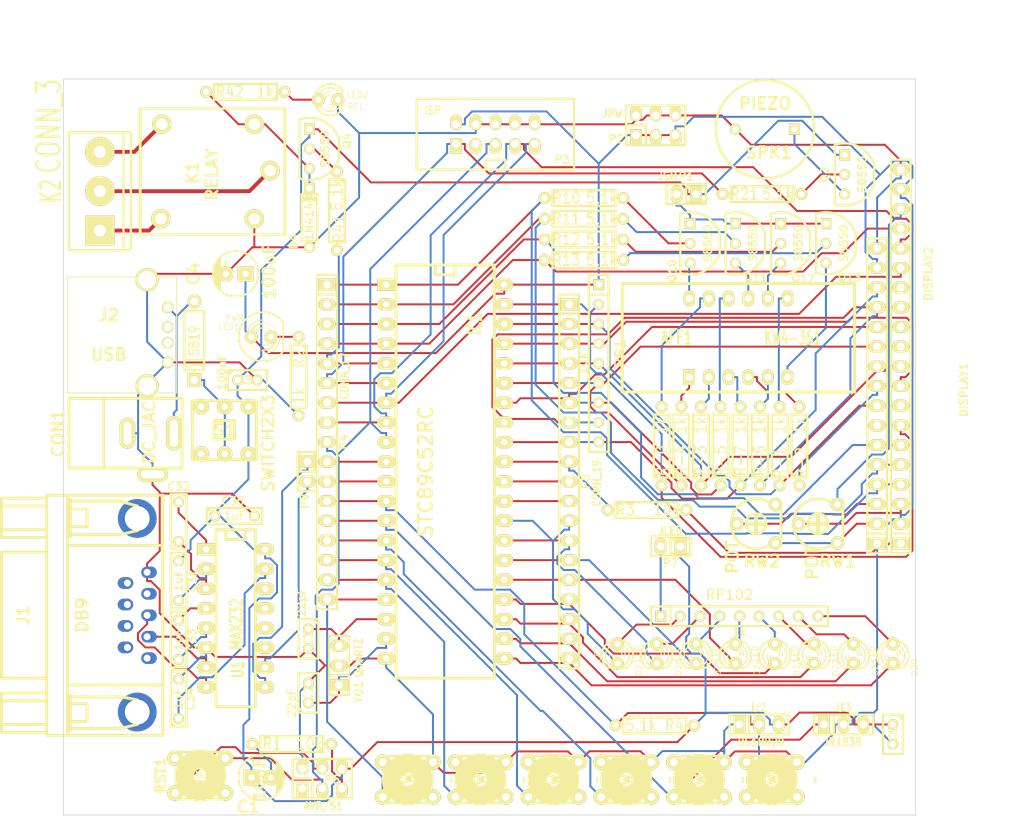
<source format=kicad_pcb>
(kicad_pcb (version 3) (host pcbnew "(2013-07-07 BZR 4022)-stable")
  (layers (15 F.Cu signal) (0 B.Cu signal) (18 B.Paste user) (19 F.Paste user) (20 B.SilkS user) (21 F.SilkS user) (22 B.Mask user) (23 F.Mask user) (28 Edge.Cuts user))
  (net 0 "")
  (net 1 /ALE)
  (net 2 /Dig1)
  (net 3 /Dig2)
  (net 4 /Dig3)
  (net 5 /Dig4)
  (net 6 /EA)
  (net 7 /P0.0)
  (net 8 /P0.1)
  (net 9 /P0.2)
  (net 10 /P0.3)
  (net 11 /P0.4)
  (net 12 /P0.5)
  (net 13 /P0.6)
  (net 14 /P0.7)
  (net 15 /P1.0)
  (net 16 /P1.1)
  (net 17 /P1.2)
  (net 18 /P1.3)
  (net 19 /P1.4)
  (net 20 /P1.5)
  (net 21 /P1.6)
  (net 22 /P1.7)
  (net 23 /P2.0)
  (net 24 /P2.1)
  (net 25 /P2.2)
  (net 26 /P2.3)
  (net 27 /P2.4)
  (net 28 /P2.5)
  (net 29 /P2.6)
  (net 30 /P2.7)
  (net 31 /P3.0)
  (net 32 /P3.1)
  (net 33 /P3.2)
  (net 34 /P3.3)
  (net 35 /P3.4)
  (net 36 /P3.5)
  (net 37 /P3.6)
  (net 38 /P3.7)
  (net 39 /PSEN)
  (net 40 /RST)
  (net 41 /a)
  (net 42 /b)
  (net 43 /c)
  (net 44 /d)
  (net 45 /dp)
  (net 46 /e)
  (net 47 /f)
  (net 48 /g)
  (net 49 GND)
  (net 50 N-000001)
  (net 51 N-0000014)
  (net 52 N-0000015)
  (net 53 N-0000016)
  (net 54 N-0000018)
  (net 55 N-0000020)
  (net 56 N-000003)
  (net 57 N-0000038)
  (net 58 N-0000048)
  (net 59 N-0000049)
  (net 60 N-0000050)
  (net 61 N-0000052)
  (net 62 N-0000055)
  (net 63 N-0000056)
  (net 64 N-0000057)
  (net 65 N-0000058)
  (net 66 N-0000059)
  (net 67 N-0000060)
  (net 68 N-0000063)
  (net 69 N-0000064)
  (net 70 N-0000065)
  (net 71 N-0000066)
  (net 72 N-0000067)
  (net 73 N-0000068)
  (net 74 N-0000069)
  (net 75 N-0000070)
  (net 76 N-0000071)
  (net 77 N-0000072)
  (net 78 N-0000073)
  (net 79 N-0000074)
  (net 80 N-0000075)
  (net 81 N-0000076)
  (net 82 N-0000077)
  (net 83 N-0000078)
  (net 84 N-0000079)
  (net 85 N-0000080)
  (net 86 N-0000081)
  (net 87 N-0000082)
  (net 88 N-0000083)
  (net 89 N-0000084)
  (net 90 N-0000085)
  (net 91 N-0000086)
  (net 92 N-0000087)
  (net 93 VCC)
  (net 94 VDD)
  (module CP_SMALL (layer F.Cu) (at 175.387 184.912 270)
    (fp_text reference C1 (at 3.81 1.651 360) (layer F.SilkS) (effects (font (size 1.524 1.524) (thickness 0.3048))))
    (fp_text value 10uF (at 0.254 0.254 270) (layer F.SilkS) (effects (font (size 1.524 1.524) (thickness 0.3048))))
    (pad 1 thru_hole rect (at 0 1.27 270) (size 1.99898 1.99898) (drill 0.8001) (layers *.Cu *.Mask F.SilkS) (net 94 VDD))
    (pad 2 thru_hole circle (at 0 -1.27 270) (size 1.99898 1.99898) (drill 0.8001) (layers *.Cu *.Mask F.SilkS) (net 61 N-0000052))
  )
  (module RELAY-1RG (layer F.Cu) (at 169.291 106.553 90)
    (fp_text reference K1 (at -0.254 -2.794 90) (layer F.SilkS) (effects (font (size 1.524 1.524) (thickness 0.3048))))
    (fp_text value RELAY (at -0.508 -0.254 90) (layer F.SilkS) (effects (font (size 1.524 1.524) (thickness 0.3048))))
    (pad C thru_hole circle (at 0 7.239 90) (size 2.49936 2.49936) (drill 1.50114) (layers *.Cu *.Mask F.SilkS) (net 84 N-0000079))
    (pad B1 thru_hole circle (at -6.223 5.207 90) (size 2.49936 2.49936) (drill 1.50114) (layers *.Cu *.Mask F.SilkS) (net 49 GND))
    (pad B2 thru_hole circle (at 5.969 5.207 90) (size 2.49936 2.49936) (drill 1.50114) (layers *.Cu *.Mask F.SilkS) (net 87 N-0000082))
    (pad NA thru_hole circle (at 5.969 -6.731 90) (size 2.49936 2.49936) (drill 1.50114) (layers *.Cu *.Mask F.SilkS) (net 83 N-0000078))
    (pad NF thru_hole circle (at -6.223 -6.858 90) (size 2.49936 2.49936) (drill 1.50114) (layers *.Cu *.Mask F.SilkS) (net 82 N-0000077))
  )
  (module TO92_LINE (layer F.Cu) (at 230.759 115.951 270)
    (fp_text reference Q10 (at 3.556 2.286 270) (layer F.SilkS) (effects (font (size 1.016 1.016) (thickness 0.2032))))
    (fp_text value S8550 (at 0 -2.286 270) (layer F.SilkS) (effects (font (size 1.016 1.016) (thickness 0.2032))))
    (pad 1 thru_hole rect (at -2.54 0 270) (size 1.397 1.397) (drill 0.8128) (layers *.Cu *.Mask F.SilkS) (net 67 N-0000060))
    (pad 2 thru_hole circle (at 0 0 270) (size 1.397 1.397) (drill 0.8128) (layers *.Cu *.Mask F.SilkS) (net 71 N-0000066))
    (pad 3 thru_hole circle (at 2.54 0 270) (size 1.397 1.397) (drill 0.8128) (layers *.Cu *.Mask F.SilkS) (net 2 /Dig1))
  )
  (module Switch2x3 (layer F.Cu) (at 170.688 140.081 180)
    (fp_text reference S1 (at 0 0 180) (layer F.SilkS) (effects (font (size 1.524 1.524) (thickness 0.3048))))
    (fp_text value SWITCH2X3 (at -5.588 -1.651 270) (layer F.SilkS) (effects (font (size 1.524 1.524) (thickness 0.3048))))
    (pad B thru_hole circle (at 0 3.048 180) (size 1.99898 1.99898) (drill 0.8001) (layers *.Cu *.Mask F.SilkS) (net 50 N-000001))
    (pad Y thru_hole circle (at 0 -3.048 180) (size 1.99898 1.99898) (drill 0.8001) (layers *.Cu *.Mask F.SilkS) (net 50 N-000001))
    (pad A1 thru_hole circle (at -3.048 3.048 180) (size 1.99898 1.99898) (drill 0.8001) (layers *.Cu *.Mask F.SilkS) (net 94 VDD))
    (pad X2 thru_hole circle (at 3.048 -3.048 180) (size 1.99898 1.99898) (drill 0.8001) (layers *.Cu *.Mask F.SilkS))
    (pad X1 thru_hole circle (at -3.048 -3.048 180) (size 1.99898 1.99898) (drill 0.8001) (layers *.Cu *.Mask F.SilkS) (net 94 VDD))
    (pad 3 thru_hole circle (at 3.048 3.048 180) (size 0 0) (drill 0.8001) (layers *.Cu *.Mask F.SilkS))
    (pad 10 thru_hole circle (at 3.048 3.048 180) (size 0 0) (drill 0.8001) (layers *.Cu *.Mask F.SilkS))
    (pad A2 thru_hole circle (at 3.048 3.048 180) (size 1.99898 1.99898) (drill 0.8001) (layers *.Cu *.Mask F.SilkS))
  )
  (module DIP-40__600_ELL (layer F.Cu) (at 199.136 145.415 270)
    (fp_text reference IC1 (at -19.05 -3.81 270) (layer F.SilkS) (effects (font (size 1.778 1.143) (thickness 0.3048))))
    (fp_text value STC89C52RC (at 0 2.54 270) (layer F.SilkS) (effects (font (size 1.778 1.778) (thickness 0.3048))))
    (pad 1 thru_hole rect (at -24.13 7.62 270) (size 1.5748 2.286) (drill 0.8128) (layers *.Cu *.Mask F.SilkS) (net 15 /P1.0))
    (pad 2 thru_hole oval (at -21.59 7.62 270) (size 1.5748 2.286) (drill 0.8128) (layers *.Cu *.Mask F.SilkS) (net 16 /P1.1))
    (pad 3 thru_hole oval (at -19.05 7.62 270) (size 1.5748 2.286) (drill 0.8128) (layers *.Cu *.Mask F.SilkS) (net 17 /P1.2))
    (pad 4 thru_hole oval (at -16.51 7.62 270) (size 1.5748 2.286) (drill 0.8128) (layers *.Cu *.Mask F.SilkS) (net 18 /P1.3))
    (pad 5 thru_hole oval (at -13.97 7.62 270) (size 1.5748 2.286) (drill 0.8128) (layers *.Cu *.Mask F.SilkS) (net 19 /P1.4))
    (pad 6 thru_hole oval (at -11.43 7.62 270) (size 1.5748 2.286) (drill 0.8128) (layers *.Cu *.Mask F.SilkS) (net 20 /P1.5))
    (pad 7 thru_hole oval (at -8.89 7.62 270) (size 1.5748 2.286) (drill 0.8128) (layers *.Cu *.Mask F.SilkS) (net 21 /P1.6))
    (pad 8 thru_hole oval (at -6.35 7.62 270) (size 1.5748 2.286) (drill 0.8128) (layers *.Cu *.Mask F.SilkS) (net 22 /P1.7))
    (pad 9 thru_hole oval (at -3.81 7.62 270) (size 1.5748 2.286) (drill 0.8128) (layers *.Cu *.Mask F.SilkS) (net 40 /RST))
    (pad 10 thru_hole oval (at -1.27 7.62 270) (size 1.5748 2.286) (drill 0.8128) (layers *.Cu *.Mask F.SilkS) (net 31 /P3.0))
    (pad 11 thru_hole oval (at 1.27 7.62 270) (size 1.5748 2.286) (drill 0.8128) (layers *.Cu *.Mask F.SilkS) (net 32 /P3.1))
    (pad 12 thru_hole oval (at 3.81 7.62 270) (size 1.5748 2.286) (drill 0.8128) (layers *.Cu *.Mask F.SilkS) (net 33 /P3.2))
    (pad 13 thru_hole oval (at 6.35 7.62 270) (size 1.5748 2.286) (drill 0.8128) (layers *.Cu *.Mask F.SilkS) (net 34 /P3.3))
    (pad 14 thru_hole oval (at 8.89 7.62 270) (size 1.5748 2.286) (drill 0.8128) (layers *.Cu *.Mask F.SilkS) (net 35 /P3.4))
    (pad 15 thru_hole oval (at 11.43 7.62 270) (size 1.5748 2.286) (drill 0.8128) (layers *.Cu *.Mask F.SilkS) (net 36 /P3.5))
    (pad 16 thru_hole oval (at 13.97 7.62 270) (size 1.5748 2.286) (drill 0.8128) (layers *.Cu *.Mask F.SilkS) (net 37 /P3.6))
    (pad 17 thru_hole oval (at 16.51 7.62 270) (size 1.5748 2.286) (drill 0.8128) (layers *.Cu *.Mask F.SilkS) (net 38 /P3.7))
    (pad 18 thru_hole oval (at 19.05 7.62 270) (size 1.5748 2.286) (drill 0.8128) (layers *.Cu *.Mask F.SilkS) (net 52 N-0000015))
    (pad 19 thru_hole oval (at 21.59 7.62 270) (size 1.5748 2.286) (drill 0.8128) (layers *.Cu *.Mask F.SilkS) (net 51 N-0000014))
    (pad 20 thru_hole oval (at 24.13 7.62 270) (size 1.5748 2.286) (drill 0.8128) (layers *.Cu *.Mask F.SilkS) (net 49 GND))
    (pad 21 thru_hole oval (at 24.13 -7.62 270) (size 1.5748 2.286) (drill 0.8128) (layers *.Cu *.Mask F.SilkS) (net 23 /P2.0))
    (pad 22 thru_hole oval (at 21.59 -7.62 270) (size 1.5748 2.286) (drill 0.8128) (layers *.Cu *.Mask F.SilkS) (net 24 /P2.1))
    (pad 23 thru_hole oval (at 19.05 -7.62 270) (size 1.5748 2.286) (drill 0.8128) (layers *.Cu *.Mask F.SilkS) (net 25 /P2.2))
    (pad 24 thru_hole oval (at 16.51 -7.62 270) (size 1.5748 2.286) (drill 0.8128) (layers *.Cu *.Mask F.SilkS) (net 26 /P2.3))
    (pad 25 thru_hole oval (at 13.97 -7.62 270) (size 1.5748 2.286) (drill 0.8128) (layers *.Cu *.Mask F.SilkS) (net 27 /P2.4))
    (pad 26 thru_hole oval (at 11.43 -7.62 270) (size 1.5748 2.286) (drill 0.8128) (layers *.Cu *.Mask F.SilkS) (net 28 /P2.5))
    (pad 27 thru_hole oval (at 8.89 -7.62 270) (size 1.5748 2.286) (drill 0.8128) (layers *.Cu *.Mask F.SilkS) (net 29 /P2.6))
    (pad 28 thru_hole oval (at 6.35 -7.62 270) (size 1.5748 2.286) (drill 0.8128) (layers *.Cu *.Mask F.SilkS) (net 30 /P2.7))
    (pad 29 thru_hole oval (at 3.81 -7.62 270) (size 1.5748 2.286) (drill 0.8128) (layers *.Cu *.Mask F.SilkS) (net 39 /PSEN))
    (pad 30 thru_hole oval (at 1.27 -7.62 270) (size 1.5748 2.286) (drill 0.8128) (layers *.Cu *.Mask F.SilkS) (net 1 /ALE))
    (pad 31 thru_hole oval (at -1.27 -7.62 270) (size 1.5748 2.286) (drill 0.8128) (layers *.Cu *.Mask F.SilkS) (net 6 /EA))
    (pad 32 thru_hole oval (at -3.81 -7.62 270) (size 1.5748 2.286) (drill 0.8128) (layers *.Cu *.Mask F.SilkS) (net 14 /P0.7))
    (pad 33 thru_hole oval (at -6.35 -7.62 270) (size 1.5748 2.286) (drill 0.8128) (layers *.Cu *.Mask F.SilkS) (net 13 /P0.6))
    (pad 34 thru_hole oval (at -8.89 -7.62 270) (size 1.5748 2.286) (drill 0.8128) (layers *.Cu *.Mask F.SilkS) (net 12 /P0.5))
    (pad 35 thru_hole oval (at -11.43 -7.62 270) (size 1.5748 2.286) (drill 0.8128) (layers *.Cu *.Mask F.SilkS) (net 11 /P0.4))
    (pad 36 thru_hole oval (at -13.97 -7.62 270) (size 1.5748 2.286) (drill 0.8128) (layers *.Cu *.Mask F.SilkS) (net 10 /P0.3))
    (pad 37 thru_hole oval (at -16.51 -7.62 270) (size 1.5748 2.286) (drill 0.8128) (layers *.Cu *.Mask F.SilkS) (net 9 /P0.2))
    (pad 38 thru_hole oval (at -19.05 -7.62 270) (size 1.5748 2.286) (drill 0.8128) (layers *.Cu *.Mask F.SilkS) (net 8 /P0.1))
    (pad 39 thru_hole oval (at -21.59 -7.62 270) (size 1.5748 2.286) (drill 0.8128) (layers *.Cu *.Mask F.SilkS) (net 7 /P0.0))
    (pad 40 thru_hole oval (at -24.13 -7.62 270) (size 1.5748 2.286) (drill 0.8128) (layers *.Cu *.Mask F.SilkS) (net 93 VCC))
  )
  (module r_pack8 (layer F.Cu) (at 237.109 164.084)
    (fp_text reference RP102 (at -1.27 -2.794) (layer F.SilkS) (effects (font (size 1.27 1.27) (thickness 0.2032))))
    (fp_text value 1k (at 0 2.032) (layer F.SilkS) (effects (font (size 1.016 1.016) (thickness 0.2032))))
    (pad 1 thru_hole rect (at -10.16 0) (size 1.397 1.397) (drill 0.8128) (layers *.Cu *.Mask F.SilkS) (net 81 N-0000076))
    (pad 2 thru_hole circle (at -7.62 0) (size 1.397 1.397) (drill 0.8128) (layers *.Cu *.Mask F.SilkS) (net 80 N-0000075))
    (pad 3 thru_hole circle (at -5.08 0) (size 1.397 1.397) (drill 0.8128) (layers *.Cu *.Mask F.SilkS) (net 79 N-0000074))
    (pad 4 thru_hole circle (at -2.54 0) (size 1.397 1.397) (drill 0.8128) (layers *.Cu *.Mask F.SilkS) (net 78 N-0000073))
    (pad 5 thru_hole circle (at 0 0) (size 1.397 1.397) (drill 0.8128) (layers *.Cu *.Mask F.SilkS) (net 77 N-0000072))
    (pad 6 thru_hole circle (at 2.54 0) (size 1.397 1.397) (drill 0.8128) (layers *.Cu *.Mask F.SilkS) (net 76 N-0000071))
    (pad 7 thru_hole circle (at 5.08 0) (size 1.397 1.397) (drill 0.8128) (layers *.Cu *.Mask F.SilkS) (net 75 N-0000070))
    (pad 8 thru_hole circle (at 7.62 0) (size 1.397 1.397) (drill 0.8128) (layers *.Cu *.Mask F.SilkS) (net 74 N-0000069))
    (pad 9 thru_hole circle (at 10.16 0) (size 1.397 1.397) (drill 0.8128) (layers *.Cu *.Mask F.SilkS) (net 73 N-0000068))
  )
  (module R4 (layer F.Cu) (at 227.076 142.113 90)
    (fp_text reference R-0 (at -1.905 0 90) (layer F.SilkS) (effects (font (size 1.397 1.27) (thickness 0.2032))))
    (fp_text value 1k (at 2.667 0 90) (layer F.SilkS) (effects (font (size 1.397 1.27) (thickness 0.2032))))
    (pad 1 thru_hole circle (at -5.08 0 90) (size 1.524 1.524) (drill 0.8128) (layers *.Cu *.Mask F.SilkS) (net 7 /P0.0))
    (pad 2 thru_hole circle (at 5.08 0 90) (size 1.524 1.524) (drill 0.8128) (layers *.Cu *.Mask F.SilkS) (net 41 /a))
  )
  (module R4 (layer F.Cu) (at 242.316 142.113 90)
    (fp_text reference R-1 (at -2.159 0 90) (layer F.SilkS) (effects (font (size 1.397 1.27) (thickness 0.2032))))
    (fp_text value 1k (at 2.667 0 90) (layer F.SilkS) (effects (font (size 1.397 1.27) (thickness 0.2032))))
    (pad 1 thru_hole circle (at -5.08 0 90) (size 1.524 1.524) (drill 0.8128) (layers *.Cu *.Mask F.SilkS) (net 8 /P0.1))
    (pad 2 thru_hole circle (at 5.08 0 90) (size 1.524 1.524) (drill 0.8128) (layers *.Cu *.Mask F.SilkS) (net 42 /b))
  )
  (module R4 (layer F.Cu) (at 244.856 142.113 90)
    (fp_text reference R-2 (at -2.159 0.254 90) (layer F.SilkS) (effects (font (size 1.397 1.27) (thickness 0.2032))))
    (fp_text value 1k (at 2.667 0 90) (layer F.SilkS) (effects (font (size 1.397 1.27) (thickness 0.2032))))
    (pad 1 thru_hole circle (at -5.08 0 90) (size 1.524 1.524) (drill 0.8128) (layers *.Cu *.Mask F.SilkS) (net 9 /P0.2))
    (pad 2 thru_hole circle (at 5.08 0 90) (size 1.524 1.524) (drill 0.8128) (layers *.Cu *.Mask F.SilkS) (net 43 /c))
  )
  (module R4 (layer F.Cu) (at 232.156 142.113 90)
    (fp_text reference R-3 (at -1.905 0 90) (layer F.SilkS) (effects (font (size 1.397 1.27) (thickness 0.2032))))
    (fp_text value 1k (at 2.667 0 90) (layer F.SilkS) (effects (font (size 1.397 1.27) (thickness 0.2032))))
    (pad 1 thru_hole circle (at -5.08 0 90) (size 1.524 1.524) (drill 0.8128) (layers *.Cu *.Mask F.SilkS) (net 10 /P0.3))
    (pad 2 thru_hole circle (at 5.08 0 90) (size 1.524 1.524) (drill 0.8128) (layers *.Cu *.Mask F.SilkS) (net 44 /d))
  )
  (module R4 (layer F.Cu) (at 229.616 142.113 90)
    (fp_text reference R-4 (at -1.905 0 90) (layer F.SilkS) (effects (font (size 1.397 1.27) (thickness 0.2032))))
    (fp_text value 1k (at 2.667 0 90) (layer F.SilkS) (effects (font (size 1.397 1.27) (thickness 0.2032))))
    (pad 1 thru_hole circle (at -5.08 0 90) (size 1.524 1.524) (drill 0.8128) (layers *.Cu *.Mask F.SilkS) (net 11 /P0.4))
    (pad 2 thru_hole circle (at 5.08 0 90) (size 1.524 1.524) (drill 0.8128) (layers *.Cu *.Mask F.SilkS) (net 46 /e))
  )
  (module R4 (layer F.Cu) (at 234.696 142.113 90)
    (fp_text reference R-5 (at -1.905 0 90) (layer F.SilkS) (effects (font (size 1.397 1.27) (thickness 0.2032))))
    (fp_text value 1k (at 2.667 0 90) (layer F.SilkS) (effects (font (size 1.397 1.27) (thickness 0.2032))))
    (pad 1 thru_hole circle (at -5.08 0 90) (size 1.524 1.524) (drill 0.8128) (layers *.Cu *.Mask F.SilkS) (net 12 /P0.5))
    (pad 2 thru_hole circle (at 5.08 0 90) (size 1.524 1.524) (drill 0.8128) (layers *.Cu *.Mask F.SilkS) (net 47 /f))
  )
  (module R4 (layer F.Cu) (at 217.043 118.11)
    (fp_text reference R13 (at -2.286 0) (layer F.SilkS) (effects (font (size 1.397 1.27) (thickness 0.2032))))
    (fp_text value 5,1k (at 2.286 0) (layer F.SilkS) (effects (font (size 1.397 1.27) (thickness 0.2032))))
    (pad 1 thru_hole circle (at -5.08 0) (size 1.524 1.524) (drill 0.8128) (layers *.Cu *.Mask F.SilkS) (net 18 /P1.3))
    (pad 2 thru_hole circle (at 5.08 0) (size 1.524 1.524) (drill 0.8128) (layers *.Cu *.Mask F.SilkS) (net 68 N-0000063))
  )
  (module R4 (layer F.Cu) (at 217.043 115.443)
    (fp_text reference R12 (at -2.286 0) (layer F.SilkS) (effects (font (size 1.397 1.27) (thickness 0.2032))))
    (fp_text value 5,1k (at 2.286 0) (layer F.SilkS) (effects (font (size 1.397 1.27) (thickness 0.2032))))
    (pad 1 thru_hole circle (at -5.08 0) (size 1.524 1.524) (drill 0.8128) (layers *.Cu *.Mask F.SilkS) (net 17 /P1.2))
    (pad 2 thru_hole circle (at 5.08 0) (size 1.524 1.524) (drill 0.8128) (layers *.Cu *.Mask F.SilkS) (net 69 N-0000064))
  )
  (module R4 (layer F.Cu) (at 217.043 112.776)
    (fp_text reference R11 (at -2.286 0) (layer F.SilkS) (effects (font (size 1.397 1.27) (thickness 0.2032))))
    (fp_text value 5,1k (at 2.286 0) (layer F.SilkS) (effects (font (size 1.397 1.27) (thickness 0.2032))))
    (pad 1 thru_hole circle (at -5.08 0) (size 1.524 1.524) (drill 0.8128) (layers *.Cu *.Mask F.SilkS) (net 16 /P1.1))
    (pad 2 thru_hole circle (at 5.08 0) (size 1.524 1.524) (drill 0.8128) (layers *.Cu *.Mask F.SilkS) (net 70 N-0000065))
  )
  (module R4 (layer F.Cu) (at 217.043 110.109)
    (fp_text reference R10 (at -2.286 0) (layer F.SilkS) (effects (font (size 1.397 1.27) (thickness 0.2032))))
    (fp_text value 5,1k (at 2.286 0) (layer F.SilkS) (effects (font (size 1.397 1.27) (thickness 0.2032))))
    (pad 1 thru_hole circle (at -5.08 0) (size 1.524 1.524) (drill 0.8128) (layers *.Cu *.Mask F.SilkS) (net 15 /P1.0))
    (pad 2 thru_hole circle (at 5.08 0) (size 1.524 1.524) (drill 0.8128) (layers *.Cu *.Mask F.SilkS) (net 71 N-0000066))
  )
  (module R4 (layer F.Cu) (at 239.776 142.113 90)
    (fp_text reference R-6 (at -1.905 0 90) (layer F.SilkS) (effects (font (size 1.397 1.27) (thickness 0.2032))))
    (fp_text value 1k (at 2.667 0 90) (layer F.SilkS) (effects (font (size 1.397 1.27) (thickness 0.2032))))
    (pad 1 thru_hole circle (at -5.08 0 90) (size 1.524 1.524) (drill 0.8128) (layers *.Cu *.Mask F.SilkS) (net 13 /P0.6))
    (pad 2 thru_hole circle (at 5.08 0 90) (size 1.524 1.524) (drill 0.8128) (layers *.Cu *.Mask F.SilkS) (net 48 /g))
  )
  (module R4 (layer F.Cu) (at 180.213 133.096 270)
    (fp_text reference R2 (at -2.286 0 270) (layer F.SilkS) (effects (font (size 1.397 1.27) (thickness 0.2032))))
    (fp_text value 1k (at 2.54 0 270) (layer F.SilkS) (effects (font (size 1.397 1.27) (thickness 0.2032))))
    (pad 1 thru_hole circle (at -5.08 0 270) (size 1.524 1.524) (drill 0.8128) (layers *.Cu *.Mask F.SilkS) (net 66 N-0000059))
    (pad 2 thru_hole circle (at 5.08 0 270) (size 1.524 1.524) (drill 0.8128) (layers *.Cu *.Mask F.SilkS) (net 49 GND))
  )
  (module R4 (layer F.Cu) (at 179.324 180.594 180)
    (fp_text reference R1 (at 2.54 0 180) (layer F.SilkS) (effects (font (size 1.397 1.27) (thickness 0.2032))))
    (fp_text value 10k (at -2.286 0 180) (layer F.SilkS) (effects (font (size 1.397 1.27) (thickness 0.2032))))
    (pad 1 thru_hole circle (at -5.08 0 180) (size 1.524 1.524) (drill 0.8128) (layers *.Cu *.Mask F.SilkS) (net 54 N-0000018))
    (pad 2 thru_hole circle (at 5.08 0 180) (size 1.524 1.524) (drill 0.8128) (layers *.Cu *.Mask F.SilkS) (net 61 N-0000052))
  )
  (module R4 (layer F.Cu) (at 237.236 142.113 90)
    (fp_text reference R-7 (at -1.905 0 90) (layer F.SilkS) (effects (font (size 1.397 1.27) (thickness 0.2032))))
    (fp_text value 1k (at 2.667 0 90) (layer F.SilkS) (effects (font (size 1.397 1.27) (thickness 0.2032))))
    (pad 1 thru_hole circle (at -5.08 0 90) (size 1.524 1.524) (drill 0.8128) (layers *.Cu *.Mask F.SilkS) (net 14 /P0.7))
    (pad 2 thru_hole circle (at 5.08 0 90) (size 1.524 1.524) (drill 0.8128) (layers *.Cu *.Mask F.SilkS) (net 45 /dp))
  )
  (module R4 (layer F.Cu) (at 173.355 96.393 180)
    (fp_text reference R42 (at 2.032 0 180) (layer F.SilkS) (effects (font (size 1.397 1.27) (thickness 0.2032))))
    (fp_text value 1k (at -2.54 0 180) (layer F.SilkS) (effects (font (size 1.397 1.27) (thickness 0.2032))))
    (pad 1 thru_hole circle (at -5.08 0 180) (size 1.524 1.524) (drill 0.8128) (layers *.Cu *.Mask F.SilkS) (net 85 N-0000080))
    (pad 2 thru_hole circle (at 5.08 0 180) (size 1.524 1.524) (drill 0.8128) (layers *.Cu *.Mask F.SilkS) (net 87 N-0000082))
  )
  (module R4 (layer F.Cu) (at 185.166 111.76 270)
    (fp_text reference R41 (at 2.286 -0.254 270) (layer F.SilkS) (effects (font (size 1.397 1.27) (thickness 0.2032))))
    (fp_text value 5,1k (at -2.032 0 270) (layer F.SilkS) (effects (font (size 1.397 1.27) (thickness 0.2032))))
    (pad 1 thru_hole circle (at -5.08 0 270) (size 1.524 1.524) (drill 0.8128) (layers *.Cu *.Mask F.SilkS) (net 86 N-0000081))
    (pad 2 thru_hole circle (at 5.08 0 270) (size 1.524 1.524) (drill 0.8128) (layers *.Cu *.Mask F.SilkS) (net 19 /P1.4))
  )
  (module LED-5MM (layer F.Cu) (at 175.387 128.016)
    (fp_text reference LED1 (at -4.191 -1.27) (layer F.SilkS) (effects (font (size 0.762 0.762) (thickness 0.0889))))
    (fp_text value PWR (at -3.429 -2.413) (layer F.SilkS) (effects (font (size 0.762 0.762) (thickness 0.0889))))
    (pad 1 thru_hole circle (at -1.27 0) (size 1.6764 1.6764) (drill 0.8128) (layers *.Cu *.Mask F.SilkS) (net 93 VCC))
    (pad 2 thru_hole circle (at 1.27 0) (size 1.6764 1.6764) (drill 0.8128) (layers *.Cu *.Mask F.SilkS) (net 66 N-0000059))
  )
  (module LED-3MM (layer F.Cu) (at 221.361 168.91 270)
    (fp_text reference D27 (at 1.778 -2.794 270) (layer F.SilkS) (effects (font (size 0.762 0.762) (thickness 0.0889))))
    (fp_text value LED (at 0 2.54 270) (layer F.SilkS) (effects (font (size 0.762 0.762) (thickness 0.0889))))
    (pad 1 thru_hole circle (at -1.27 0 270) (size 1.6764 1.6764) (drill 0.8128) (layers *.Cu *.Mask F.SilkS) (net 80 N-0000075))
    (pad 2 thru_hole circle (at 1.27 0 270) (size 1.6764 1.6764) (drill 0.8128) (layers *.Cu *.Mask F.SilkS) (net 30 /P2.7))
  )
  (module LED-3MM (layer F.Cu) (at 226.441 168.91 270)
    (fp_text reference D26 (at 1.778 -2.794 270) (layer F.SilkS) (effects (font (size 0.762 0.762) (thickness 0.0889))))
    (fp_text value LED (at 0 2.54 270) (layer F.SilkS) (effects (font (size 0.762 0.762) (thickness 0.0889))))
    (pad 1 thru_hole circle (at -1.27 0 270) (size 1.6764 1.6764) (drill 0.8128) (layers *.Cu *.Mask F.SilkS) (net 79 N-0000074))
    (pad 2 thru_hole circle (at 1.27 0 270) (size 1.6764 1.6764) (drill 0.8128) (layers *.Cu *.Mask F.SilkS) (net 29 /P2.6))
  )
  (module LED-3MM (layer F.Cu) (at 231.521 168.91 270)
    (fp_text reference D25 (at 1.778 -2.794 270) (layer F.SilkS) (effects (font (size 0.762 0.762) (thickness 0.0889))))
    (fp_text value LED (at 0 2.54 270) (layer F.SilkS) (effects (font (size 0.762 0.762) (thickness 0.0889))))
    (pad 1 thru_hole circle (at -1.27 0 270) (size 1.6764 1.6764) (drill 0.8128) (layers *.Cu *.Mask F.SilkS) (net 78 N-0000073))
    (pad 2 thru_hole circle (at 1.27 0 270) (size 1.6764 1.6764) (drill 0.8128) (layers *.Cu *.Mask F.SilkS) (net 28 /P2.5))
  )
  (module LED-3MM (layer F.Cu) (at 236.601 168.91 270)
    (fp_text reference D24 (at 1.778 -2.794 270) (layer F.SilkS) (effects (font (size 0.762 0.762) (thickness 0.0889))))
    (fp_text value LED (at 0 2.54 270) (layer F.SilkS) (effects (font (size 0.762 0.762) (thickness 0.0889))))
    (pad 1 thru_hole circle (at -1.27 0 270) (size 1.6764 1.6764) (drill 0.8128) (layers *.Cu *.Mask F.SilkS) (net 77 N-0000072))
    (pad 2 thru_hole circle (at 1.27 0 270) (size 1.6764 1.6764) (drill 0.8128) (layers *.Cu *.Mask F.SilkS) (net 27 /P2.4))
  )
  (module LED-3MM (layer F.Cu) (at 241.681 168.91 270)
    (fp_text reference D23 (at 1.778 -2.794 270) (layer F.SilkS) (effects (font (size 0.762 0.762) (thickness 0.0889))))
    (fp_text value LED (at 0 2.54 270) (layer F.SilkS) (effects (font (size 0.762 0.762) (thickness 0.0889))))
    (pad 1 thru_hole circle (at -1.27 0 270) (size 1.6764 1.6764) (drill 0.8128) (layers *.Cu *.Mask F.SilkS) (net 76 N-0000071))
    (pad 2 thru_hole circle (at 1.27 0 270) (size 1.6764 1.6764) (drill 0.8128) (layers *.Cu *.Mask F.SilkS) (net 26 /P2.3))
  )
  (module LED-3MM (layer F.Cu) (at 246.761 168.91 270)
    (fp_text reference D22 (at 1.778 -2.794 270) (layer F.SilkS) (effects (font (size 0.762 0.762) (thickness 0.0889))))
    (fp_text value LED (at 0 2.54 270) (layer F.SilkS) (effects (font (size 0.762 0.762) (thickness 0.0889))))
    (pad 1 thru_hole circle (at -1.27 0 270) (size 1.6764 1.6764) (drill 0.8128) (layers *.Cu *.Mask F.SilkS) (net 75 N-0000070))
    (pad 2 thru_hole circle (at 1.27 0 270) (size 1.6764 1.6764) (drill 0.8128) (layers *.Cu *.Mask F.SilkS) (net 25 /P2.2))
  )
  (module LED-3MM (layer F.Cu) (at 251.841 168.91 270)
    (fp_text reference D21 (at 1.778 -2.794 270) (layer F.SilkS) (effects (font (size 0.762 0.762) (thickness 0.0889))))
    (fp_text value LED (at 0 2.54 270) (layer F.SilkS) (effects (font (size 0.762 0.762) (thickness 0.0889))))
    (pad 1 thru_hole circle (at -1.27 0 270) (size 1.6764 1.6764) (drill 0.8128) (layers *.Cu *.Mask F.SilkS) (net 74 N-0000069))
    (pad 2 thru_hole circle (at 1.27 0 270) (size 1.6764 1.6764) (drill 0.8128) (layers *.Cu *.Mask F.SilkS) (net 24 /P2.1))
  )
  (module LED-3MM (layer F.Cu) (at 256.921 168.91 270)
    (fp_text reference D20 (at 1.778 -2.794 270) (layer F.SilkS) (effects (font (size 0.762 0.762) (thickness 0.0889))))
    (fp_text value LED (at 0 2.54 270) (layer F.SilkS) (effects (font (size 0.762 0.762) (thickness 0.0889))))
    (pad 1 thru_hole circle (at -1.27 0 270) (size 1.6764 1.6764) (drill 0.8128) (layers *.Cu *.Mask F.SilkS) (net 73 N-0000068))
    (pad 2 thru_hole circle (at 1.27 0 270) (size 1.6764 1.6764) (drill 0.8128) (layers *.Cu *.Mask F.SilkS) (net 23 /P2.0))
  )
  (module LED-3MM (layer F.Cu) (at 184.023 97.409)
    (fp_text reference LED2 (at 3.81 -0.635) (layer F.SilkS) (effects (font (size 0.762 0.762) (thickness 0.0889))))
    (fp_text value REL (at 3.556 0.889) (layer F.SilkS) (effects (font (size 0.762 0.762) (thickness 0.0889))))
    (pad 1 thru_hole circle (at -1.27 0) (size 1.6764 1.6764) (drill 0.8128) (layers *.Cu *.Mask F.SilkS) (net 85 N-0000080))
    (pad 2 thru_hole circle (at 1.27 0) (size 1.6764 1.6764) (drill 0.8128) (layers *.Cu *.Mask F.SilkS) (net 49 GND))
  )
  (module DIP-16__300_ELL (layer F.Cu) (at 172.085 164.338 270)
    (fp_text reference U1 (at 6.604 -0.254 270) (layer F.SilkS) (effects (font (size 1.524 1.143) (thickness 0.3048))))
    (fp_text value MAX232 (at 0.762 -0.127 270) (layer F.SilkS) (effects (font (size 1.524 1.143) (thickness 0.3048))))
    (pad 1 thru_hole rect (at -8.89 3.81 270) (size 1.5748 2.286) (drill 0.8128) (layers *.Cu *.Mask F.SilkS) (net 88 N-0000083))
    (pad 2 thru_hole oval (at -6.35 3.81 270) (size 1.5748 2.286) (drill 0.8128) (layers *.Cu *.Mask F.SilkS) (net 92 N-0000087))
    (pad 3 thru_hole oval (at -3.81 3.81 270) (size 1.5748 2.286) (drill 0.8128) (layers *.Cu *.Mask F.SilkS) (net 89 N-0000084))
    (pad 4 thru_hole oval (at -1.27 3.81 270) (size 1.5748 2.286) (drill 0.8128) (layers *.Cu *.Mask F.SilkS) (net 90 N-0000085))
    (pad 5 thru_hole oval (at 1.27 3.81 270) (size 1.5748 2.286) (drill 0.8128) (layers *.Cu *.Mask F.SilkS) (net 91 N-0000086))
    (pad 6 thru_hole oval (at 3.81 3.81 270) (size 1.5748 2.286) (drill 0.8128) (layers *.Cu *.Mask F.SilkS) (net 49 GND))
    (pad 7 thru_hole oval (at 6.35 3.81 270) (size 1.5748 2.286) (drill 0.8128) (layers *.Cu *.Mask F.SilkS) (net 64 N-0000057))
    (pad 8 thru_hole oval (at 8.89 3.81 270) (size 1.5748 2.286) (drill 0.8128) (layers *.Cu *.Mask F.SilkS) (net 65 N-0000058))
    (pad 9 thru_hole oval (at 8.89 -3.81 270) (size 1.5748 2.286) (drill 0.8128) (layers *.Cu *.Mask F.SilkS) (net 63 N-0000056))
    (pad 10 thru_hole oval (at 6.35 -3.81 270) (size 1.5748 2.286) (drill 0.8128) (layers *.Cu *.Mask F.SilkS) (net 62 N-0000055))
    (pad 11 thru_hole oval (at 3.81 -3.81 270) (size 1.5748 2.286) (drill 0.8128) (layers *.Cu *.Mask F.SilkS))
    (pad 12 thru_hole oval (at 1.27 -3.81 270) (size 1.5748 2.286) (drill 0.8128) (layers *.Cu *.Mask F.SilkS))
    (pad 13 thru_hole oval (at -1.27 -3.81 270) (size 1.5748 2.286) (drill 0.8128) (layers *.Cu *.Mask F.SilkS))
    (pad 14 thru_hole oval (at -3.81 -3.81 270) (size 1.5748 2.286) (drill 0.8128) (layers *.Cu *.Mask F.SilkS))
    (pad 15 thru_hole oval (at -6.35 -3.81 270) (size 1.5748 2.286) (drill 0.8128) (layers *.Cu *.Mask F.SilkS) (net 72 N-0000067))
    (pad 16 thru_hole oval (at -8.89 -3.81 270) (size 1.5748 2.286) (drill 0.8128) (layers *.Cu *.Mask F.SilkS) (net 94 VDD))
  )
  (module D3 (layer F.Cu) (at 181.61 112.649 90)
    (fp_text reference D4 (at -3.048 -2.032 90) (layer F.SilkS) (effects (font (size 1.016 1.016) (thickness 0.2032))))
    (fp_text value 1N4148 (at 0 0 90) (layer F.SilkS) (effects (font (size 1.016 1.016) (thickness 0.2032))))
    (pad 2 thru_hole rect (at 3.81 0 90) (size 1.397 1.397) (drill 0.8128) (layers *.Cu *.Mask F.SilkS) (net 87 N-0000082))
    (pad 1 thru_hole circle (at -3.81 0 90) (size 1.397 1.397) (drill 0.8128) (layers *.Cu *.Mask F.SilkS) (net 49 GND))
  )
  (module C2 (layer F.Cu) (at 171.958 151.13)
    (fp_text reference C35 (at -0.254 -1.905) (layer F.SilkS) (effects (font (size 1.016 1.016) (thickness 0.2032))))
    (fp_text value 1uF (at 0 0) (layer F.SilkS) (effects (font (size 1.016 1.016) (thickness 0.2032))))
    (pad 1 thru_hole circle (at -2.54 0) (size 1.397 1.397) (drill 0.8128) (layers *.Cu *.Mask F.SilkS) (net 94 VDD))
    (pad 2 thru_hole circle (at 2.54 0) (size 1.397 1.397) (drill 0.8128) (layers *.Cu *.Mask F.SilkS) (net 49 GND))
  )
  (module C2 (layer F.Cu) (at 164.719 174.752 90)
    (fp_text reference C34 (at 0 1.524 90) (layer F.SilkS) (effects (font (size 1.016 1.016) (thickness 0.2032))))
    (fp_text value 1uF (at 0 0 90) (layer F.SilkS) (effects (font (size 1.016 1.016) (thickness 0.2032))))
    (pad 1 thru_hole circle (at -2.54 0 90) (size 1.397 1.397) (drill 0.8128) (layers *.Cu *.Mask F.SilkS) (net 72 N-0000067))
    (pad 2 thru_hole circle (at 2.54 0 90) (size 1.397 1.397) (drill 0.8128) (layers *.Cu *.Mask F.SilkS) (net 49 GND))
  )
  (module C2 (layer F.Cu) (at 164.719 151.892 270)
    (fp_text reference C32 (at -4.572 0 360) (layer F.SilkS) (effects (font (size 1.016 1.016) (thickness 0.2032))))
    (fp_text value 1uF hide)
    (pad 1 thru_hole circle (at -2.54 0 270) (size 1.397 1.397) (drill 0.8128) (layers *.Cu *.Mask F.SilkS) (net 88 N-0000083))
    (pad 2 thru_hole circle (at 2.54 0 270) (size 1.397 1.397) (drill 0.8128) (layers *.Cu *.Mask F.SilkS) (net 89 N-0000084))
  )
  (module C2 (layer F.Cu) (at 164.719 167.132 270)
    (fp_text reference C33 (at 0 -1.778 270) (layer F.SilkS) (effects (font (size 1.016 1.016) (thickness 0.2032))))
    (fp_text value 1uF (at 0 0 270) (layer F.SilkS) (effects (font (size 1.016 1.016) (thickness 0.2032))))
    (pad 1 thru_hole circle (at -2.54 0 270) (size 1.397 1.397) (drill 0.8128) (layers *.Cu *.Mask F.SilkS) (net 90 N-0000085))
    (pad 2 thru_hole circle (at 2.54 0 270) (size 1.397 1.397) (drill 0.8128) (layers *.Cu *.Mask F.SilkS) (net 91 N-0000086))
  )
  (module C2 (layer F.Cu) (at 164.719 159.512 270)
    (fp_text reference C31 (at 0 -1.778 270) (layer F.SilkS) (effects (font (size 1.016 1.016) (thickness 0.2032))))
    (fp_text value 1uF (at 0 0 270) (layer F.SilkS) (effects (font (size 1.016 1.016) (thickness 0.2032))))
    (pad 1 thru_hole circle (at -2.54 0 270) (size 1.397 1.397) (drill 0.8128) (layers *.Cu *.Mask F.SilkS) (net 94 VDD))
    (pad 2 thru_hole circle (at 2.54 0 270) (size 1.397 1.397) (drill 0.8128) (layers *.Cu *.Mask F.SilkS) (net 92 N-0000087))
  )
  (module pin_strip_2 (layer F.Cu) (at 181.356 145.415 270)
    (fp_text reference P8 (at 3.81 0.381 270) (layer F.SilkS) (effects (font (size 1.016 1.016) (thickness 0.2032))))
    (fp_text value CONN_2 hide)
    (pad 1 thru_hole rect (at -1.27 0 270) (size 1.524 2.19964) (drill 1.00076) (layers *.Cu *.Mask F.SilkS) (net 63 N-0000056))
    (pad 2 thru_hole oval (at 1.27 0 270) (size 1.524 2.19964) (drill 1.00076) (layers *.Cu *.Mask F.SilkS) (net 62 N-0000055))
  )
  (module PIN_STRIP_19 (layer F.Cu) (at 215.138 146.685 270)
    (fp_text reference P5 (at 0 -2.159 270) (layer F.SilkS) (effects (font (size 1.016 1.016) (thickness 0.2032))))
    (fp_text value CONN_19 (at 0.254 -3.556 270) (layer F.SilkS) (effects (font (size 1.016 0.889) (thickness 0.2032))))
    (pad 1 thru_hole rect (at -22.86 0 270) (size 1.524 2.19964) (drill 1.00076) (layers *.Cu *.Mask F.SilkS) (net 7 /P0.0))
    (pad 2 thru_hole oval (at -20.32 0 270) (size 1.524 2.19964) (drill 1.00076) (layers *.Cu *.Mask F.SilkS) (net 8 /P0.1))
    (pad 3 thru_hole oval (at -17.78 0 270) (size 1.524 2.19964) (drill 1.00076) (layers *.Cu *.Mask F.SilkS) (net 9 /P0.2))
    (pad 4 thru_hole oval (at -15.24 0 270) (size 1.524 2.19964) (drill 1.00076) (layers *.Cu *.Mask F.SilkS) (net 10 /P0.3))
    (pad 5 thru_hole oval (at -12.7 0 270) (size 1.524 2.19964) (drill 1.00076) (layers *.Cu *.Mask F.SilkS) (net 11 /P0.4))
    (pad 6 thru_hole oval (at -10.16 0 270) (size 1.524 2.19964) (drill 1.00076) (layers *.Cu *.Mask F.SilkS) (net 12 /P0.5))
    (pad 7 thru_hole oval (at -7.62 0 270) (size 1.524 2.19964) (drill 1.00076) (layers *.Cu *.Mask F.SilkS) (net 13 /P0.6))
    (pad 8 thru_hole oval (at -5.08 0 270) (size 1.524 2.19964) (drill 1.00076) (layers *.Cu *.Mask F.SilkS) (net 14 /P0.7))
    (pad 9 thru_hole oval (at -2.54 0 270) (size 1.524 2.19964) (drill 1.00076) (layers *.Cu *.Mask F.SilkS) (net 6 /EA))
    (pad 10 thru_hole oval (at 0 0 270) (size 1.524 2.19964) (drill 1.00076) (layers *.Cu *.Mask F.SilkS) (net 1 /ALE))
    (pad 11 thru_hole oval (at 2.54 0 270) (size 1.524 2.19964) (drill 1.00076) (layers *.Cu *.Mask F.SilkS) (net 39 /PSEN))
    (pad 12 thru_hole oval (at 5.08 0 270) (size 1.524 2.19964) (drill 1.00076) (layers *.Cu *.Mask F.SilkS) (net 30 /P2.7))
    (pad 13 thru_hole oval (at 7.62 0 270) (size 1.524 2.19964) (drill 1.00076) (layers *.Cu *.Mask F.SilkS) (net 29 /P2.6))
    (pad 14 thru_hole oval (at 10.16 0 270) (size 1.524 2.19964) (drill 1.00076) (layers *.Cu *.Mask F.SilkS) (net 28 /P2.5))
    (pad 15 thru_hole oval (at 12.7 0 270) (size 1.524 2.19964) (drill 1.00076) (layers *.Cu *.Mask F.SilkS) (net 27 /P2.4))
    (pad 16 thru_hole oval (at 15.24 0 270) (size 1.524 2.19964) (drill 1.00076) (layers *.Cu *.Mask F.SilkS) (net 26 /P2.3))
    (pad 17 thru_hole oval (at 17.78 0 270) (size 1.524 2.19964) (drill 1.00076) (layers *.Cu *.Mask F.SilkS) (net 25 /P2.2))
    (pad 18 thru_hole oval (at 20.32 0 270) (size 1.524 2.19964) (drill 1.00076) (layers *.Cu *.Mask F.SilkS) (net 24 /P2.1))
    (pad 19 thru_hole oval (at 22.86 0 270) (size 1.524 2.19964) (drill 1.00076) (layers *.Cu *.Mask F.SilkS) (net 23 /P2.0))
  )
  (module pin_strip_17 (layer F.Cu) (at 183.896 141.605 270)
    (fp_text reference P4 (at 0 -2.159 270) (layer F.SilkS) (effects (font (size 1.016 1.016) (thickness 0.2032))))
    (fp_text value CONN_17 (at -8.509 -2.286 270) (layer F.SilkS) (effects (font (size 1.016 0.889) (thickness 0.2032))))
    (pad 1 thru_hole rect (at -20.32 0 270) (size 1.524 2.19964) (drill 1.00076) (layers *.Cu *.Mask F.SilkS) (net 15 /P1.0))
    (pad 2 thru_hole oval (at -17.78 0 270) (size 1.524 2.19964) (drill 1.00076) (layers *.Cu *.Mask F.SilkS) (net 16 /P1.1))
    (pad 3 thru_hole oval (at -15.24 0 270) (size 1.524 2.19964) (drill 1.00076) (layers *.Cu *.Mask F.SilkS) (net 17 /P1.2))
    (pad 4 thru_hole oval (at -12.7 0 270) (size 1.524 2.19964) (drill 1.00076) (layers *.Cu *.Mask F.SilkS) (net 18 /P1.3))
    (pad 5 thru_hole oval (at -10.16 0 270) (size 1.524 2.19964) (drill 1.00076) (layers *.Cu *.Mask F.SilkS) (net 19 /P1.4))
    (pad 6 thru_hole oval (at -7.62 0 270) (size 1.524 2.19964) (drill 1.00076) (layers *.Cu *.Mask F.SilkS) (net 20 /P1.5))
    (pad 7 thru_hole oval (at -5.08 0 270) (size 1.524 2.19964) (drill 1.00076) (layers *.Cu *.Mask F.SilkS) (net 21 /P1.6))
    (pad 8 thru_hole oval (at -2.54 0 270) (size 1.524 2.19964) (drill 1.00076) (layers *.Cu *.Mask F.SilkS) (net 22 /P1.7))
    (pad 9 thru_hole oval (at 0 0 270) (size 1.524 2.19964) (drill 1.00076) (layers *.Cu *.Mask F.SilkS) (net 40 /RST))
    (pad 10 thru_hole oval (at 2.54 0 270) (size 1.524 2.19964) (drill 1.00076) (layers *.Cu *.Mask F.SilkS) (net 31 /P3.0))
    (pad 11 thru_hole oval (at 5.08 0 270) (size 1.524 2.19964) (drill 1.00076) (layers *.Cu *.Mask F.SilkS) (net 32 /P3.1))
    (pad 12 thru_hole oval (at 7.62 0 270) (size 1.524 2.19964) (drill 1.00076) (layers *.Cu *.Mask F.SilkS) (net 33 /P3.2))
    (pad 13 thru_hole oval (at 10.16 0 270) (size 1.524 2.19964) (drill 1.00076) (layers *.Cu *.Mask F.SilkS) (net 34 /P3.3))
    (pad 14 thru_hole oval (at 12.7 0 270) (size 1.524 2.19964) (drill 1.00076) (layers *.Cu *.Mask F.SilkS) (net 35 /P3.4))
    (pad 15 thru_hole oval (at 15.24 0 270) (size 1.524 2.19964) (drill 1.00076) (layers *.Cu *.Mask F.SilkS) (net 36 /P3.5))
    (pad 16 thru_hole oval (at 17.78 0 270) (size 1.524 2.19964) (drill 1.00076) (layers *.Cu *.Mask F.SilkS) (net 37 /P3.6))
    (pad 17 thru_hole oval (at 20.32 0 270) (size 1.524 2.19964) (drill 1.00076) (layers *.Cu *.Mask F.SilkS) (net 38 /P3.7))
  )
  (module DB_9F (layer F.Cu) (at 152.273 163.957 270)
    (fp_text reference J1 (at 0 7.62 270) (layer F.SilkS) (effects (font (size 1.524 1.524) (thickness 0.3048))))
    (fp_text value DB9 (at 0 0 270) (layer F.SilkS) (effects (font (size 1.524 1.524) (thickness 0.3048))))
    (pad "" thru_hole circle (at 12.49426 -7.112 270) (size 5.00126 5.00126) (drill 3.2004) (layers *.Cu *.Mask))
    (pad 3 thru_hole oval (at 0 -8.382 270) (size 1.50114 1.99898) (drill 0.89916 (offset 0 -0.24892)) (layers *.Cu *.Mask) (net 65 N-0000058))
    (pad 2 thru_hole oval (at 2.77114 -8.382 270) (size 1.50114 1.99898) (drill 0.89916 (offset 0 -0.24892)) (layers *.Cu *.Mask) (net 64 N-0000057))
    (pad 1 thru_hole oval (at 5.53974 -8.382 270) (size 1.50114 1.99898) (drill 0.89916 (offset 0 -0.24892)) (layers *.Cu *.Mask))
    (pad 4 thru_hole oval (at -2.77114 -8.382 270) (size 1.50114 1.99898) (drill 0.89916 (offset 0 -0.24892)) (layers *.Cu *.Mask))
    (pad 5 thru_hole oval (at -5.53974 -8.382 270) (size 1.50114 1.99898) (drill 0.89916 (offset 0 -0.24892)) (layers *.Cu *.Mask) (net 49 GND))
    (pad 9 thru_hole oval (at -4.15544 -5.842 270) (size 1.50114 1.99898) (drill 0.89916 (offset 0 0.24892)) (layers *.Cu *.Mask))
    (pad 8 thru_hole oval (at -1.3843 -5.842 270) (size 1.50114 1.99898) (drill 0.89916 (offset 0 0.24892)) (layers *.Cu *.Mask))
    (pad 7 thru_hole oval (at 1.3843 -5.842 270) (size 1.50114 1.99898) (drill 0.89916 (offset 0 0.24892)) (layers *.Cu *.Mask))
    (pad 6 thru_hole oval (at 4.15544 -5.842 270) (size 1.50114 1.99898) (drill 0.89916 (offset 0 0.24892)) (layers *.Cu *.Mask))
    (pad "" thru_hole circle (at -12.49426 -7.112 270) (size 5.00126 5.00126) (drill 3.2004) (layers *.Cu *.Mask))
  )
  (module pin_strip_3x2 (layer F.Cu) (at 226.314 100.711)
    (fp_text reference P2 (at -5.08 1.778) (layer F.SilkS) (effects (font (size 1.016 1.016) (thickness 0.2032))))
    (fp_text value JPW (at -5.588 -1.524) (layer F.SilkS) (effects (font (size 1.016 0.889) (thickness 0.2032))))
    (pad 1 thru_hole rect (at -2.54 1.27) (size 1.524 1.99898) (drill 1.00076 (offset 0 0.24892)) (layers *.Cu *.Mask F.SilkS) (net 93 VCC))
    (pad 2 thru_hole oval (at -2.54 -1.27) (size 1.524 1.99898) (drill 1.00076 (offset 0 -0.24892)) (layers *.Cu *.Mask F.SilkS) (net 49 GND))
    (pad 3 thru_hole oval (at 0 1.27) (size 1.524 1.99898) (drill 1.00076 (offset 0 0.24892)) (layers *.Cu *.Mask F.SilkS) (net 93 VCC))
    (pad 4 thru_hole oval (at 0 -1.27) (size 1.524 1.99898) (drill 1.00076 (offset 0 -0.24892)) (layers *.Cu *.Mask F.SilkS) (net 49 GND))
    (pad 5 thru_hole oval (at 2.54 1.27) (size 1.524 1.99898) (drill 1.00076 (offset 0 0.24892)) (layers *.Cu *.Mask F.SilkS) (net 93 VCC))
    (pad 6 thru_hole oval (at 2.54 -1.27) (size 1.524 1.99898) (drill 1.00076 (offset 0 -0.24892)) (layers *.Cu *.Mask F.SilkS) (net 49 GND))
  )
  (module pin_socket_3 (layer F.Cu) (at 185.42 170.434 90)
    (fp_text reference YO1 (at -3.429 2.54 90) (layer F.SilkS) (effects (font (size 1.016 1.016) (thickness 0.2032))))
    (fp_text value QUARTZ (at 1.016 2.54 90) (layer F.SilkS) (effects (font (size 1.016 0.889) (thickness 0.2032))))
    (pad 1 thru_hole rect (at -2.54 0 90) (size 1.524 2.19964) (drill 1.00076) (layers *.Cu *.Mask F.SilkS) (net 51 N-0000014))
    (pad 2 thru_hole oval (at 0 0 90) (size 1.524 2.19964) (drill 1.00076) (layers *.Cu *.Mask F.SilkS) (net 49 GND))
    (pad 3 thru_hole oval (at 2.54 0 90) (size 1.524 2.19964) (drill 1.00076) (layers *.Cu *.Mask F.SilkS) (net 52 N-0000015))
  )
  (module pin_strip_2 (layer F.Cu) (at 228.219 155.067 180)
    (fp_text reference P7 (at 0 -2.159 180) (layer F.SilkS) (effects (font (size 1.016 1.016) (thickness 0.2032))))
    (fp_text value JLED (at 0 2.032 180) (layer F.SilkS) (effects (font (size 1.016 0.889) (thickness 0.2032))))
    (pad 1 thru_hole rect (at -1.27 0 180) (size 1.524 2.19964) (drill 1.00076) (layers *.Cu *.Mask F.SilkS) (net 94 VDD))
    (pad 2 thru_hole oval (at 1.27 0 180) (size 1.524 2.19964) (drill 1.00076) (layers *.Cu *.Mask F.SilkS) (net 81 N-0000076))
  )
  (module pin_strip_2 (layer F.Cu) (at 230.251 109.601 180)
    (fp_text reference P1 (at 0 2.286 180) (layer F.SilkS) (effects (font (size 1.016 1.016) (thickness 0.2032))))
    (fp_text value JSM (at 2.413 2.286 180) (layer F.SilkS) (effects (font (size 1.016 0.889) (thickness 0.2032))))
    (pad 1 thru_hole rect (at -1.27 0 180) (size 1.524 2.19964) (drill 1.00076) (layers *.Cu *.Mask F.SilkS) (net 94 VDD))
    (pad 2 thru_hole oval (at 1.27 0 180) (size 1.524 2.19964) (drill 1.00076) (layers *.Cu *.Mask F.SilkS) (net 67 N-0000060))
  )
  (module KW4-361 (layer F.Cu) (at 236.982 128.143)
    (fp_text reference AFF1 (at -8 0) (layer F.SilkS) (effects (font (size 1.778 1.143) (thickness 0.28575))))
    (fp_text value KW4-361 (at 7 0) (layer F.SilkS) (effects (font (size 1.778 1.016) (thickness 0.254))))
    (pad 1 thru_hole rect (at -6.35 5.08) (size 1.5 2.032) (drill 0.9144) (layers *.Cu *.Mask F.SilkS) (net 46 /e))
    (pad 2 thru_hole oval (at -3.81 5.08) (size 1.5 2.032) (drill 0.9144) (layers *.Cu *.Mask F.SilkS) (net 44 /d))
    (pad 3 thru_hole oval (at -1.27 5.08) (size 1.5 2.032) (drill 0.9144) (layers *.Cu *.Mask F.SilkS) (net 45 /dp))
    (pad 4 thru_hole oval (at 1.27 5.08) (size 1.5 2.032) (drill 0.9144) (layers *.Cu *.Mask F.SilkS) (net 43 /c))
    (pad 5 thru_hole oval (at 3.81 5.08) (size 1.5 2.032) (drill 0.9144) (layers *.Cu *.Mask F.SilkS) (net 48 /g))
    (pad 6 thru_hole oval (at 6.35 5.08) (size 1.5 2.032) (drill 0.9144) (layers *.Cu *.Mask F.SilkS) (net 5 /Dig4))
    (pad 7 thru_hole oval (at 6.35 -5.08) (size 1.5 2.032) (drill 0.9144) (layers *.Cu *.Mask F.SilkS) (net 42 /b))
    (pad 8 thru_hole oval (at 3.81 -5.08) (size 1.5 2.032) (drill 0.9144) (layers *.Cu *.Mask F.SilkS) (net 4 /Dig3))
    (pad 9 thru_hole oval (at 1.27 -5.08) (size 1.5 2.032) (drill 0.9144) (layers *.Cu *.Mask F.SilkS) (net 3 /Dig2))
    (pad 10 thru_hole oval (at -1.27 -5.08) (size 1.5 2.032) (drill 0.9144) (layers *.Cu *.Mask F.SilkS) (net 47 /f))
    (pad 11 thru_hole oval (at -3.81 -5.08) (size 1.5 2.032) (drill 0.9144) (layers *.Cu *.Mask F.SilkS) (net 41 /a))
    (pad 12 thru_hole oval (at -6.35 -5.08) (size 1.5 2.032) (drill 0.9144) (layers *.Cu *.Mask F.SilkS) (net 2 /Dig1))
  )
  (module D4 (layer F.Cu) (at 166.751 128.524 270)
    (fp_text reference D1 (at 0 0 270) (layer F.SilkS) (effects (font (size 1.27 1.016) (thickness 0.2032))))
    (fp_text value 5819 (at 0 0 270) (layer F.SilkS) (effects (font (size 1.27 1.016) (thickness 0.2032))))
    (pad 1 thru_hole circle (at -5.08 0 270) (size 1.778 1.778) (drill 1.016) (layers *.Cu *.Mask F.SilkS) (net 55 N-0000020))
    (pad 2 thru_hole rect (at 5.08 0 270) (size 1.778 1.778) (drill 1.016) (layers *.Cu *.Mask F.SilkS) (net 50 N-000001))
  )
  (module dc_socket (layer F.Cu) (at 157.861 140.462 270)
    (fp_text reference CON1 (at 0 8.6995 270) (layer F.SilkS) (effects (font (size 1.524 1.524) (thickness 0.3048))))
    (fp_text value DC_JACK (at -0.889 -3.048 270) (layer F.SilkS) (effects (font (size 1.524 1.524) (thickness 0.3048))))
    (pad 1 thru_hole oval (at 5.30098 -3.50012 270) (size 1.99898 4.0005) (drill oval 1.00076 2.99974) (layers *.Cu *.Mask F.SilkS) (net 49 GND))
    (pad 2 thru_hole oval (at 0 -0.24892 270) (size 4.0005 1.99898) (drill oval 2.99974 1.00076) (layers *.Cu *.Mask F.SilkS) (net 49 GND))
    (pad 3 thru_hole oval (at 0 -6.25094 270) (size 4.50088 1.99898) (drill oval 3.50012 1.00076) (layers *.Cu *.Mask F.SilkS) (net 55 N-0000020))
  )
  (module BORN3 (layer F.Cu) (at 154.559 109.22 90)
    (fp_text reference K2 (at 0 -6.35 90) (layer F.SilkS) (effects (font (size 2.6162 1.59766) (thickness 0.3048))))
    (fp_text value CONN_3 (at 8.382 -6.604 90) (layer F.SilkS) (effects (font (size 3.05054 2.0955) (thickness 0.3048))))
    (pad 2 thru_hole circle (at 0 0 90) (size 3.81 3.81) (drill 1.524) (layers *.Cu *.Mask F.SilkS) (net 84 N-0000079))
    (pad 3 thru_hole circle (at 5.08 0 90) (size 3.81 3.81) (drill 1.524) (layers *.Cu *.Mask F.SilkS) (net 83 N-0000078))
    (pad 1 thru_hole rect (at -5.08 0 90) (size 3.81 3.81) (drill 1.524) (layers *.Cu *.Mask F.SilkS) (net 82 N-0000077))
  )
  (module R4 (layer F.Cu) (at 226.187 178.181 180)
    (fp_text reference R4 (at -2.54 0 180) (layer F.SilkS) (effects (font (size 1.397 1.27) (thickness 0.2032))))
    (fp_text value 5.1k (at 1.778 0 180) (layer F.SilkS) (effects (font (size 1.397 1.27) (thickness 0.2032))))
    (pad 1 thru_hole circle (at -5.08 0 180) (size 1.524 1.524) (drill 0.8128) (layers *.Cu *.Mask F.SilkS) (net 94 VDD))
    (pad 2 thru_hole circle (at 5.08 0 180) (size 1.524 1.524) (drill 0.8128) (layers *.Cu *.Mask F.SilkS) (net 33 /P3.2))
  )
  (module pin_socket_3 (layer F.Cu) (at 239.649 178.054)
    (fp_text reference U2 (at 0 -2.159) (layer F.SilkS) (effects (font (size 1.016 1.016) (thickness 0.2032))))
    (fp_text value DS18B20 (at 0.254 2.286) (layer F.SilkS) (effects (font (size 1.016 0.889) (thickness 0.2032))))
    (pad 1 thru_hole rect (at -2.54 0) (size 1.524 2.19964) (drill 1.00076) (layers *.Cu *.Mask F.SilkS) (net 49 GND))
    (pad 2 thru_hole oval (at 0 0) (size 1.524 2.19964) (drill 1.00076) (layers *.Cu *.Mask F.SilkS) (net 33 /P3.2))
    (pad 3 thru_hole oval (at 2.54 0) (size 1.524 2.19964) (drill 1.00076) (layers *.Cu *.Mask F.SilkS) (net 94 VDD))
  )
  (module TO92_LINE (layer F.Cu) (at 181.61 103.759 270)
    (fp_text reference Q4 (at -1.016 -4.826 270) (layer F.SilkS) (effects (font (size 1.016 1.016) (thickness 0.2032))))
    (fp_text value S8550 (at 0 -2.032 270) (layer F.SilkS) (effects (font (size 1.016 1.016) (thickness 0.2032))))
    (pad 1 thru_hole rect (at -2.54 0 270) (size 1.397 1.397) (drill 0.8128) (layers *.Cu *.Mask F.SilkS) (net 94 VDD))
    (pad 2 thru_hole circle (at 0 0 270) (size 1.397 1.397) (drill 0.8128) (layers *.Cu *.Mask F.SilkS) (net 86 N-0000081))
    (pad 3 thru_hole circle (at 2.54 0 270) (size 1.397 1.397) (drill 0.8128) (layers *.Cu *.Mask F.SilkS) (net 87 N-0000082))
  )
  (module pin_socket_20 (layer F.Cu) (at 257.937 130.556 90)
    (fp_text reference DISPLAY2 (at 10.668 3.556 90) (layer F.SilkS) (effects (font (size 1.016 1.016) (thickness 0.2032))))
    (fp_text value LCD12864/240128 hide)
    (pad 1 thru_hole rect (at -24.13 0 90) (size 1.524 2.19964) (drill 1.00076) (layers *.Cu *.Mask F.SilkS) (net 49 GND))
    (pad 2 thru_hole oval (at -21.59 0 90) (size 1.524 2.19964) (drill 1.00076) (layers *.Cu *.Mask F.SilkS) (net 93 VCC))
    (pad 3 thru_hole oval (at -19.05 0 90) (size 1.524 2.19964) (drill 1.00076) (layers *.Cu *.Mask F.SilkS) (net 59 N-0000049))
    (pad 4 thru_hole oval (at -16.51 0 90) (size 1.524 2.19964) (drill 1.00076) (layers *.Cu *.Mask F.SilkS) (net 15 /P1.0))
    (pad 5 thru_hole oval (at -13.97 0 90) (size 1.524 2.19964) (drill 1.00076) (layers *.Cu *.Mask F.SilkS) (net 16 /P1.1))
    (pad 6 thru_hole oval (at -11.43 0 90) (size 1.524 2.19964) (drill 1.00076) (layers *.Cu *.Mask F.SilkS) (net 17 /P1.2))
    (pad 7 thru_hole oval (at -8.89 0 90) (size 1.524 2.19964) (drill 1.00076) (layers *.Cu *.Mask F.SilkS) (net 7 /P0.0))
    (pad 8 thru_hole oval (at -6.35 0 90) (size 1.524 2.19964) (drill 1.00076) (layers *.Cu *.Mask F.SilkS) (net 8 /P0.1))
    (pad 9 thru_hole oval (at -3.81 0 90) (size 1.524 2.19964) (drill 1.00076) (layers *.Cu *.Mask F.SilkS) (net 9 /P0.2))
    (pad 10 thru_hole oval (at -1.27 0 90) (size 1.524 2.19964) (drill 1.00076) (layers *.Cu *.Mask F.SilkS) (net 10 /P0.3))
    (pad 11 thru_hole oval (at 1.27 0 90) (size 1.524 2.19964) (drill 1.00076) (layers *.Cu *.Mask F.SilkS) (net 11 /P0.4))
    (pad 12 thru_hole oval (at 3.81 0 90) (size 1.524 2.19964) (drill 1.00076) (layers *.Cu *.Mask F.SilkS) (net 12 /P0.5))
    (pad 13 thru_hole oval (at 6.35 0 90) (size 1.524 2.19964) (drill 1.00076) (layers *.Cu *.Mask F.SilkS) (net 13 /P0.6))
    (pad 14 thru_hole oval (at 8.89 0 90) (size 1.524 2.19964) (drill 1.00076) (layers *.Cu *.Mask F.SilkS) (net 14 /P0.7))
    (pad 15 thru_hole oval (at 11.43 0 90) (size 1.524 2.19964) (drill 1.00076) (layers *.Cu *.Mask F.SilkS) (net 21 /P1.6))
    (pad 16 thru_hole oval (at 13.97 0 90) (size 1.524 2.19964) (drill 1.00076) (layers *.Cu *.Mask F.SilkS) (net 22 /P1.7))
    (pad 17 thru_hole oval (at 16.51 0 90) (size 1.524 2.19964) (drill 1.00076) (layers *.Cu *.Mask F.SilkS) (net 18 /P1.3))
    (pad 18 thru_hole oval (at 19.05 0 90) (size 1.524 2.19964) (drill 1.00076) (layers *.Cu *.Mask F.SilkS) (net 58 N-0000048))
    (pad 19 thru_hole oval (at 21.59 0 90) (size 1.524 2.19964) (drill 1.00076) (layers *.Cu *.Mask F.SilkS) (net 93 VCC))
    (pad 20 thru_hole oval (at 24.13 0 90) (size 1.524 2.19964) (drill 1.00076) (layers *.Cu *.Mask F.SilkS) (net 49 GND))
  )
  (module pin_socket_16 (layer F.Cu) (at 254.889 135.636 90)
    (fp_text reference DISPLAY1 (at 0.762 11.176 90) (layer F.SilkS) (effects (font (size 1.016 1.016) (thickness 0.2032))))
    (fp_text value LCD16X2 hide)
    (pad 1 thru_hole rect (at -19.05 0 90) (size 1.524 2.19964) (drill 1.00076) (layers *.Cu *.Mask F.SilkS) (net 49 GND))
    (pad 2 thru_hole oval (at -16.51 0 90) (size 1.524 2.19964) (drill 1.00076) (layers *.Cu *.Mask F.SilkS) (net 93 VCC))
    (pad 3 thru_hole oval (at -13.97 0 90) (size 1.524 2.19964) (drill 1.00076) (layers *.Cu *.Mask F.SilkS) (net 56 N-000003))
    (pad 4 thru_hole oval (at -11.43 0 90) (size 1.524 2.19964) (drill 1.00076) (layers *.Cu *.Mask F.SilkS) (net 15 /P1.0))
    (pad 5 thru_hole oval (at -8.89 0 90) (size 1.524 2.19964) (drill 1.00076) (layers *.Cu *.Mask F.SilkS) (net 16 /P1.1))
    (pad 6 thru_hole oval (at -6.35 0 90) (size 1.524 2.19964) (drill 1.00076) (layers *.Cu *.Mask F.SilkS) (net 17 /P1.2))
    (pad 7 thru_hole oval (at -3.81 0 90) (size 1.524 2.19964) (drill 1.00076) (layers *.Cu *.Mask F.SilkS) (net 7 /P0.0))
    (pad 8 thru_hole oval (at -1.27 0 90) (size 1.524 2.19964) (drill 1.00076) (layers *.Cu *.Mask F.SilkS) (net 8 /P0.1))
    (pad 9 thru_hole oval (at 1.27 0 90) (size 1.524 2.19964) (drill 1.00076) (layers *.Cu *.Mask F.SilkS) (net 9 /P0.2))
    (pad 10 thru_hole oval (at 3.81 0 90) (size 1.524 2.19964) (drill 1.00076) (layers *.Cu *.Mask F.SilkS) (net 10 /P0.3))
    (pad 11 thru_hole oval (at 6.35 0 90) (size 1.524 2.19964) (drill 1.00076) (layers *.Cu *.Mask F.SilkS) (net 11 /P0.4))
    (pad 12 thru_hole oval (at 8.89 0 90) (size 1.524 2.19964) (drill 1.00076) (layers *.Cu *.Mask F.SilkS) (net 12 /P0.5))
    (pad 13 thru_hole oval (at 11.43 0 90) (size 1.524 2.19964) (drill 1.00076) (layers *.Cu *.Mask F.SilkS) (net 13 /P0.6))
    (pad 14 thru_hole oval (at 13.97 0 90) (size 1.524 2.19964) (drill 1.00076) (layers *.Cu *.Mask F.SilkS) (net 14 /P0.7))
    (pad 15 thru_hole oval (at 16.51 0 90) (size 1.524 2.19964) (drill 1.00076) (layers *.Cu *.Mask F.SilkS) (net 93 VCC))
    (pad 16 thru_hole oval (at 19.05 0 90) (size 1.524 2.19964) (drill 1.00076) (layers *.Cu *.Mask F.SilkS) (net 49 GND))
  )
  (module conn_strip_5x2 (layer F.Cu) (at 205.613 101.854)
    (fp_text reference P3 (at 8.636 3.302) (layer F.SilkS) (effects (font (size 1.016 1.016) (thickness 0.2032))))
    (fp_text value ISP (at -8.128 -3.048) (layer F.SilkS) (effects (font (size 1.016 0.889) (thickness 0.2032))))
    (pad 1 thru_hole rect (at -5.08 1.27) (size 1.524 1.99898) (drill 1.00076 (offset 0 0.24638)) (layers *.Cu *.Mask F.SilkS) (net 20 /P1.5))
    (pad 2 thru_hole oval (at -5.08 -1.27) (size 1.524 1.99898) (drill 1.00076 (offset 0 -0.24892)) (layers *.Cu *.Mask F.SilkS) (net 93 VCC))
    (pad 3 thru_hole oval (at -2.54 1.27) (size 1.524 1.99898) (drill 1.00076 (offset 0 0.24638)) (layers *.Cu *.Mask F.SilkS))
    (pad 4 thru_hole oval (at -2.54 -1.27) (size 1.524 1.99898) (drill 1.00076 (offset 0 -0.24892)) (layers *.Cu *.Mask F.SilkS) (net 49 GND))
    (pad 5 thru_hole oval (at 0 1.27) (size 1.524 1.99898) (drill 1.00076 (offset 0 0.24638)) (layers *.Cu *.Mask F.SilkS) (net 40 /RST))
    (pad 6 thru_hole oval (at 0 -1.27) (size 1.524 1.99898) (drill 1.00076 (offset 0 -0.24892)) (layers *.Cu *.Mask F.SilkS) (net 49 GND))
    (pad 7 thru_hole oval (at 2.54 1.27) (size 1.524 1.99898) (drill 1.00076 (offset 0 0.24638)) (layers *.Cu *.Mask F.SilkS) (net 22 /P1.7))
    (pad 8 thru_hole oval (at 2.54 -1.27) (size 1.524 1.99898) (drill 1.00076 (offset 0 -0.24892)) (layers *.Cu *.Mask F.SilkS) (net 49 GND))
    (pad 9 thru_hole oval (at 5.08 1.27) (size 1.524 1.99898) (drill 1.00076 (offset 0 0.24638)) (layers *.Cu *.Mask F.SilkS) (net 21 /P1.6))
    (pad 10 thru_hole oval (at 5.08 -1.27) (size 1.524 1.99898) (drill 1.00076 (offset 0 -0.24892)) (layers *.Cu *.Mask F.SilkS) (net 49 GND))
  )
  (module pin_strip_3x2 (layer F.Cu) (at 183.261 185.039)
    (fp_text reference P6 (at 1.27 0.127) (layer F.SilkS) (effects (font (size 1.016 1.016) (thickness 0.2032))))
    (fp_text value AVR/51 (at 0.127 3.556) (layer F.SilkS) (effects (font (size 1.016 0.889) (thickness 0.2032))))
    (pad 1 thru_hole rect (at -2.54 1.27) (size 1.524 1.99898) (drill 1.00076 (offset 0 0.24892)) (layers *.Cu *.Mask F.SilkS))
    (pad 2 thru_hole oval (at -2.54 -1.27) (size 1.524 1.99898) (drill 1.00076 (offset 0 -0.24892)) (layers *.Cu *.Mask F.SilkS) (net 49 GND))
    (pad 3 thru_hole oval (at 0 1.27) (size 1.524 1.99898) (drill 1.00076 (offset 0 0.24892)) (layers *.Cu *.Mask F.SilkS) (net 40 /RST))
    (pad 4 thru_hole oval (at 0 -1.27) (size 1.524 1.99898) (drill 1.00076 (offset 0 -0.24892)) (layers *.Cu *.Mask F.SilkS) (net 53 N-0000016))
    (pad 5 thru_hole oval (at 2.54 1.27) (size 1.524 1.99898) (drill 1.00076 (offset 0 0.24892)) (layers *.Cu *.Mask F.SilkS) (net 54 N-0000018))
    (pad 6 thru_hole oval (at 2.54 -1.27) (size 1.524 1.99898) (drill 1.00076 (offset 0 -0.24892)) (layers *.Cu *.Mask F.SilkS) (net 94 VDD))
  )
  (module R4 (layer F.Cu) (at 240.03 109.601)
    (fp_text reference R21 (at -2.286 0) (layer F.SilkS) (effects (font (size 1.397 1.27) (thickness 0.2032))))
    (fp_text value 5,1k (at 2.032 0) (layer F.SilkS) (effects (font (size 1.397 1.27) (thickness 0.2032))))
    (pad 1 thru_hole circle (at -5.08 0) (size 1.524 1.524) (drill 0.8128) (layers *.Cu *.Mask F.SilkS) (net 20 /P1.5))
    (pad 2 thru_hole circle (at 5.08 0) (size 1.524 1.524) (drill 0.8128) (layers *.Cu *.Mask F.SilkS) (net 60 N-0000050))
  )
  (module r_pack8 (layer F.Cu) (at 218.948 131.445 270)
    (fp_text reference PR1 (at -1.27 -2.794 270) (layer F.SilkS) (effects (font (size 1.27 1.27) (thickness 0.2032))))
    (fp_text value 10k (at 0 2.032 270) (layer F.SilkS) (effects (font (size 1.016 1.016) (thickness 0.2032))))
    (pad 1 thru_hole rect (at -10.16 0 270) (size 1.397 1.397) (drill 0.8128) (layers *.Cu *.Mask F.SilkS) (net 93 VCC))
    (pad 2 thru_hole circle (at -7.62 0 270) (size 1.397 1.397) (drill 0.8128) (layers *.Cu *.Mask F.SilkS) (net 7 /P0.0))
    (pad 3 thru_hole circle (at -5.08 0 270) (size 1.397 1.397) (drill 0.8128) (layers *.Cu *.Mask F.SilkS) (net 8 /P0.1))
    (pad 4 thru_hole circle (at -2.54 0 270) (size 1.397 1.397) (drill 0.8128) (layers *.Cu *.Mask F.SilkS) (net 9 /P0.2))
    (pad 5 thru_hole circle (at 0 0 270) (size 1.397 1.397) (drill 0.8128) (layers *.Cu *.Mask F.SilkS) (net 10 /P0.3))
    (pad 6 thru_hole circle (at 2.54 0 270) (size 1.397 1.397) (drill 0.8128) (layers *.Cu *.Mask F.SilkS) (net 11 /P0.4))
    (pad 7 thru_hole circle (at 5.08 0 270) (size 1.397 1.397) (drill 0.8128) (layers *.Cu *.Mask F.SilkS) (net 12 /P0.5))
    (pad 8 thru_hole circle (at 7.62 0 270) (size 1.397 1.397) (drill 0.8128) (layers *.Cu *.Mask F.SilkS) (net 13 /P0.6))
    (pad 9 thru_hole circle (at 10.16 0 270) (size 1.397 1.397) (drill 0.8128) (layers *.Cu *.Mask F.SilkS) (net 14 /P0.7))
  )
  (module pin_socket_3 (layer F.Cu) (at 250.571 178.054)
    (fp_text reference U3 (at 0 -2.159) (layer F.SilkS) (effects (font (size 1.016 1.016) (thickness 0.2032))))
    (fp_text value IR1838 (at 0 2.286) (layer F.SilkS) (effects (font (size 1.016 0.889) (thickness 0.2032))))
    (pad 1 thru_hole rect (at -2.54 0) (size 1.524 2.19964) (drill 1.00076) (layers *.Cu *.Mask F.SilkS) (net 34 /P3.3))
    (pad 2 thru_hole oval (at 0 0) (size 1.524 2.19964) (drill 1.00076) (layers *.Cu *.Mask F.SilkS) (net 49 GND))
    (pad 3 thru_hole oval (at 2.54 0) (size 1.524 2.19964) (drill 1.00076) (layers *.Cu *.Mask F.SilkS) (net 94 VDD))
  )
  (module USB_A (layer F.Cu) (at 163.322 127.762 180)
    (fp_text reference J2 (at 7.62 2.54 180) (layer F.SilkS) (effects (font (size 1.524 1.524) (thickness 0.3048))))
    (fp_text value USB (at 7.62 -2.54 180) (layer F.SilkS) (effects (font (size 1.524 1.524) (thickness 0.3048))))
    (pad 4 thru_hole circle (at 0 -3.556 180) (size 1.50114 1.50114) (drill 1.00076) (layers *.Cu *.Mask F.SilkS) (net 49 GND))
    (pad 3 thru_hole circle (at 0 -1.016 180) (size 1.50114 1.50114) (drill 1.00076) (layers *.Cu *.Mask F.SilkS))
    (pad 2 thru_hole circle (at 0 1.016 180) (size 1.50114 1.50114) (drill 1.00076) (layers *.Cu *.Mask F.SilkS))
    (pad 1 thru_hole circle (at 0 3.556 180) (size 1.50114 1.50114) (drill 1.00076) (layers *.Cu *.Mask F.SilkS) (net 55 N-0000020))
    (pad 5 thru_hole circle (at 2.667 -6.604 180) (size 2.99974 2.99974) (drill 2.30124) (layers *.Cu *.Mask F.SilkS) (net 49 GND))
    (pad 6 thru_hole circle (at 2.667 7.112 180) (size 2.99974 2.99974) (drill 2.30124) (layers *.Cu *.Mask F.SilkS) (net 49 GND))
  )
  (module PUSH_SW_TH (layer F.Cu) (at 167.513 184.658 90)
    (fp_text reference RST1 (at 0 -5.08 90) (layer F.SilkS) (effects (font (size 1.27 1.27) (thickness 0.3175))))
    (fp_text value RET (at 0 0.254 90) (layer F.SilkS) (effects (font (size 1.27 1.27) (thickness 0.254))))
    (pad 1 thru_hole circle (at -2.25044 -3.2512 90) (size 1.99898 1.99898) (drill 1.00076) (layers *.Cu *.Mask F.SilkS) (net 53 N-0000016))
    (pad 2 thru_hole circle (at 2.25044 3.2512 90) (size 1.99898 1.99898) (drill 1.00076) (layers *.Cu *.Mask F.SilkS) (net 40 /RST))
    (pad 4 thru_hole circle (at 2.25044 -3.2512 90) (size 1.99898 1.99898) (drill 1.00076) (layers *.Cu *.Mask F.SilkS))
    (pad 3 thru_hole circle (at -2.25044 3.2512 90) (size 1.99898 1.99898) (drill 1.00076) (layers *.Cu *.Mask F.SilkS))
  )
  (module PUSH_SW_TH (layer F.Cu) (at 194.31 185.166 90)
    (fp_text reference SW1 (at 0.127 0 90) (layer F.SilkS) (effects (font (size 1.27 1.27) (thickness 0.3175))))
    (fp_text value ~ (at 0 5.588 90) (layer F.SilkS) (effects (font (size 1.27 1.27) (thickness 0.254))))
    (pad 1 thru_hole circle (at -2.25044 -3.2512 90) (size 1.99898 1.99898) (drill 1.00076) (layers *.Cu *.Mask F.SilkS) (net 38 /P3.7))
    (pad 2 thru_hole circle (at 2.25044 3.2512 90) (size 1.99898 1.99898) (drill 1.00076) (layers *.Cu *.Mask F.SilkS) (net 49 GND))
    (pad 4 thru_hole circle (at 2.25044 -3.2512 90) (size 1.99898 1.99898) (drill 1.00076) (layers *.Cu *.Mask F.SilkS))
    (pad 3 thru_hole circle (at -2.25044 3.2512 90) (size 1.99898 1.99898) (drill 1.00076) (layers *.Cu *.Mask F.SilkS))
  )
  (module PUSH_SW_TH (layer F.Cu) (at 203.708 185.166 90)
    (fp_text reference SW2 (at 0 0 90) (layer F.SilkS) (effects (font (size 1.27 1.27) (thickness 0.3175))))
    (fp_text value ~ (at 0 5.588 90) (layer F.SilkS) (effects (font (size 1.27 1.27) (thickness 0.254))))
    (pad 1 thru_hole circle (at -2.25044 -3.2512 90) (size 1.99898 1.99898) (drill 1.00076) (layers *.Cu *.Mask F.SilkS) (net 37 /P3.6))
    (pad 2 thru_hole circle (at 2.25044 3.2512 90) (size 1.99898 1.99898) (drill 1.00076) (layers *.Cu *.Mask F.SilkS) (net 49 GND))
    (pad 4 thru_hole circle (at 2.25044 -3.2512 90) (size 1.99898 1.99898) (drill 1.00076) (layers *.Cu *.Mask F.SilkS))
    (pad 3 thru_hole circle (at -2.25044 3.2512 90) (size 1.99898 1.99898) (drill 1.00076) (layers *.Cu *.Mask F.SilkS))
  )
  (module PUSH_SW_TH (layer F.Cu) (at 213.106 185.166 90)
    (fp_text reference SW3 (at 0 0.127 90) (layer F.SilkS) (effects (font (size 1.27 1.27) (thickness 0.3175))))
    (fp_text value ~ (at 0 5.588 90) (layer F.SilkS) (effects (font (size 1.27 1.27) (thickness 0.254))))
    (pad 1 thru_hole circle (at -2.25044 -3.2512 90) (size 1.99898 1.99898) (drill 1.00076) (layers *.Cu *.Mask F.SilkS) (net 36 /P3.5))
    (pad 2 thru_hole circle (at 2.25044 3.2512 90) (size 1.99898 1.99898) (drill 1.00076) (layers *.Cu *.Mask F.SilkS) (net 49 GND))
    (pad 4 thru_hole circle (at 2.25044 -3.2512 90) (size 1.99898 1.99898) (drill 1.00076) (layers *.Cu *.Mask F.SilkS))
    (pad 3 thru_hole circle (at -2.25044 3.2512 90) (size 1.99898 1.99898) (drill 1.00076) (layers *.Cu *.Mask F.SilkS))
  )
  (module PUSH_SW_TH (layer F.Cu) (at 222.504 185.166 90)
    (fp_text reference SW4 (at 0 0 90) (layer F.SilkS) (effects (font (size 1.27 1.27) (thickness 0.3175))))
    (fp_text value ~ (at 0 5.588 90) (layer F.SilkS) (effects (font (size 1.27 1.27) (thickness 0.254))))
    (pad 1 thru_hole circle (at -2.25044 -3.2512 90) (size 1.99898 1.99898) (drill 1.00076) (layers *.Cu *.Mask F.SilkS) (net 35 /P3.4))
    (pad 2 thru_hole circle (at 2.25044 3.2512 90) (size 1.99898 1.99898) (drill 1.00076) (layers *.Cu *.Mask F.SilkS) (net 49 GND))
    (pad 4 thru_hole circle (at 2.25044 -3.2512 90) (size 1.99898 1.99898) (drill 1.00076) (layers *.Cu *.Mask F.SilkS))
    (pad 3 thru_hole circle (at -2.25044 3.2512 90) (size 1.99898 1.99898) (drill 1.00076) (layers *.Cu *.Mask F.SilkS))
  )
  (module PUSH_SW_TH (layer F.Cu) (at 231.902 185.166 90)
    (fp_text reference SW5 (at 0 0.127 90) (layer F.SilkS) (effects (font (size 1.27 1.27) (thickness 0.3175))))
    (fp_text value ~ (at 0 5.588 90) (layer F.SilkS) (effects (font (size 1.27 1.27) (thickness 0.254))))
    (pad 1 thru_hole circle (at -2.25044 -3.2512 90) (size 1.99898 1.99898) (drill 1.00076) (layers *.Cu *.Mask F.SilkS) (net 34 /P3.3))
    (pad 2 thru_hole circle (at 2.25044 3.2512 90) (size 1.99898 1.99898) (drill 1.00076) (layers *.Cu *.Mask F.SilkS) (net 49 GND))
    (pad 4 thru_hole circle (at 2.25044 -3.2512 90) (size 1.99898 1.99898) (drill 1.00076) (layers *.Cu *.Mask F.SilkS))
    (pad 3 thru_hole circle (at -2.25044 3.2512 90) (size 1.99898 1.99898) (drill 1.00076) (layers *.Cu *.Mask F.SilkS))
  )
  (module PUSH_SW_TH (layer F.Cu) (at 241.3 185.166 90)
    (fp_text reference SW6 (at 0 0 90) (layer F.SilkS) (effects (font (size 1.27 1.27) (thickness 0.3175))))
    (fp_text value ~ (at 0 5.588 90) (layer F.SilkS) (effects (font (size 1.27 1.27) (thickness 0.254))))
    (pad 1 thru_hole circle (at -2.25044 -3.2512 90) (size 1.99898 1.99898) (drill 1.00076) (layers *.Cu *.Mask F.SilkS) (net 33 /P3.2))
    (pad 2 thru_hole circle (at 2.25044 3.2512 90) (size 1.99898 1.99898) (drill 1.00076) (layers *.Cu *.Mask F.SilkS) (net 49 GND))
    (pad 4 thru_hole circle (at 2.25044 -3.2512 90) (size 1.99898 1.99898) (drill 1.00076) (layers *.Cu *.Mask F.SilkS))
    (pad 3 thru_hole circle (at -2.25044 3.2512 90) (size 1.99898 1.99898) (drill 1.00076) (layers *.Cu *.Mask F.SilkS))
  )
  (module TO92_LINE (layer F.Cu) (at 236.601 115.951 270)
    (fp_text reference Q11 (at 4.445 -2.667 360) (layer F.SilkS) (effects (font (size 1.016 1.016) (thickness 0.2032))))
    (fp_text value S8550 (at 0 -2.286 270) (layer F.SilkS) (effects (font (size 1.016 1.016) (thickness 0.2032))))
    (pad 1 thru_hole rect (at -2.54 0 270) (size 1.397 1.397) (drill 0.8128) (layers *.Cu *.Mask F.SilkS) (net 67 N-0000060))
    (pad 2 thru_hole circle (at 0 0 270) (size 1.397 1.397) (drill 0.8128) (layers *.Cu *.Mask F.SilkS) (net 70 N-0000065))
    (pad 3 thru_hole circle (at 2.54 0 270) (size 1.397 1.397) (drill 0.8128) (layers *.Cu *.Mask F.SilkS) (net 3 /Dig2))
  )
  (module TO92_LINE (layer F.Cu) (at 242.443 115.951 270)
    (fp_text reference Q12 (at 4.572 -2.921 360) (layer F.SilkS) (effects (font (size 1.016 1.016) (thickness 0.2032))))
    (fp_text value S8550 (at 0 -2.286 270) (layer F.SilkS) (effects (font (size 1.016 1.016) (thickness 0.2032))))
    (pad 1 thru_hole rect (at -2.54 0 270) (size 1.397 1.397) (drill 0.8128) (layers *.Cu *.Mask F.SilkS) (net 67 N-0000060))
    (pad 2 thru_hole circle (at 0 0 270) (size 1.397 1.397) (drill 0.8128) (layers *.Cu *.Mask F.SilkS) (net 69 N-0000064))
    (pad 3 thru_hole circle (at 2.54 0 270) (size 1.397 1.397) (drill 0.8128) (layers *.Cu *.Mask F.SilkS) (net 4 /Dig3))
  )
  (module TO92_LINE (layer F.Cu) (at 248.285 115.951 270)
    (fp_text reference Q13 (at 4.445 -3.048 360) (layer F.SilkS) (effects (font (size 1.016 1.016) (thickness 0.2032))))
    (fp_text value S8550 (at 0 -2.286 270) (layer F.SilkS) (effects (font (size 1.016 1.016) (thickness 0.2032))))
    (pad 1 thru_hole rect (at -2.54 0 270) (size 1.397 1.397) (drill 0.8128) (layers *.Cu *.Mask F.SilkS) (net 67 N-0000060))
    (pad 2 thru_hole circle (at 0 0 270) (size 1.397 1.397) (drill 0.8128) (layers *.Cu *.Mask F.SilkS) (net 68 N-0000063))
    (pad 3 thru_hole circle (at 2.54 0 270) (size 1.397 1.397) (drill 0.8128) (layers *.Cu *.Mask F.SilkS) (net 5 /Dig4))
  )
  (module TO92_LINE (layer F.Cu) (at 250.698 107.061 270)
    (fp_text reference Q2 (at 0 2.54 270) (layer F.SilkS) (effects (font (size 1.016 1.016) (thickness 0.2032))))
    (fp_text value S8550 (at 0 -2.286 270) (layer F.SilkS) (effects (font (size 1.016 1.016) (thickness 0.2032))))
    (pad 1 thru_hole rect (at -2.54 0 270) (size 1.397 1.397) (drill 0.8128) (layers *.Cu *.Mask F.SilkS) (net 94 VDD))
    (pad 2 thru_hole circle (at 0 0 270) (size 1.397 1.397) (drill 0.8128) (layers *.Cu *.Mask F.SilkS) (net 60 N-0000050))
    (pad 3 thru_hole circle (at 2.54 0 270) (size 1.397 1.397) (drill 0.8128) (layers *.Cu *.Mask F.SilkS) (net 57 N-0000038))
  )
  (module rv_hor (layer F.Cu) (at 239.268 152.146 270)
    (fp_text reference RW2 (at 4.826 -0.762 360) (layer F.SilkS) (effects (font (size 1.524 1.524) (thickness 0.3048))))
    (fp_text value POT (at 4.318 3.048 270) (layer F.SilkS) (effects (font (size 1.524 1.524) (thickness 0.3048))))
    (pad 1 thru_hole circle (at 2.49936 -2.49936 270) (size 1.75006 1.75006) (drill 0.89916) (layers *.Cu *.Mask F.SilkS) (net 93 VCC))
    (pad 2 thru_hole circle (at 0 2.49936 270) (size 1.75006 1.75006) (drill 0.89916) (layers *.Cu *.Mask F.SilkS) (net 56 N-000003))
    (pad 3 thru_hole circle (at -2.49936 -2.49936 270) (size 1.75006 1.75006) (drill 0.89916) (layers *.Cu *.Mask F.SilkS))
  )
  (module rv_hor (layer F.Cu) (at 247.269 152.146 270)
    (fp_text reference RW1 (at 4.826 -2.54 360) (layer F.SilkS) (effects (font (size 1.524 1.524) (thickness 0.3048))))
    (fp_text value POT (at 5.08 0.762 270) (layer F.SilkS) (effects (font (size 1.524 1.524) (thickness 0.3048))))
    (pad 1 thru_hole circle (at 2.49936 -2.49936 270) (size 1.75006 1.75006) (drill 0.89916) (layers *.Cu *.Mask F.SilkS) (net 93 VCC))
    (pad 2 thru_hole circle (at 0 2.49936 270) (size 1.75006 1.75006) (drill 0.89916) (layers *.Cu *.Mask F.SilkS) (net 59 N-0000049))
    (pad 3 thru_hole circle (at -2.49936 -2.49936 270) (size 1.75006 1.75006) (drill 0.89916) (layers *.Cu *.Mask F.SilkS) (net 58 N-0000048))
  )
  (module BUZZER (layer F.Cu) (at 240.411 101.219 180)
    (fp_text reference SPK1 (at -0.508 -3.048 180) (layer F.SilkS) (effects (font (size 1.524 1.524) (thickness 0.3048))))
    (fp_text value PIEZO (at 0 3.302 180) (layer F.SilkS) (effects (font (size 1.524 1.524) (thickness 0.3048))))
    (pad 1 thru_hole rect (at -3.81 0 180) (size 1.4224 1.4224) (drill 0.8128) (layers *.Cu *.Mask F.SilkS) (net 57 N-0000038))
    (pad 2 thru_hole circle (at 3.81 0 180) (size 1.4224 1.4224) (drill 0.8128) (layers *.Cu *.Mask F.SilkS) (net 49 GND))
  )
  (module CP_SMALL (layer F.Cu) (at 172.085 119.888 90)
    (fp_text reference C4 (at 0 -5.461 90) (layer F.SilkS) (effects (font (size 1.524 1.524) (thickness 0.3048))))
    (fp_text value 100uF (at 0.254 4.318 90) (layer F.SilkS) (effects (font (size 1.524 1.524) (thickness 0.3048))))
    (pad 1 thru_hole rect (at 0 1.27 90) (size 1.99898 1.99898) (drill 0.8001) (layers *.Cu *.Mask F.SilkS) (net 93 VCC))
    (pad 2 thru_hole circle (at 0 -1.27 90) (size 1.99898 1.99898) (drill 0.8001) (layers *.Cu *.Mask F.SilkS) (net 49 GND))
  )
  (module C1 (layer F.Cu) (at 181.483 173.99 90)
    (fp_text reference C2 (at 0 0 90) (layer F.SilkS) (effects (font (size 1.016 1.016) (thickness 0.2032))))
    (fp_text value 22pF (at -1.27 -2.159 90) (layer F.SilkS) (effects (font (size 1.016 1.016) (thickness 0.2032))))
    (pad 1 thru_hole circle (at -1.27 0 90) (size 1.397 1.397) (drill 0.8128) (layers *.Cu *.Mask F.SilkS) (net 51 N-0000014))
    (pad 2 thru_hole circle (at 1.27 0 90) (size 1.397 1.397) (drill 0.8128) (layers *.Cu *.Mask F.SilkS) (net 49 GND))
  )
  (module C1 (layer F.Cu) (at 181.483 167.005 270)
    (fp_text reference C3 (at 0 0 270) (layer F.SilkS) (effects (font (size 1.016 1.016) (thickness 0.2032))))
    (fp_text value 22pF (at -4.699 0.889 270) (layer F.SilkS) (effects (font (size 1.016 1.016) (thickness 0.2032))))
    (pad 1 thru_hole circle (at -1.27 0 270) (size 1.397 1.397) (drill 0.8128) (layers *.Cu *.Mask F.SilkS) (net 52 N-0000015))
    (pad 2 thru_hole circle (at 1.27 0 270) (size 1.397 1.397) (drill 0.8128) (layers *.Cu *.Mask F.SilkS) (net 49 GND))
  )
  (module C1 (layer F.Cu) (at 256.921 179.324 270)
    (fp_text reference C6 (at 0 0 270) (layer F.SilkS) (effects (font (size 1.016 1.016) (thickness 0.2032))))
    (fp_text value 100nF hide)
    (pad 1 thru_hole circle (at -1.27 0 270) (size 1.397 1.397) (drill 0.8128) (layers *.Cu *.Mask F.SilkS) (net 94 VDD))
    (pad 2 thru_hole circle (at 1.27 0 270) (size 1.397 1.397) (drill 0.8128) (layers *.Cu *.Mask F.SilkS) (net 49 GND))
  )
  (module C1 (layer F.Cu) (at 173.609 133.604)
    (fp_text reference C5 (at -0.254 0) (layer F.SilkS) (effects (font (size 1.016 1.016) (thickness 0.2032))))
    (fp_text value 100nF (at -3.302 -1.016 90) (layer F.SilkS) (effects (font (size 1.016 1.016) (thickness 0.2032))))
    (pad 1 thru_hole circle (at -1.27 0) (size 1.397 1.397) (drill 0.8128) (layers *.Cu *.Mask F.SilkS) (net 94 VDD))
    (pad 2 thru_hole circle (at 1.27 0) (size 1.397 1.397) (drill 0.8128) (layers *.Cu *.Mask F.SilkS) (net 49 GND))
  )
  (module R4 (layer F.Cu) (at 225.171 150.368)
    (fp_text reference R3 (at -2.794 0) (layer F.SilkS) (effects (font (size 1.397 1.27) (thickness 0.2032))))
    (fp_text value 10k (at 2.54 0) (layer F.SilkS) (effects (font (size 1.397 1.27) (thickness 0.2032))))
    (pad 1 thru_hole circle (at -5.08 0) (size 1.524 1.524) (drill 0.8128) (layers *.Cu *.Mask F.SilkS) (net 6 /EA))
    (pad 2 thru_hole circle (at 5.08 0) (size 1.524 1.524) (drill 0.8128) (layers *.Cu *.Mask F.SilkS) (net 49 GND))
  )
  (gr_line (start 259.842 94.742) (end 149.86 94.742) (angle 90) (layer Edge.Cuts) (width 0.1))
  (gr_line (start 259.842 189.738) (end 149.86 189.738) (angle 90) (layer Edge.Cuts) (width 0.1))
  (gr_line (start 259.842 189.738) (end 259.842 94.742) (angle 90) (layer Edge.Cuts) (width 0.1))
  (gr_line (start 149.86 94.742) (end 149.86 189.738) (angle 90) (layer Edge.Cuts) (width 0.1))
  (segment (start 215.138 146.685) (end 206.756 146.685) (width 0.254) (layer F.Cu) (net 1))
  (segment (start 230.632 118.618) (end 230.759 118.491) (width 0.254) (layer B.Cu) (net 2))
  (segment (start 230.632 123.063) (end 230.632 118.618) (width 0.254) (layer B.Cu) (net 2))
  (segment (start 238.252 120.142) (end 236.601 118.491) (width 0.254) (layer B.Cu) (net 3))
  (segment (start 238.252 123.063) (end 238.252 120.142) (width 0.254) (layer B.Cu) (net 3))
  (segment (start 240.792 120.142) (end 242.443 118.491) (width 0.254) (layer B.Cu) (net 4))
  (segment (start 240.792 123.063) (end 240.792 120.142) (width 0.254) (layer B.Cu) (net 4))
  (segment (start 248.285 126.8727) (end 248.285 118.491) (width 0.254) (layer B.Cu) (net 5))
  (segment (start 243.332 131.8257) (end 248.285 126.8727) (width 0.254) (layer B.Cu) (net 5))
  (segment (start 243.332 133.223) (end 243.332 131.8257) (width 0.254) (layer B.Cu) (net 5))
  (segment (start 215.138 144.145) (end 206.756 144.145) (width 0.254) (layer F.Cu) (net 6))
  (segment (start 220.091 149.6697) (end 220.091 150.368) (width 0.254) (layer B.Cu) (net 6))
  (segment (start 215.7096 145.2883) (end 220.091 149.6697) (width 0.254) (layer B.Cu) (net 6))
  (segment (start 215.138 145.2883) (end 215.7096 145.2883) (width 0.254) (layer B.Cu) (net 6))
  (segment (start 215.138 144.145) (end 215.138 145.2883) (width 0.254) (layer B.Cu) (net 6))
  (segment (start 215.138 123.825) (end 206.756 123.825) (width 0.254) (layer F.Cu) (net 7))
  (segment (start 216.733 123.825) (end 217.8405 124.9325) (width 0.254) (layer B.Cu) (net 7))
  (segment (start 215.138 123.825) (end 216.733 123.825) (width 0.254) (layer B.Cu) (net 7))
  (segment (start 217.8405 131.9349) (end 217.8405 124.9325) (width 0.254) (layer B.Cu) (net 7))
  (segment (start 218.6206 132.715) (end 217.8405 131.9349) (width 0.254) (layer B.Cu) (net 7))
  (segment (start 219.2058 132.715) (end 218.6206 132.715) (width 0.254) (layer B.Cu) (net 7))
  (segment (start 227.076 140.5852) (end 219.2058 132.715) (width 0.254) (layer B.Cu) (net 7))
  (segment (start 227.076 147.193) (end 227.076 140.5852) (width 0.254) (layer B.Cu) (net 7))
  (segment (start 217.8405 124.9325) (end 218.948 123.825) (width 0.254) (layer B.Cu) (net 7))
  (segment (start 254.889 139.446) (end 257.937 139.446) (width 0.254) (layer F.Cu) (net 7))
  (segment (start 227.076 148.8099) (end 227.076 147.193) (width 0.254) (layer F.Cu) (net 7))
  (segment (start 234.6828 156.4167) (end 227.076 148.8099) (width 0.254) (layer F.Cu) (net 7))
  (segment (start 258.6395 156.4167) (end 234.6828 156.4167) (width 0.254) (layer F.Cu) (net 7))
  (segment (start 259.4506 155.6056) (end 258.6395 156.4167) (width 0.254) (layer F.Cu) (net 7))
  (segment (start 259.4506 141.5313) (end 259.4506 155.6056) (width 0.254) (layer F.Cu) (net 7))
  (segment (start 258.5086 140.5893) (end 259.4506 141.5313) (width 0.254) (layer F.Cu) (net 7))
  (segment (start 257.937 140.5893) (end 258.5086 140.5893) (width 0.254) (layer F.Cu) (net 7))
  (segment (start 257.937 139.446) (end 257.937 140.5893) (width 0.254) (layer F.Cu) (net 7))
  (segment (start 220.3446 127.7616) (end 218.948 126.365) (width 0.254) (layer B.Cu) (net 8))
  (segment (start 220.3446 132.0039) (end 220.3446 127.7616) (width 0.254) (layer B.Cu) (net 8))
  (segment (start 234.2637 145.923) (end 220.3446 132.0039) (width 0.254) (layer B.Cu) (net 8))
  (segment (start 235.0943 145.923) (end 234.2637 145.923) (width 0.254) (layer B.Cu) (net 8))
  (segment (start 235.8394 146.6681) (end 235.0943 145.923) (width 0.254) (layer B.Cu) (net 8))
  (segment (start 235.8394 147.4288) (end 235.8394 146.6681) (width 0.254) (layer B.Cu) (net 8))
  (segment (start 236.747 148.3364) (end 235.8394 147.4288) (width 0.254) (layer B.Cu) (net 8))
  (segment (start 241.1726 148.3364) (end 236.747 148.3364) (width 0.254) (layer B.Cu) (net 8))
  (segment (start 242.316 147.193) (end 241.1726 148.3364) (width 0.254) (layer B.Cu) (net 8))
  (segment (start 218.948 126.365) (end 215.138 126.365) (width 0.254) (layer F.Cu) (net 8))
  (segment (start 215.138 126.365) (end 206.756 126.365) (width 0.254) (layer F.Cu) (net 8))
  (segment (start 252.603 136.906) (end 254.889 136.906) (width 0.254) (layer F.Cu) (net 8))
  (segment (start 242.316 147.193) (end 252.603 136.906) (width 0.254) (layer F.Cu) (net 8))
  (segment (start 254.889 136.906) (end 257.937 136.906) (width 0.254) (layer F.Cu) (net 8))
  (segment (start 254.889 134.366) (end 257.937 134.366) (width 0.254) (layer F.Cu) (net 9))
  (segment (start 254.889 134.366) (end 254.889 135.5093) (width 0.254) (layer B.Cu) (net 9))
  (segment (start 244.856 144.9706) (end 244.856 147.193) (width 0.254) (layer B.Cu) (net 9))
  (segment (start 254.3173 135.5093) (end 244.856 144.9706) (width 0.254) (layer B.Cu) (net 9))
  (segment (start 254.889 135.5093) (end 254.3173 135.5093) (width 0.254) (layer B.Cu) (net 9))
  (segment (start 215.138 128.905) (end 206.756 128.905) (width 0.254) (layer F.Cu) (net 9))
  (segment (start 257.937 134.366) (end 257.937 133.2227) (width 0.254) (layer F.Cu) (net 9))
  (segment (start 215.138 128.905) (end 216.6192 128.905) (width 0.254) (layer F.Cu) (net 9))
  (segment (start 218.948 128.905) (end 216.6192 128.905) (width 0.254) (layer F.Cu) (net 9))
  (segment (start 258.5457 133.2227) (end 257.937 133.2227) (width 0.254) (layer F.Cu) (net 9))
  (segment (start 259.4506 132.3178) (end 258.5457 133.2227) (width 0.254) (layer F.Cu) (net 9))
  (segment (start 259.4506 126.3012) (end 259.4506 132.3178) (width 0.254) (layer F.Cu) (net 9))
  (segment (start 258.71 125.5606) (end 259.4506 126.3012) (width 0.254) (layer F.Cu) (net 9))
  (segment (start 251.6387 125.5606) (end 258.71 125.5606) (width 0.254) (layer F.Cu) (net 9))
  (segment (start 251.1271 126.0722) (end 251.6387 125.5606) (width 0.254) (layer F.Cu) (net 9))
  (segment (start 222.4996 126.0722) (end 251.1271 126.0722) (width 0.254) (layer F.Cu) (net 9))
  (segment (start 219.6668 128.905) (end 222.4996 126.0722) (width 0.254) (layer F.Cu) (net 9))
  (segment (start 218.948 128.905) (end 219.6668 128.905) (width 0.254) (layer F.Cu) (net 9))
  (segment (start 232.156 144.653) (end 218.948 131.445) (width 0.254) (layer B.Cu) (net 10))
  (segment (start 232.156 147.193) (end 232.156 144.653) (width 0.254) (layer B.Cu) (net 10))
  (segment (start 218.948 131.445) (end 215.138 131.445) (width 0.254) (layer F.Cu) (net 10))
  (segment (start 215.138 131.445) (end 206.756 131.445) (width 0.254) (layer F.Cu) (net 10))
  (segment (start 254.889 131.826) (end 254.889 132.3973) (width 0.254) (layer F.Cu) (net 10))
  (segment (start 257.937 131.826) (end 256.4558 131.826) (width 0.254) (layer F.Cu) (net 10))
  (segment (start 255.8845 132.3973) (end 254.889 132.3973) (width 0.254) (layer F.Cu) (net 10))
  (segment (start 256.4558 131.826) (end 255.8845 132.3973) (width 0.254) (layer F.Cu) (net 10))
  (segment (start 235.8394 143.5096) (end 232.156 147.193) (width 0.254) (layer F.Cu) (net 10))
  (segment (start 243.7767 143.5096) (end 235.8394 143.5096) (width 0.254) (layer F.Cu) (net 10))
  (segment (start 254.889 132.3973) (end 243.7767 143.5096) (width 0.254) (layer F.Cu) (net 10))
  (segment (start 257.937 129.286) (end 254.889 129.286) (width 0.254) (layer F.Cu) (net 11))
  (segment (start 215.138 133.985) (end 218.948 133.985) (width 0.254) (layer B.Cu) (net 11))
  (segment (start 215.138 133.985) (end 206.756 133.985) (width 0.254) (layer F.Cu) (net 11))
  (segment (start 224.3657 129.286) (end 254.889 129.286) (width 0.254) (layer F.Cu) (net 11))
  (segment (start 219.6667 133.985) (end 224.3657 129.286) (width 0.254) (layer F.Cu) (net 11))
  (segment (start 218.948 133.985) (end 219.6667 133.985) (width 0.254) (layer F.Cu) (net 11))
  (segment (start 220.218 137.795) (end 229.616 147.193) (width 0.254) (layer F.Cu) (net 11))
  (segment (start 218.6364 137.795) (end 220.218 137.795) (width 0.254) (layer F.Cu) (net 11))
  (segment (start 217.8563 137.0149) (end 218.6364 137.795) (width 0.254) (layer F.Cu) (net 11))
  (segment (start 217.8563 135.0767) (end 217.8563 137.0149) (width 0.254) (layer F.Cu) (net 11))
  (segment (start 218.948 133.985) (end 217.8563 135.0767) (width 0.254) (layer F.Cu) (net 11))
  (segment (start 257.937 126.746) (end 254.889 126.746) (width 0.254) (layer F.Cu) (net 12))
  (segment (start 215.138 136.525) (end 218.948 136.525) (width 0.254) (layer B.Cu) (net 12))
  (segment (start 225.8276 126.746) (end 253.4078 126.746) (width 0.254) (layer F.Cu) (net 12))
  (segment (start 219.6952 132.8784) (end 225.8276 126.746) (width 0.254) (layer F.Cu) (net 12))
  (segment (start 218.5189 132.8784) (end 219.6952 132.8784) (width 0.254) (layer F.Cu) (net 12))
  (segment (start 216.0156 135.3817) (end 218.5189 132.8784) (width 0.254) (layer F.Cu) (net 12))
  (segment (start 215.138 135.3817) (end 216.0156 135.3817) (width 0.254) (layer F.Cu) (net 12))
  (segment (start 254.889 126.746) (end 253.4078 126.746) (width 0.254) (layer F.Cu) (net 12))
  (segment (start 215.138 136.525) (end 215.138 135.9533) (width 0.254) (layer F.Cu) (net 12))
  (segment (start 215.138 135.9533) (end 215.138 135.3817) (width 0.254) (layer F.Cu) (net 12))
  (segment (start 208.852 135.9533) (end 208.2803 136.525) (width 0.254) (layer F.Cu) (net 12))
  (segment (start 215.138 135.9533) (end 208.852 135.9533) (width 0.254) (layer F.Cu) (net 12))
  (segment (start 206.756 136.525) (end 208.2803 136.525) (width 0.254) (layer F.Cu) (net 12))
  (segment (start 220.5841 136.525) (end 218.948 136.525) (width 0.254) (layer F.Cu) (net 12))
  (segment (start 230.886 146.8269) (end 220.5841 136.525) (width 0.254) (layer F.Cu) (net 12))
  (segment (start 230.886 147.5737) (end 230.886 146.8269) (width 0.254) (layer F.Cu) (net 12))
  (segment (start 231.6767 148.3644) (end 230.886 147.5737) (width 0.254) (layer F.Cu) (net 12))
  (segment (start 233.5246 148.3644) (end 231.6767 148.3644) (width 0.254) (layer F.Cu) (net 12))
  (segment (start 234.696 147.193) (end 233.5246 148.3644) (width 0.254) (layer F.Cu) (net 12))
  (segment (start 254.889 124.206) (end 257.937 124.206) (width 0.254) (layer F.Cu) (net 13))
  (segment (start 215.138 139.065) (end 218.948 139.065) (width 0.254) (layer B.Cu) (net 13))
  (segment (start 206.756 139.065) (end 206.756 138.6194) (width 0.254) (layer F.Cu) (net 13))
  (segment (start 215.138 139.065) (end 213.6568 139.065) (width 0.254) (layer F.Cu) (net 13))
  (segment (start 251.4415 135.5275) (end 239.776 147.193) (width 0.254) (layer B.Cu) (net 13))
  (segment (start 251.4415 128.2251) (end 251.4415 135.5275) (width 0.254) (layer B.Cu) (net 13))
  (segment (start 254.3173 125.3493) (end 251.4415 128.2251) (width 0.254) (layer B.Cu) (net 13))
  (segment (start 254.889 125.3493) (end 254.3173 125.3493) (width 0.254) (layer B.Cu) (net 13))
  (segment (start 254.889 124.206) (end 254.889 125.3493) (width 0.254) (layer B.Cu) (net 13))
  (segment (start 213.2112 138.6194) (end 206.756 138.6194) (width 0.254) (layer F.Cu) (net 13))
  (segment (start 213.6568 139.065) (end 213.2112 138.6194) (width 0.254) (layer F.Cu) (net 13))
  (segment (start 251.9152 124.206) (end 254.889 124.206) (width 0.254) (layer F.Cu) (net 13))
  (segment (start 250.5573 125.5639) (end 251.9152 124.206) (width 0.254) (layer F.Cu) (net 13))
  (segment (start 222.2891 125.5639) (end 250.5573 125.5639) (width 0.254) (layer F.Cu) (net 13))
  (segment (start 220.1554 127.6976) (end 222.2891 125.5639) (width 0.254) (layer F.Cu) (net 13))
  (segment (start 205.9108 127.6976) (end 220.1554 127.6976) (width 0.254) (layer F.Cu) (net 13))
  (segment (start 205.2276 128.3808) (end 205.9108 127.6976) (width 0.254) (layer F.Cu) (net 13))
  (segment (start 205.2276 137.091) (end 205.2276 128.3808) (width 0.254) (layer F.Cu) (net 13))
  (segment (start 206.756 138.6194) (end 205.2276 137.091) (width 0.254) (layer F.Cu) (net 13))
  (segment (start 254.889 121.666) (end 257.937 121.666) (width 0.254) (layer F.Cu) (net 14))
  (segment (start 215.138 141.605) (end 218.948 141.605) (width 0.254) (layer B.Cu) (net 14))
  (segment (start 215.138 141.605) (end 206.756 141.605) (width 0.254) (layer F.Cu) (net 14))
  (segment (start 223.1049 141.605) (end 218.948 141.605) (width 0.254) (layer F.Cu) (net 14))
  (segment (start 228.346 146.8461) (end 223.1049 141.605) (width 0.254) (layer F.Cu) (net 14))
  (segment (start 228.346 147.5433) (end 228.346 146.8461) (width 0.254) (layer F.Cu) (net 14))
  (segment (start 229.717 148.9143) (end 228.346 147.5433) (width 0.254) (layer F.Cu) (net 14))
  (segment (start 235.5147 148.9143) (end 229.717 148.9143) (width 0.254) (layer F.Cu) (net 14))
  (segment (start 237.236 147.193) (end 235.5147 148.9143) (width 0.254) (layer F.Cu) (net 14))
  (segment (start 246.9559 137.4731) (end 237.236 147.193) (width 0.254) (layer B.Cu) (net 14))
  (segment (start 246.9559 130.1707) (end 246.9559 137.4731) (width 0.254) (layer B.Cu) (net 14))
  (segment (start 254.3173 122.8093) (end 246.9559 130.1707) (width 0.254) (layer B.Cu) (net 14))
  (segment (start 254.889 122.8093) (end 254.3173 122.8093) (width 0.254) (layer B.Cu) (net 14))
  (segment (start 254.889 121.666) (end 254.889 122.8093) (width 0.254) (layer B.Cu) (net 14))
  (segment (start 254.889 147.066) (end 257.937 147.066) (width 0.254) (layer F.Cu) (net 15))
  (segment (start 183.896 121.285) (end 191.516 121.285) (width 0.254) (layer F.Cu) (net 15))
  (segment (start 200.787 121.285) (end 191.516 121.285) (width 0.254) (layer F.Cu) (net 15))
  (segment (start 211.963 110.109) (end 200.787 121.285) (width 0.254) (layer F.Cu) (net 15))
  (segment (start 253.818 148.2093) (end 254.889 148.2093) (width 0.254) (layer B.Cu) (net 15))
  (segment (start 248.5693 153.458) (end 253.818 148.2093) (width 0.254) (layer B.Cu) (net 15))
  (segment (start 244.1234 153.458) (end 248.5693 153.458) (width 0.254) (layer B.Cu) (net 15))
  (segment (start 244.044 153.3786) (end 244.1234 153.458) (width 0.254) (layer B.Cu) (net 15))
  (segment (start 238.0354 153.3786) (end 244.044 153.3786) (width 0.254) (layer B.Cu) (net 15))
  (segment (start 237.979 153.435) (end 238.0354 153.3786) (width 0.254) (layer B.Cu) (net 15))
  (segment (start 230.1826 153.435) (end 237.979 153.435) (width 0.254) (layer B.Cu) (net 15))
  (segment (start 220.0279 143.2803) (end 230.1826 153.435) (width 0.254) (layer B.Cu) (net 15))
  (segment (start 220.0279 141.1465) (end 220.0279 143.2803) (width 0.254) (layer B.Cu) (net 15))
  (segment (start 219.2164 140.335) (end 220.0279 141.1465) (width 0.254) (layer B.Cu) (net 15))
  (segment (start 214.4061 140.335) (end 219.2164 140.335) (width 0.254) (layer B.Cu) (net 15))
  (segment (start 210.3018 136.2307) (end 214.4061 140.335) (width 0.254) (layer B.Cu) (net 15))
  (segment (start 210.3018 111.7702) (end 210.3018 136.2307) (width 0.254) (layer B.Cu) (net 15))
  (segment (start 211.963 110.109) (end 210.3018 111.7702) (width 0.254) (layer B.Cu) (net 15))
  (segment (start 254.889 147.066) (end 254.889 148.2093) (width 0.254) (layer B.Cu) (net 15))
  (segment (start 257.937 144.526) (end 254.889 144.526) (width 0.254) (layer F.Cu) (net 16))
  (segment (start 183.896 123.825) (end 191.516 123.825) (width 0.254) (layer F.Cu) (net 16))
  (segment (start 200.1954 123.825) (end 191.516 123.825) (width 0.254) (layer F.Cu) (net 16))
  (segment (start 211.2444 112.776) (end 200.1954 123.825) (width 0.254) (layer F.Cu) (net 16))
  (segment (start 211.963 112.776) (end 211.2444 112.776) (width 0.254) (layer F.Cu) (net 16))
  (segment (start 254.889 144.526) (end 254.889 145.6693) (width 0.254) (layer B.Cu) (net 16))
  (segment (start 210.8102 113.9288) (end 211.963 112.776) (width 0.254) (layer B.Cu) (net 16))
  (segment (start 210.8102 134.1991) (end 210.8102 113.9288) (width 0.254) (layer B.Cu) (net 16))
  (segment (start 214.4061 137.795) (end 210.8102 134.1991) (width 0.254) (layer B.Cu) (net 16))
  (segment (start 219.2331 137.795) (end 214.4061 137.795) (width 0.254) (layer B.Cu) (net 16))
  (segment (start 220.5362 139.0981) (end 219.2331 137.795) (width 0.254) (layer B.Cu) (net 16))
  (segment (start 220.5362 143.0075) (end 220.5362 139.0981) (width 0.254) (layer B.Cu) (net 16))
  (segment (start 226.6276 149.0989) (end 220.5362 143.0075) (width 0.254) (layer B.Cu) (net 16))
  (segment (start 231.1401 149.0989) (end 226.6276 149.0989) (width 0.254) (layer B.Cu) (net 16))
  (segment (start 231.9828 149.9416) (end 231.1401 149.0989) (width 0.254) (layer B.Cu) (net 16))
  (segment (start 236.5171 149.9416) (end 231.9828 149.9416) (width 0.254) (layer B.Cu) (net 16))
  (segment (start 238.025 151.4495) (end 236.5171 149.9416) (width 0.254) (layer B.Cu) (net 16))
  (segment (start 243.3591 151.4495) (end 238.025 151.4495) (width 0.254) (layer B.Cu) (net 16))
  (segment (start 243.9693 150.8393) (end 243.3591 151.4495) (width 0.254) (layer B.Cu) (net 16))
  (segment (start 247.8335 150.8393) (end 243.9693 150.8393) (width 0.254) (layer B.Cu) (net 16))
  (segment (start 247.8977 150.9035) (end 247.8335 150.8393) (width 0.254) (layer B.Cu) (net 16))
  (segment (start 250.3352 150.9035) (end 247.8977 150.9035) (width 0.254) (layer B.Cu) (net 16))
  (segment (start 252.9071 148.3316) (end 250.3352 150.9035) (width 0.254) (layer B.Cu) (net 16))
  (segment (start 252.9071 147.0425) (end 252.9071 148.3316) (width 0.254) (layer B.Cu) (net 16))
  (segment (start 254.2803 145.6693) (end 252.9071 147.0425) (width 0.254) (layer B.Cu) (net 16))
  (segment (start 254.889 145.6693) (end 254.2803 145.6693) (width 0.254) (layer B.Cu) (net 16))
  (segment (start 254.889 141.986) (end 257.937 141.986) (width 0.254) (layer F.Cu) (net 17))
  (segment (start 183.896 126.365) (end 191.516 126.365) (width 0.254) (layer F.Cu) (net 17))
  (segment (start 198.3743 126.365) (end 191.516 126.365) (width 0.254) (layer F.Cu) (net 17))
  (segment (start 209.2963 115.443) (end 198.3743 126.365) (width 0.254) (layer F.Cu) (net 17))
  (segment (start 211.963 115.443) (end 209.2963 115.443) (width 0.254) (layer F.Cu) (net 17))
  (segment (start 251.7445 141.986) (end 254.889 141.986) (width 0.254) (layer B.Cu) (net 17))
  (segment (start 242.7894 150.9411) (end 251.7445 141.986) (width 0.254) (layer B.Cu) (net 17))
  (segment (start 239.7879 150.9411) (end 242.7894 150.9411) (width 0.254) (layer B.Cu) (net 17))
  (segment (start 237.6916 148.8448) (end 239.7879 150.9411) (width 0.254) (layer B.Cu) (net 17))
  (segment (start 231.8591 148.8448) (end 237.6916 148.8448) (width 0.254) (layer B.Cu) (net 17))
  (segment (start 231.3508 148.3365) (end 231.8591 148.8448) (width 0.254) (layer B.Cu) (net 17))
  (segment (start 226.5841 148.3365) (end 231.3508 148.3365) (width 0.254) (layer B.Cu) (net 17))
  (segment (start 224.4182 146.1706) (end 226.5841 148.3365) (width 0.254) (layer B.Cu) (net 17))
  (segment (start 224.4182 140.437) (end 224.4182 146.1706) (width 0.254) (layer B.Cu) (net 17))
  (segment (start 219.2362 135.255) (end 224.4182 140.437) (width 0.254) (layer B.Cu) (net 17))
  (segment (start 214.3979 135.255) (end 219.2362 135.255) (width 0.254) (layer B.Cu) (net 17))
  (segment (start 213.1273 133.9844) (end 214.3979 135.255) (width 0.254) (layer B.Cu) (net 17))
  (segment (start 213.1273 116.6073) (end 213.1273 133.9844) (width 0.254) (layer B.Cu) (net 17))
  (segment (start 211.963 115.443) (end 213.1273 116.6073) (width 0.254) (layer B.Cu) (net 17))
  (segment (start 183.896 128.905) (end 191.516 128.905) (width 0.254) (layer F.Cu) (net 18))
  (segment (start 253.6688 114.046) (end 257.937 114.046) (width 0.254) (layer F.Cu) (net 18))
  (segment (start 250.4938 117.221) (end 253.6688 114.046) (width 0.254) (layer F.Cu) (net 18))
  (segment (start 247.734 117.221) (end 250.4938 117.221) (width 0.254) (layer F.Cu) (net 18))
  (segment (start 245.362 119.593) (end 247.734 117.221) (width 0.254) (layer F.Cu) (net 18))
  (segment (start 213.446 119.593) (end 245.362 119.593) (width 0.254) (layer F.Cu) (net 18))
  (segment (start 211.963 118.11) (end 213.446 119.593) (width 0.254) (layer F.Cu) (net 18))
  (segment (start 197.0776 128.905) (end 191.516 128.905) (width 0.254) (layer F.Cu) (net 18))
  (segment (start 207.8726 118.11) (end 197.0776 128.905) (width 0.254) (layer F.Cu) (net 18))
  (segment (start 211.963 118.11) (end 207.8726 118.11) (width 0.254) (layer F.Cu) (net 18))
  (segment (start 183.896 131.445) (end 191.516 131.445) (width 0.254) (layer F.Cu) (net 19))
  (segment (start 185.4025 117.0765) (end 185.166 116.84) (width 0.254) (layer B.Cu) (net 19))
  (segment (start 185.4025 129.3668) (end 185.4025 117.0765) (width 0.254) (layer B.Cu) (net 19))
  (segment (start 184.4676 130.3017) (end 185.4025 129.3668) (width 0.254) (layer B.Cu) (net 19))
  (segment (start 183.896 130.3017) (end 184.4676 130.3017) (width 0.254) (layer B.Cu) (net 19))
  (segment (start 183.896 131.445) (end 183.896 130.3017) (width 0.254) (layer B.Cu) (net 19))
  (segment (start 183.896 133.985) (end 191.516 133.985) (width 0.254) (layer F.Cu) (net 20))
  (segment (start 184.5047 132.8417) (end 183.896 132.8417) (width 0.254) (layer B.Cu) (net 20))
  (segment (start 185.9834 131.363) (end 184.5047 132.8417) (width 0.254) (layer B.Cu) (net 20))
  (segment (start 185.9834 117.6736) (end 185.9834 131.363) (width 0.254) (layer B.Cu) (net 20))
  (segment (start 199.3897 104.2673) (end 185.9834 117.6736) (width 0.254) (layer B.Cu) (net 20))
  (segment (start 199.3897 103.124) (end 199.3897 104.2673) (width 0.254) (layer B.Cu) (net 20))
  (segment (start 200.533 103.124) (end 199.3897 103.124) (width 0.254) (layer B.Cu) (net 20))
  (segment (start 183.896 133.985) (end 183.896 132.8417) (width 0.254) (layer B.Cu) (net 20))
  (segment (start 232.2727 106.9237) (end 234.95 109.601) (width 0.254) (layer F.Cu) (net 20))
  (segment (start 204.7614 106.9237) (end 232.2727 106.9237) (width 0.254) (layer F.Cu) (net 20))
  (segment (start 201.6763 103.8386) (end 204.7614 106.9237) (width 0.254) (layer F.Cu) (net 20))
  (segment (start 201.6763 103.124) (end 201.6763 103.8386) (width 0.254) (layer F.Cu) (net 20))
  (segment (start 200.533 103.124) (end 201.6763 103.124) (width 0.254) (layer F.Cu) (net 20))
  (segment (start 192.159 135.3563) (end 191.516 135.3563) (width 0.254) (layer B.Cu) (net 21))
  (segment (start 198.9266 128.5887) (end 192.159 135.3563) (width 0.254) (layer B.Cu) (net 21))
  (segment (start 198.9266 114.8904) (end 198.9266 128.5887) (width 0.254) (layer B.Cu) (net 21))
  (segment (start 209.5497 104.2673) (end 198.9266 114.8904) (width 0.254) (layer B.Cu) (net 21))
  (segment (start 209.5497 103.124) (end 209.5497 104.2673) (width 0.254) (layer B.Cu) (net 21))
  (segment (start 210.693 103.124) (end 209.5497 103.124) (width 0.254) (layer B.Cu) (net 21))
  (segment (start 191.516 136.525) (end 191.516 135.3563) (width 0.254) (layer B.Cu) (net 21))
  (segment (start 183.896 136.525) (end 191.516 136.525) (width 0.254) (layer F.Cu) (net 21))
  (segment (start 249.6135 120.2693) (end 257.937 120.2693) (width 0.254) (layer F.Cu) (net 21))
  (segment (start 244.8273 125.0555) (end 249.6135 120.2693) (width 0.254) (layer F.Cu) (net 21))
  (segment (start 204.6265 125.0555) (end 244.8273 125.0555) (width 0.254) (layer F.Cu) (net 21))
  (segment (start 193.157 136.525) (end 204.6265 125.0555) (width 0.254) (layer F.Cu) (net 21))
  (segment (start 191.516 136.525) (end 193.157 136.525) (width 0.254) (layer F.Cu) (net 21))
  (segment (start 257.937 119.126) (end 257.937 120.2693) (width 0.254) (layer F.Cu) (net 21))
  (segment (start 208.153 103.124) (end 207.0097 103.124) (width 0.254) (layer B.Cu) (net 22))
  (segment (start 191.516 139.065) (end 191.516 137.8963) (width 0.254) (layer B.Cu) (net 22))
  (segment (start 183.896 139.065) (end 191.516 139.065) (width 0.254) (layer F.Cu) (net 22))
  (segment (start 258.5457 115.4427) (end 257.937 115.4427) (width 0.254) (layer F.Cu) (net 22))
  (segment (start 259.4506 114.5378) (end 258.5457 115.4427) (width 0.254) (layer F.Cu) (net 22))
  (segment (start 259.4506 113.5684) (end 259.4506 114.5378) (width 0.254) (layer F.Cu) (net 22))
  (segment (start 258.6582 112.776) (end 259.4506 113.5684) (width 0.254) (layer F.Cu) (net 22))
  (segment (start 257.0909 112.776) (end 258.6582 112.776) (width 0.254) (layer F.Cu) (net 22))
  (segment (start 256.0896 111.7747) (end 257.0909 112.776) (width 0.254) (layer F.Cu) (net 22))
  (segment (start 244.5533 111.7747) (end 256.0896 111.7747) (width 0.254) (layer F.Cu) (net 22))
  (segment (start 238.8982 106.1196) (end 244.5533 111.7747) (width 0.254) (layer F.Cu) (net 22))
  (segment (start 211.5773 106.1196) (end 238.8982 106.1196) (width 0.254) (layer F.Cu) (net 22))
  (segment (start 209.2963 103.8386) (end 211.5773 106.1196) (width 0.254) (layer F.Cu) (net 22))
  (segment (start 209.2963 103.124) (end 209.2963 103.8386) (width 0.254) (layer F.Cu) (net 22))
  (segment (start 208.153 103.124) (end 209.2963 103.124) (width 0.254) (layer F.Cu) (net 22))
  (segment (start 257.937 116.586) (end 257.937 115.4427) (width 0.254) (layer F.Cu) (net 22))
  (segment (start 190.873 137.8963) (end 191.516 137.8963) (width 0.254) (layer B.Cu) (net 22))
  (segment (start 189.9841 137.0074) (end 190.873 137.8963) (width 0.254) (layer B.Cu) (net 22))
  (segment (start 189.9841 133.4979) (end 189.9841 137.0074) (width 0.254) (layer B.Cu) (net 22))
  (segment (start 190.767 132.715) (end 189.9841 133.4979) (width 0.254) (layer B.Cu) (net 22))
  (segment (start 192.2599 132.715) (end 190.767 132.715) (width 0.254) (layer B.Cu) (net 22))
  (segment (start 197.2564 127.7185) (end 192.2599 132.715) (width 0.254) (layer B.Cu) (net 22))
  (segment (start 197.2564 114.9134) (end 197.2564 127.7185) (width 0.254) (layer B.Cu) (net 22))
  (segment (start 207.0097 105.1601) (end 197.2564 114.9134) (width 0.254) (layer B.Cu) (net 22))
  (segment (start 207.0097 103.124) (end 207.0097 105.1601) (width 0.254) (layer B.Cu) (net 22))
  (segment (start 215.138 169.545) (end 215.138 170.1166) (width 0.254) (layer F.Cu) (net 23))
  (segment (start 206.756 169.545) (end 208.2803 169.545) (width 0.254) (layer F.Cu) (net 23))
  (segment (start 208.8519 170.1166) (end 208.2803 169.545) (width 0.254) (layer F.Cu) (net 23))
  (segment (start 215.138 170.1166) (end 208.8519 170.1166) (width 0.254) (layer F.Cu) (net 23))
  (segment (start 254.0967 173.0043) (end 256.921 170.18) (width 0.254) (layer F.Cu) (net 23))
  (segment (start 218.0257 173.0043) (end 254.0967 173.0043) (width 0.254) (layer F.Cu) (net 23))
  (segment (start 215.138 170.1166) (end 218.0257 173.0043) (width 0.254) (layer F.Cu) (net 23))
  (segment (start 215.138 167.005) (end 215.138 167.5766) (width 0.254) (layer F.Cu) (net 24))
  (segment (start 206.756 167.005) (end 208.2803 167.005) (width 0.254) (layer F.Cu) (net 24))
  (segment (start 208.8519 167.5766) (end 215.138 167.5766) (width 0.254) (layer F.Cu) (net 24))
  (segment (start 208.2803 167.005) (end 208.8519 167.5766) (width 0.254) (layer F.Cu) (net 24))
  (segment (start 249.5444 172.4766) (end 251.841 170.18) (width 0.254) (layer F.Cu) (net 24))
  (segment (start 220.038 172.4766) (end 249.5444 172.4766) (width 0.254) (layer F.Cu) (net 24))
  (segment (start 215.138 167.5766) (end 220.038 172.4766) (width 0.254) (layer F.Cu) (net 24))
  (segment (start 215.138 164.465) (end 215.138 165.0366) (width 0.254) (layer F.Cu) (net 25))
  (segment (start 206.756 164.465) (end 208.2803 164.465) (width 0.254) (layer F.Cu) (net 25))
  (segment (start 208.8519 165.0366) (end 215.138 165.0366) (width 0.254) (layer F.Cu) (net 25))
  (segment (start 208.2803 164.465) (end 208.8519 165.0366) (width 0.254) (layer F.Cu) (net 25))
  (segment (start 244.9994 171.9416) (end 246.761 170.18) (width 0.254) (layer F.Cu) (net 25))
  (segment (start 221.3672 171.9416) (end 244.9994 171.9416) (width 0.254) (layer F.Cu) (net 25))
  (segment (start 216.9163 167.4907) (end 221.3672 171.9416) (width 0.254) (layer F.Cu) (net 25))
  (segment (start 216.9163 166.8149) (end 216.9163 167.4907) (width 0.254) (layer F.Cu) (net 25))
  (segment (start 215.138 165.0366) (end 216.9163 166.8149) (width 0.254) (layer F.Cu) (net 25))
  (segment (start 215.138 161.925) (end 215.138 162.4966) (width 0.254) (layer F.Cu) (net 26))
  (segment (start 206.756 161.925) (end 208.2803 161.925) (width 0.254) (layer F.Cu) (net 26))
  (segment (start 208.8519 162.4966) (end 215.138 162.4966) (width 0.254) (layer F.Cu) (net 26))
  (segment (start 208.2803 161.925) (end 208.8519 162.4966) (width 0.254) (layer F.Cu) (net 26))
  (segment (start 240.4278 171.4332) (end 241.681 170.18) (width 0.254) (layer F.Cu) (net 26))
  (segment (start 234.5718 171.4332) (end 240.4278 171.4332) (width 0.254) (layer F.Cu) (net 26))
  (segment (start 232.0486 168.91) (end 234.5718 171.4332) (width 0.254) (layer F.Cu) (net 26))
  (segment (start 220.8727 168.91) (end 232.0486 168.91) (width 0.254) (layer F.Cu) (net 26))
  (segment (start 219.7417 167.779) (end 220.8727 168.91) (width 0.254) (layer F.Cu) (net 26))
  (segment (start 219.7417 167.1003) (end 219.7417 167.779) (width 0.254) (layer F.Cu) (net 26))
  (segment (start 215.138 162.4966) (end 219.7417 167.1003) (width 0.254) (layer F.Cu) (net 26))
  (segment (start 206.756 159.385) (end 215.138 159.385) (width 0.254) (layer F.Cu) (net 27))
  (segment (start 233.299 166.878) (end 236.601 170.18) (width 0.254) (layer F.Cu) (net 27))
  (segment (start 233.299 163.824) (end 233.299 166.878) (width 0.254) (layer F.Cu) (net 27))
  (segment (start 228.86 159.385) (end 233.299 163.824) (width 0.254) (layer F.Cu) (net 27))
  (segment (start 215.138 159.385) (end 228.86 159.385) (width 0.254) (layer F.Cu) (net 27))
  (segment (start 215.138 156.845) (end 206.756 156.845) (width 0.254) (layer F.Cu) (net 28))
  (segment (start 217.7121 156.845) (end 215.138 156.845) (width 0.254) (layer B.Cu) (net 28))
  (segment (start 231.0471 170.18) (end 217.7121 156.845) (width 0.254) (layer B.Cu) (net 28))
  (segment (start 231.521 170.18) (end 231.0471 170.18) (width 0.254) (layer B.Cu) (net 28))
  (segment (start 215.138 154.305) (end 206.756 154.305) (width 0.254) (layer F.Cu) (net 29))
  (segment (start 225.1206 168.8596) (end 226.441 170.18) (width 0.254) (layer B.Cu) (net 29))
  (segment (start 225.1206 167.3716) (end 225.1206 168.8596) (width 0.254) (layer B.Cu) (net 29))
  (segment (start 215.864 158.115) (end 225.1206 167.3716) (width 0.254) (layer B.Cu) (net 29))
  (segment (start 214.4192 158.115) (end 215.864 158.115) (width 0.254) (layer B.Cu) (net 29))
  (segment (start 213.6226 157.3184) (end 214.4192 158.115) (width 0.254) (layer B.Cu) (net 29))
  (segment (start 213.6226 156.3921) (end 213.6226 157.3184) (width 0.254) (layer B.Cu) (net 29))
  (segment (start 214.5664 155.4483) (end 213.6226 156.3921) (width 0.254) (layer B.Cu) (net 29))
  (segment (start 215.138 155.4483) (end 214.5664 155.4483) (width 0.254) (layer B.Cu) (net 29))
  (segment (start 215.138 154.305) (end 215.138 155.4483) (width 0.254) (layer B.Cu) (net 29))
  (segment (start 215.138 151.765) (end 215.138 152.9083) (width 0.254) (layer B.Cu) (net 30))
  (segment (start 210.4292 151.765) (end 206.756 151.765) (width 0.254) (layer B.Cu) (net 30))
  (segment (start 213.0509 154.3867) (end 210.4292 151.765) (width 0.254) (layer B.Cu) (net 30))
  (segment (start 213.0509 161.8603) (end 213.0509 154.3867) (width 0.254) (layer B.Cu) (net 30))
  (segment (start 214.3856 163.195) (end 213.0509 161.8603) (width 0.254) (layer B.Cu) (net 30))
  (segment (start 215.8428 163.195) (end 214.3856 163.195) (width 0.254) (layer B.Cu) (net 30))
  (segment (start 217.5342 164.8864) (end 215.8428 163.195) (width 0.254) (layer B.Cu) (net 30))
  (segment (start 217.5342 166.3532) (end 217.5342 164.8864) (width 0.254) (layer B.Cu) (net 30))
  (segment (start 221.361 170.18) (end 217.5342 166.3532) (width 0.254) (layer B.Cu) (net 30))
  (segment (start 214.5293 152.9083) (end 215.138 152.9083) (width 0.254) (layer B.Cu) (net 30))
  (segment (start 213.0509 154.3867) (end 214.5293 152.9083) (width 0.254) (layer B.Cu) (net 30))
  (segment (start 183.896 144.145) (end 191.516 144.145) (width 0.254) (layer F.Cu) (net 31))
  (segment (start 183.896 146.685) (end 191.516 146.685) (width 0.254) (layer F.Cu) (net 32))
  (segment (start 239.649 185.8162) (end 239.649 178.054) (width 0.254) (layer B.Cu) (net 33))
  (segment (start 238.0488 187.4164) (end 239.649 185.8162) (width 0.254) (layer B.Cu) (net 33))
  (segment (start 183.896 149.225) (end 191.516 149.225) (width 0.254) (layer F.Cu) (net 33))
  (segment (start 192.6847 150.3937) (end 191.516 150.3937) (width 0.254) (layer B.Cu) (net 33))
  (segment (start 202.946 160.655) (end 192.6847 150.3937) (width 0.254) (layer B.Cu) (net 33))
  (segment (start 207.5054 160.655) (end 202.946 160.655) (width 0.254) (layer B.Cu) (net 33))
  (segment (start 209.344 162.4936) (end 207.5054 160.655) (width 0.254) (layer B.Cu) (net 33))
  (segment (start 209.344 166.418) (end 209.344 162.4936) (width 0.254) (layer B.Cu) (net 33))
  (segment (start 221.107 178.181) (end 209.344 166.418) (width 0.254) (layer B.Cu) (net 33))
  (segment (start 191.516 149.225) (end 191.516 150.3937) (width 0.254) (layer B.Cu) (net 33))
  (segment (start 222.7153 176.5727) (end 221.107 178.181) (width 0.254) (layer F.Cu) (net 33))
  (segment (start 238.0962 176.5727) (end 222.7153 176.5727) (width 0.254) (layer F.Cu) (net 33))
  (segment (start 238.5057 176.9822) (end 238.0962 176.5727) (width 0.254) (layer F.Cu) (net 33))
  (segment (start 238.5057 178.054) (end 238.5057 176.9822) (width 0.254) (layer F.Cu) (net 33))
  (segment (start 239.649 178.054) (end 238.5057 178.054) (width 0.254) (layer F.Cu) (net 33))
  (segment (start 183.896 151.765) (end 191.516 151.765) (width 0.254) (layer F.Cu) (net 34))
  (segment (start 192.6847 152.9337) (end 191.516 152.9337) (width 0.254) (layer B.Cu) (net 34))
  (segment (start 205.486 165.735) (end 192.6847 152.9337) (width 0.254) (layer B.Cu) (net 34))
  (segment (start 207.537 165.735) (end 205.486 165.735) (width 0.254) (layer B.Cu) (net 34))
  (segment (start 208.8356 167.0336) (end 207.537 165.735) (width 0.254) (layer B.Cu) (net 34))
  (segment (start 208.8356 167.9691) (end 208.8356 167.0336) (width 0.254) (layer B.Cu) (net 34))
  (segment (start 228.2829 187.4164) (end 208.8356 167.9691) (width 0.254) (layer B.Cu) (net 34))
  (segment (start 228.6508 187.4164) (end 228.2829 187.4164) (width 0.254) (layer B.Cu) (net 34))
  (segment (start 191.516 151.765) (end 191.516 152.9337) (width 0.254) (layer B.Cu) (net 34))
  (segment (start 244.9213 180.0204) (end 246.8877 178.054) (width 0.254) (layer F.Cu) (net 34))
  (segment (start 236.0468 180.0204) (end 244.9213 180.0204) (width 0.254) (layer F.Cu) (net 34))
  (segment (start 228.6508 187.4164) (end 236.0468 180.0204) (width 0.254) (layer F.Cu) (net 34))
  (segment (start 248.031 178.054) (end 246.8877 178.054) (width 0.254) (layer F.Cu) (net 34))
  (segment (start 183.896 154.305) (end 191.516 154.305) (width 0.254) (layer F.Cu) (net 35))
  (segment (start 192.159 155.4737) (end 191.516 155.4737) (width 0.254) (layer B.Cu) (net 35))
  (segment (start 193.7863 157.101) (end 192.159 155.4737) (width 0.254) (layer B.Cu) (net 35))
  (segment (start 193.7863 158.639) (end 193.7863 157.101) (width 0.254) (layer B.Cu) (net 35))
  (segment (start 211.4514 176.3041) (end 193.7863 158.639) (width 0.254) (layer B.Cu) (net 35))
  (segment (start 211.7344 176.3041) (end 211.4514 176.3041) (width 0.254) (layer B.Cu) (net 35))
  (segment (start 217.8719 182.4416) (end 211.7344 176.3041) (width 0.254) (layer B.Cu) (net 35))
  (segment (start 217.8719 186.0355) (end 217.8719 182.4416) (width 0.254) (layer B.Cu) (net 35))
  (segment (start 219.2528 187.4164) (end 217.8719 186.0355) (width 0.254) (layer B.Cu) (net 35))
  (segment (start 191.516 154.305) (end 191.516 155.4737) (width 0.254) (layer B.Cu) (net 35))
  (segment (start 183.896 156.845) (end 191.516 156.845) (width 0.254) (layer F.Cu) (net 36))
  (segment (start 192.1532 158.0137) (end 191.516 158.0137) (width 0.254) (layer B.Cu) (net 36))
  (segment (start 208.407 174.2675) (end 192.1532 158.0137) (width 0.254) (layer B.Cu) (net 36))
  (segment (start 208.407 185.9686) (end 208.407 174.2675) (width 0.254) (layer B.Cu) (net 36))
  (segment (start 209.8548 187.4164) (end 208.407 185.9686) (width 0.254) (layer B.Cu) (net 36))
  (segment (start 191.516 156.845) (end 191.516 158.0137) (width 0.254) (layer B.Cu) (net 36))
  (segment (start 191.516 159.385) (end 191.516 160.5537) (width 0.254) (layer B.Cu) (net 37))
  (segment (start 192.1532 160.5537) (end 191.516 160.5537) (width 0.254) (layer B.Cu) (net 37))
  (segment (start 199.009 167.4095) (end 192.1532 160.5537) (width 0.254) (layer B.Cu) (net 37))
  (segment (start 199.009 185.9686) (end 199.009 167.4095) (width 0.254) (layer B.Cu) (net 37))
  (segment (start 200.4568 187.4164) (end 199.009 185.9686) (width 0.254) (layer B.Cu) (net 37))
  (segment (start 183.896 159.385) (end 191.516 159.385) (width 0.254) (layer F.Cu) (net 37))
  (segment (start 183.896 161.925) (end 191.516 161.925) (width 0.254) (layer F.Cu) (net 38))
  (segment (start 191.0588 184.8684) (end 191.0588 187.4164) (width 0.254) (layer B.Cu) (net 38))
  (segment (start 183.896 177.7056) (end 191.0588 184.8684) (width 0.254) (layer B.Cu) (net 38))
  (segment (start 183.896 161.925) (end 183.896 177.7056) (width 0.254) (layer B.Cu) (net 38))
  (segment (start 215.138 149.225) (end 206.756 149.225) (width 0.254) (layer F.Cu) (net 39))
  (segment (start 179.3443 185.1771) (end 183.261 185.1771) (width 0.254) (layer F.Cu) (net 40))
  (segment (start 176.5748 182.4076) (end 179.3443 185.1771) (width 0.254) (layer F.Cu) (net 40))
  (segment (start 170.7642 182.4076) (end 176.5748 182.4076) (width 0.254) (layer F.Cu) (net 40))
  (segment (start 183.261 186.309) (end 183.261 185.1771) (width 0.254) (layer F.Cu) (net 40))
  (segment (start 183.261 186.309) (end 183.261 185.1771) (width 0.254) (layer B.Cu) (net 40))
  (segment (start 183.896 141.605) (end 183.896 142.7483) (width 0.254) (layer B.Cu) (net 40))
  (segment (start 205.613 103.124) (end 204.4697 103.124) (width 0.254) (layer B.Cu) (net 40))
  (segment (start 191.516 141.605) (end 191.516 140.4363) (width 0.254) (layer B.Cu) (net 40))
  (segment (start 189.4634 119.2736) (end 189.4634 139.0267) (width 0.254) (layer B.Cu) (net 40))
  (segment (start 204.4697 104.2673) (end 189.4634 119.2736) (width 0.254) (layer B.Cu) (net 40))
  (segment (start 204.4697 103.124) (end 204.4697 104.2673) (width 0.254) (layer B.Cu) (net 40))
  (segment (start 190.873 140.4363) (end 191.516 140.4363) (width 0.254) (layer B.Cu) (net 40))
  (segment (start 189.4634 139.0267) (end 190.873 140.4363) (width 0.254) (layer B.Cu) (net 40))
  (segment (start 185.1233 143.3668) (end 189.4634 139.0267) (width 0.254) (layer B.Cu) (net 40))
  (segment (start 185.383 143.6266) (end 185.1233 143.3668) (width 0.254) (layer B.Cu) (net 40))
  (segment (start 185.383 159.8735) (end 185.383 143.6266) (width 0.254) (layer B.Cu) (net 40))
  (segment (start 184.6015 160.655) (end 185.383 159.8735) (width 0.254) (layer B.Cu) (net 40))
  (segment (start 183.1948 160.655) (end 184.6015 160.655) (width 0.254) (layer B.Cu) (net 40))
  (segment (start 182.4122 161.4376) (end 183.1948 160.655) (width 0.254) (layer B.Cu) (net 40))
  (segment (start 182.4122 162.477) (end 182.4122 161.4376) (width 0.254) (layer B.Cu) (net 40))
  (segment (start 182.5629 162.6277) (end 182.4122 162.477) (width 0.254) (layer B.Cu) (net 40))
  (segment (start 182.5629 180.8182) (end 182.5629 162.6277) (width 0.254) (layer B.Cu) (net 40))
  (segment (start 182.0625 181.3186) (end 182.5629 180.8182) (width 0.254) (layer B.Cu) (net 40))
  (segment (start 182.0625 184.1908) (end 182.0625 181.3186) (width 0.254) (layer B.Cu) (net 40))
  (segment (start 183.0488 185.1771) (end 182.0625 184.1908) (width 0.254) (layer B.Cu) (net 40))
  (segment (start 183.261 185.1771) (end 183.0488 185.1771) (width 0.254) (layer B.Cu) (net 40))
  (segment (start 184.5047 142.7483) (end 183.896 142.7483) (width 0.254) (layer B.Cu) (net 40))
  (segment (start 185.1233 143.3668) (end 184.5047 142.7483) (width 0.254) (layer B.Cu) (net 40))
  (segment (start 227.076 129.159) (end 227.076 137.033) (width 0.254) (layer B.Cu) (net 41))
  (segment (start 232.0407 124.1943) (end 227.076 129.159) (width 0.254) (layer B.Cu) (net 41))
  (segment (start 232.0407 123.063) (end 232.0407 124.1943) (width 0.254) (layer B.Cu) (net 41))
  (segment (start 233.172 123.063) (end 232.0407 123.063) (width 0.254) (layer B.Cu) (net 41))
  (segment (start 242.2007 136.9177) (end 242.316 137.033) (width 0.254) (layer B.Cu) (net 42))
  (segment (start 242.2007 123.063) (end 242.2007 136.9177) (width 0.254) (layer B.Cu) (net 42))
  (segment (start 243.332 123.063) (end 242.2007 123.063) (width 0.254) (layer B.Cu) (net 42))
  (segment (start 242.8982 135.0752) (end 244.856 137.033) (width 0.254) (layer F.Cu) (net 43))
  (segment (start 240.7405 135.0752) (end 242.8982 135.0752) (width 0.254) (layer F.Cu) (net 43))
  (segment (start 239.3833 133.718) (end 240.7405 135.0752) (width 0.254) (layer F.Cu) (net 43))
  (segment (start 239.3833 133.223) (end 239.3833 133.718) (width 0.254) (layer F.Cu) (net 43))
  (segment (start 238.252 133.223) (end 239.3833 133.223) (width 0.254) (layer F.Cu) (net 43))
  (segment (start 233.172 136.017) (end 232.156 137.033) (width 0.254) (layer B.Cu) (net 44))
  (segment (start 233.172 133.223) (end 233.172 136.017) (width 0.254) (layer B.Cu) (net 44))
  (segment (start 236.8433 136.6403) (end 237.236 137.033) (width 0.254) (layer B.Cu) (net 45))
  (segment (start 236.8433 133.223) (end 236.8433 136.6403) (width 0.254) (layer B.Cu) (net 45))
  (segment (start 235.712 133.223) (end 236.8433 133.223) (width 0.254) (layer B.Cu) (net 45))
  (segment (start 229.616 135.6363) (end 229.616 137.033) (width 0.254) (layer F.Cu) (net 46))
  (segment (start 230.632 134.6203) (end 229.616 135.6363) (width 0.254) (layer F.Cu) (net 46))
  (segment (start 230.632 133.223) (end 230.632 134.6203) (width 0.254) (layer F.Cu) (net 46))
  (segment (start 234.5807 136.9177) (end 234.696 137.033) (width 0.254) (layer B.Cu) (net 47))
  (segment (start 234.5807 123.063) (end 234.5807 136.9177) (width 0.254) (layer B.Cu) (net 47))
  (segment (start 235.712 123.063) (end 234.5807 123.063) (width 0.254) (layer B.Cu) (net 47))
  (segment (start 240.792 136.017) (end 239.776 137.033) (width 0.254) (layer B.Cu) (net 48))
  (segment (start 240.792 133.223) (end 240.792 136.017) (width 0.254) (layer B.Cu) (net 48))
  (segment (start 237.109 178.054) (end 235.9657 178.054) (width 0.254) (layer B.Cu) (net 49))
  (segment (start 208.153 100.584) (end 205.613 100.584) (width 0.254) (layer F.Cu) (net 49))
  (segment (start 257.937 106.426) (end 257.937 105.2827) (width 0.254) (layer F.Cu) (net 49))
  (segment (start 159.4907 142.5118) (end 161.3611 144.3822) (width 0.254) (layer B.Cu) (net 49))
  (segment (start 159.4907 140.462) (end 159.4907 142.5118) (width 0.254) (layer B.Cu) (net 49))
  (segment (start 158.1099 140.462) (end 159.4907 140.462) (width 0.254) (layer B.Cu) (net 49))
  (segment (start 161.3611 145.763) (end 161.3611 144.3822) (width 0.254) (layer B.Cu) (net 49))
  (segment (start 161.417 119.888) (end 170.815 119.888) (width 0.254) (layer F.Cu) (net 49))
  (segment (start 160.655 120.65) (end 161.417 119.888) (width 0.254) (layer F.Cu) (net 49))
  (segment (start 187.7902 169.545) (end 191.516 169.545) (width 0.254) (layer F.Cu) (net 49))
  (segment (start 186.9012 170.434) (end 187.7902 169.545) (width 0.254) (layer F.Cu) (net 49))
  (segment (start 185.42 170.434) (end 186.9012 170.434) (width 0.254) (layer F.Cu) (net 49))
  (segment (start 205.613 100.584) (end 203.073 100.584) (width 0.254) (layer F.Cu) (net 49))
  (segment (start 167.6143 169.3167) (end 168.275 169.3167) (width 0.254) (layer B.Cu) (net 49))
  (segment (start 164.719 172.212) (end 167.6143 169.3167) (width 0.254) (layer B.Cu) (net 49))
  (segment (start 168.275 168.148) (end 168.275 169.3167) (width 0.254) (layer B.Cu) (net 49))
  (segment (start 174.498 116.459) (end 174.498 112.776) (width 0.254) (layer F.Cu) (net 49))
  (segment (start 174.244 116.459) (end 174.498 116.459) (width 0.254) (layer F.Cu) (net 49))
  (segment (start 170.815 119.888) (end 174.244 116.459) (width 0.254) (layer F.Cu) (net 49))
  (segment (start 174.498 116.459) (end 181.61 116.459) (width 0.254) (layer F.Cu) (net 49))
  (segment (start 180.4228 169.3352) (end 181.483 168.275) (width 0.254) (layer F.Cu) (net 49))
  (segment (start 169.4622 169.3352) (end 180.4228 169.3352) (width 0.254) (layer F.Cu) (net 49))
  (segment (start 168.275 168.148) (end 169.4622 169.3352) (width 0.254) (layer F.Cu) (net 49))
  (segment (start 238.6126 103.2306) (end 236.601 101.219) (width 0.254) (layer F.Cu) (net 49))
  (segment (start 255.8849 103.2306) (end 238.6126 103.2306) (width 0.254) (layer F.Cu) (net 49))
  (segment (start 257.937 105.2827) (end 255.8849 103.2306) (width 0.254) (layer F.Cu) (net 49))
  (segment (start 159.4907 135.5303) (end 159.4907 140.462) (width 0.254) (layer B.Cu) (net 49))
  (segment (start 160.655 134.366) (end 159.4907 135.5303) (width 0.254) (layer B.Cu) (net 49))
  (segment (start 172.593 131.318) (end 163.322 131.318) (width 0.254) (layer F.Cu) (net 49))
  (segment (start 174.879 133.604) (end 172.593 131.318) (width 0.254) (layer F.Cu) (net 49))
  (segment (start 205.5783 184.2965) (end 206.9592 182.9156) (width 0.254) (layer F.Cu) (net 49))
  (segment (start 198.9421 184.2965) (end 205.5783 184.2965) (width 0.254) (layer F.Cu) (net 49))
  (segment (start 197.5612 182.9156) (end 198.9421 184.2965) (width 0.254) (layer F.Cu) (net 49))
  (segment (start 223.774 99.441) (end 223.774 100.0069) (width 0.254) (layer F.Cu) (net 49))
  (segment (start 224.6048 100.0069) (end 225.1707 99.441) (width 0.254) (layer F.Cu) (net 49))
  (segment (start 223.774 100.0069) (end 224.6048 100.0069) (width 0.254) (layer F.Cu) (net 49))
  (segment (start 226.314 99.441) (end 225.1707 99.441) (width 0.254) (layer F.Cu) (net 49))
  (segment (start 250.571 178.054) (end 251.7143 178.054) (width 0.254) (layer B.Cu) (net 49))
  (segment (start 254.889 154.686) (end 254.889 155.2576) (width 0.254) (layer F.Cu) (net 49))
  (segment (start 257.937 154.686) (end 256.4559 154.686) (width 0.254) (layer F.Cu) (net 49))
  (segment (start 254.889 110.0456) (end 254.889 116.586) (width 0.254) (layer B.Cu) (net 49))
  (segment (start 257.3653 107.5693) (end 254.889 110.0456) (width 0.254) (layer B.Cu) (net 49))
  (segment (start 257.937 107.5693) (end 257.3653 107.5693) (width 0.254) (layer B.Cu) (net 49))
  (segment (start 257.937 106.426) (end 257.937 107.5693) (width 0.254) (layer B.Cu) (net 49))
  (segment (start 160.655 133.985) (end 160.655 134.366) (width 0.254) (layer B.Cu) (net 49))
  (segment (start 163.322 131.318) (end 160.655 133.985) (width 0.254) (layer B.Cu) (net 49))
  (segment (start 160.655 128.651) (end 163.322 131.318) (width 0.254) (layer B.Cu) (net 49))
  (segment (start 160.655 120.65) (end 160.655 128.651) (width 0.254) (layer B.Cu) (net 49))
  (segment (start 166.7321 168.148) (end 168.275 168.148) (width 0.254) (layer F.Cu) (net 49))
  (segment (start 162.2849 163.7008) (end 166.7321 168.148) (width 0.254) (layer F.Cu) (net 49))
  (segment (start 162.2849 160.6839) (end 162.2849 163.7008) (width 0.254) (layer F.Cu) (net 49))
  (segment (start 161.1502 159.5492) (end 162.2849 160.6839) (width 0.254) (layer F.Cu) (net 49))
  (segment (start 160.655 159.5492) (end 161.1502 159.5492) (width 0.254) (layer F.Cu) (net 49))
  (segment (start 160.655 158.4173) (end 160.655 159.5492) (width 0.254) (layer F.Cu) (net 49))
  (segment (start 181.483 172.593) (end 181.483 172.72) (width 0.254) (layer F.Cu) (net 49))
  (segment (start 183.642 170.434) (end 181.483 172.593) (width 0.254) (layer F.Cu) (net 49))
  (segment (start 181.483 168.275) (end 183.642 170.434) (width 0.254) (layer F.Cu) (net 49))
  (segment (start 183.642 170.434) (end 185.42 170.434) (width 0.254) (layer F.Cu) (net 49))
  (segment (start 203.073 100.584) (end 203.073 101.7159) (width 0.254) (layer B.Cu) (net 49))
  (segment (start 188.0253 110.0437) (end 181.61 116.459) (width 0.254) (layer B.Cu) (net 49))
  (segment (start 188.0253 101.7159) (end 188.0253 110.0437) (width 0.254) (layer B.Cu) (net 49))
  (segment (start 185.293 98.9836) (end 188.0253 101.7159) (width 0.254) (layer B.Cu) (net 49))
  (segment (start 185.293 97.409) (end 185.293 98.9836) (width 0.254) (layer B.Cu) (net 49))
  (segment (start 188.0253 101.7159) (end 203.073 101.7159) (width 0.254) (layer B.Cu) (net 49))
  (segment (start 208.153 100.584) (end 210.693 100.584) (width 0.254) (layer F.Cu) (net 49))
  (segment (start 223.1969 100.584) (end 223.774 100.0069) (width 0.254) (layer F.Cu) (net 49))
  (segment (start 210.693 100.584) (end 223.1969 100.584) (width 0.254) (layer F.Cu) (net 49))
  (segment (start 227.1767 181.4941) (end 235.1532 181.4941) (width 0.254) (layer B.Cu) (net 49))
  (segment (start 225.7552 182.9156) (end 227.1767 181.4941) (width 0.254) (layer B.Cu) (net 49))
  (segment (start 235.1532 182.9156) (end 235.1532 181.4941) (width 0.254) (layer B.Cu) (net 49))
  (segment (start 235.1532 178.8665) (end 235.9657 178.054) (width 0.254) (layer B.Cu) (net 49))
  (segment (start 235.1532 181.4941) (end 235.1532 178.8665) (width 0.254) (layer B.Cu) (net 49))
  (segment (start 226.314 99.441) (end 228.854 99.441) (width 0.254) (layer F.Cu) (net 49))
  (segment (start 234.823 99.441) (end 236.601 101.219) (width 0.254) (layer F.Cu) (net 49))
  (segment (start 228.854 99.441) (end 234.823 99.441) (width 0.254) (layer F.Cu) (net 49))
  (segment (start 255.8843 155.2576) (end 254.889 155.2576) (width 0.254) (layer F.Cu) (net 49))
  (segment (start 256.4559 154.686) (end 255.8843 155.2576) (width 0.254) (layer F.Cu) (net 49))
  (segment (start 252.652 176.5446) (end 254.4446 176.5446) (width 0.254) (layer B.Cu) (net 49))
  (segment (start 251.7143 177.4823) (end 252.652 176.5446) (width 0.254) (layer B.Cu) (net 49))
  (segment (start 251.7143 178.054) (end 251.7143 177.4823) (width 0.254) (layer B.Cu) (net 49))
  (segment (start 254.889 176.1002) (end 254.4446 176.5446) (width 0.254) (layer B.Cu) (net 49))
  (segment (start 254.889 154.686) (end 254.889 176.1002) (width 0.254) (layer B.Cu) (net 49))
  (segment (start 254.4446 178.1176) (end 256.921 180.594) (width 0.254) (layer B.Cu) (net 49))
  (segment (start 254.4446 176.5446) (end 254.4446 178.1176) (width 0.254) (layer B.Cu) (net 49))
  (segment (start 235.7848 155.9018) (end 230.251 150.368) (width 0.254) (layer F.Cu) (net 49))
  (segment (start 254.2448 155.9018) (end 235.7848 155.9018) (width 0.254) (layer F.Cu) (net 49))
  (segment (start 254.889 155.2576) (end 254.2448 155.9018) (width 0.254) (layer F.Cu) (net 49))
  (segment (start 180.3813 181.7995) (end 180.721 182.1392) (width 0.254) (layer B.Cu) (net 49))
  (segment (start 180.3813 173.8217) (end 180.3813 181.7995) (width 0.254) (layer B.Cu) (net 49))
  (segment (start 181.483 172.72) (end 180.3813 173.8217) (width 0.254) (layer B.Cu) (net 49))
  (segment (start 180.721 183.769) (end 180.721 182.1392) (width 0.254) (layer B.Cu) (net 49))
  (segment (start 214.9763 181.5347) (end 216.3572 182.9156) (width 0.254) (layer F.Cu) (net 49))
  (segment (start 208.3401 181.5347) (end 214.9763 181.5347) (width 0.254) (layer F.Cu) (net 49))
  (segment (start 206.9592 182.9156) (end 208.3401 181.5347) (width 0.254) (layer F.Cu) (net 49))
  (segment (start 224.3521 181.5125) (end 225.7552 182.9156) (width 0.254) (layer F.Cu) (net 49))
  (segment (start 217.7603 181.5125) (end 224.3521 181.5125) (width 0.254) (layer F.Cu) (net 49))
  (segment (start 216.3572 182.9156) (end 217.7603 181.5125) (width 0.254) (layer F.Cu) (net 49))
  (segment (start 161.3611 145.763) (end 161.3611 147.1438) (width 0.254) (layer F.Cu) (net 49))
  (segment (start 160.655 158.4173) (end 160.655 157.2854) (width 0.254) (layer F.Cu) (net 49))
  (segment (start 243.1703 181.5347) (end 244.5512 182.9156) (width 0.254) (layer F.Cu) (net 49))
  (segment (start 236.5341 181.5347) (end 243.1703 181.5347) (width 0.254) (layer F.Cu) (net 49))
  (segment (start 235.1532 182.9156) (end 236.5341 181.5347) (width 0.254) (layer F.Cu) (net 49))
  (segment (start 249.4277 179.1144) (end 249.4277 178.054) (width 0.254) (layer B.Cu) (net 49))
  (segment (start 245.6265 182.9156) (end 249.4277 179.1144) (width 0.254) (layer B.Cu) (net 49))
  (segment (start 244.5512 182.9156) (end 245.6265 182.9156) (width 0.254) (layer B.Cu) (net 49))
  (segment (start 250.571 178.054) (end 249.4277 178.054) (width 0.254) (layer B.Cu) (net 49))
  (segment (start 175.641 133.604) (end 180.213 138.176) (width 0.254) (layer B.Cu) (net 49))
  (segment (start 174.879 133.604) (end 175.641 133.604) (width 0.254) (layer B.Cu) (net 49))
  (segment (start 171.6285 148.2605) (end 162.2865 148.2605) (width 0.254) (layer F.Cu) (net 49))
  (segment (start 174.498 151.13) (end 171.6285 148.2605) (width 0.254) (layer F.Cu) (net 49))
  (segment (start 162.2865 148.0692) (end 162.2865 148.2605) (width 0.254) (layer F.Cu) (net 49))
  (segment (start 161.3611 147.1438) (end 162.2865 148.0692) (width 0.254) (layer F.Cu) (net 49))
  (segment (start 162.2865 155.6539) (end 160.655 157.2854) (width 0.254) (layer F.Cu) (net 49))
  (segment (start 162.2865 148.2605) (end 162.2865 155.6539) (width 0.254) (layer F.Cu) (net 49))
  (segment (start 197.5612 176.7589) (end 197.5612 182.9156) (width 0.254) (layer B.Cu) (net 49))
  (segment (start 191.516 170.7137) (end 197.5612 176.7589) (width 0.254) (layer B.Cu) (net 49))
  (segment (start 191.516 169.545) (end 191.516 170.7137) (width 0.254) (layer B.Cu) (net 49))
  (segment (start 166.751 133.604) (end 168.0213 133.604) (width 0.254) (layer B.Cu) (net 50))
  (segment (start 168.0213 134.3663) (end 170.688 137.033) (width 0.254) (layer B.Cu) (net 50))
  (segment (start 168.0213 133.604) (end 168.0213 134.3663) (width 0.254) (layer B.Cu) (net 50))
  (segment (start 170.688 137.033) (end 170.688 143.129) (width 0.254) (layer B.Cu) (net 50))
  (segment (start 190.3473 168.1737) (end 191.516 168.1737) (width 0.254) (layer B.Cu) (net 51))
  (segment (start 186.6903 171.8307) (end 190.3473 168.1737) (width 0.254) (layer B.Cu) (net 51))
  (segment (start 185.42 171.8307) (end 186.6903 171.8307) (width 0.254) (layer B.Cu) (net 51))
  (segment (start 185.42 172.974) (end 185.42 171.8307) (width 0.254) (layer B.Cu) (net 51))
  (segment (start 191.516 167.005) (end 191.516 168.1737) (width 0.254) (layer B.Cu) (net 51))
  (segment (start 184.2773 175.26) (end 185.42 174.1173) (width 0.254) (layer F.Cu) (net 51))
  (segment (start 181.483 175.26) (end 184.2773 175.26) (width 0.254) (layer F.Cu) (net 51))
  (segment (start 185.42 172.974) (end 185.42 174.1173) (width 0.254) (layer F.Cu) (net 51))
  (segment (start 185.42 167.894) (end 185.42 166.7507) (width 0.254) (layer F.Cu) (net 52))
  (segment (start 184.4043 165.735) (end 185.42 166.7507) (width 0.254) (layer F.Cu) (net 52))
  (segment (start 181.483 165.735) (end 184.4043 165.735) (width 0.254) (layer F.Cu) (net 52))
  (segment (start 187.7057 164.465) (end 185.42 166.7507) (width 0.254) (layer F.Cu) (net 52))
  (segment (start 191.516 164.465) (end 187.7057 164.465) (width 0.254) (layer F.Cu) (net 52))
  (segment (start 182.1177 183.0489) (end 182.1177 183.769) (width 0.254) (layer F.Cu) (net 53))
  (segment (start 180.8062 181.7374) (end 182.1177 183.0489) (width 0.254) (layer F.Cu) (net 53))
  (segment (start 172.826 181.7374) (end 180.8062 181.7374) (width 0.254) (layer F.Cu) (net 53))
  (segment (start 172.0725 180.9839) (end 172.826 181.7374) (width 0.254) (layer F.Cu) (net 53))
  (segment (start 170.1863 180.9839) (end 172.0725 180.9839) (width 0.254) (layer F.Cu) (net 53))
  (segment (start 164.2618 186.9084) (end 170.1863 180.9839) (width 0.254) (layer F.Cu) (net 53))
  (segment (start 183.261 183.769) (end 182.1177 183.769) (width 0.254) (layer F.Cu) (net 53))
  (segment (start 184.531 180.721) (end 184.404 180.594) (width 0.254) (layer F.Cu) (net 54))
  (segment (start 184.531 184.1193) (end 184.531 180.721) (width 0.254) (layer F.Cu) (net 54))
  (segment (start 185.5888 185.1771) (end 184.531 184.1193) (width 0.254) (layer F.Cu) (net 54))
  (segment (start 185.801 185.1771) (end 185.5888 185.1771) (width 0.254) (layer F.Cu) (net 54))
  (segment (start 185.801 186.309) (end 185.801 185.1771) (width 0.254) (layer F.Cu) (net 54))
  (segment (start 164.1119 140.462) (end 164.1119 137.8302) (width 0.254) (layer B.Cu) (net 55))
  (segment (start 166.3954 123.444) (end 164.4777 125.3617) (width 0.254) (layer B.Cu) (net 55))
  (segment (start 166.751 123.444) (end 166.3954 123.444) (width 0.254) (layer B.Cu) (net 55))
  (segment (start 163.322 124.206) (end 164.4777 125.3617) (width 0.254) (layer B.Cu) (net 55))
  (segment (start 164.4777 137.4644) (end 164.1119 137.8302) (width 0.254) (layer B.Cu) (net 55))
  (segment (start 164.4777 125.3617) (end 164.4777 137.4644) (width 0.254) (layer B.Cu) (net 55))
  (segment (start 252.2734 149.606) (end 254.889 149.606) (width 0.254) (layer F.Cu) (net 56))
  (segment (start 250.9228 150.9566) (end 252.2734 149.606) (width 0.254) (layer F.Cu) (net 56))
  (segment (start 249.2482 150.9566) (end 250.9228 150.9566) (width 0.254) (layer F.Cu) (net 56))
  (segment (start 249.1777 150.8861) (end 249.2482 150.9566) (width 0.254) (layer F.Cu) (net 56))
  (segment (start 243.7499 150.8861) (end 249.1777 150.8861) (width 0.254) (layer F.Cu) (net 56))
  (segment (start 242.49 152.146) (end 243.7499 150.8861) (width 0.254) (layer F.Cu) (net 56))
  (segment (start 236.7686 152.146) (end 242.49 152.146) (width 0.254) (layer F.Cu) (net 56))
  (segment (start 244.221 103.124) (end 250.698 109.601) (width 0.254) (layer B.Cu) (net 57))
  (segment (start 244.221 101.219) (end 244.221 103.124) (width 0.254) (layer B.Cu) (net 57))
  (segment (start 257.3283 112.6493) (end 257.937 112.6493) (width 0.254) (layer B.Cu) (net 58))
  (segment (start 256.4129 113.5647) (end 257.3283 112.6493) (width 0.254) (layer B.Cu) (net 58))
  (segment (start 256.4129 142.4394) (end 256.4129 113.5647) (width 0.254) (layer B.Cu) (net 58))
  (segment (start 255.639 143.2133) (end 256.4129 142.4394) (width 0.254) (layer B.Cu) (net 58))
  (segment (start 254.2355 143.2133) (end 255.639 143.2133) (width 0.254) (layer B.Cu) (net 58))
  (segment (start 249.7684 147.6804) (end 254.2355 143.2133) (width 0.254) (layer B.Cu) (net 58))
  (segment (start 249.7684 149.6466) (end 249.7684 147.6804) (width 0.254) (layer B.Cu) (net 58))
  (segment (start 257.937 111.506) (end 257.937 112.6493) (width 0.254) (layer B.Cu) (net 58))
  (segment (start 257.937 149.606) (end 257.937 150.7493) (width 0.254) (layer F.Cu) (net 59))
  (segment (start 252.2082 150.7493) (end 257.937 150.7493) (width 0.254) (layer F.Cu) (net 59))
  (segment (start 250.8115 152.146) (end 252.2082 150.7493) (width 0.254) (layer F.Cu) (net 59))
  (segment (start 244.7696 152.146) (end 250.8115 152.146) (width 0.254) (layer F.Cu) (net 59))
  (segment (start 247.65 107.061) (end 250.698 107.061) (width 0.254) (layer F.Cu) (net 60))
  (segment (start 245.11 109.601) (end 247.65 107.061) (width 0.254) (layer F.Cu) (net 60))
  (segment (start 176.657 183.007) (end 176.657 184.912) (width 0.254) (layer B.Cu) (net 61))
  (segment (start 174.244 180.594) (end 176.657 183.007) (width 0.254) (layer B.Cu) (net 61))
  (segment (start 176.538 169.5193) (end 175.895 169.5193) (width 0.254) (layer B.Cu) (net 62))
  (segment (start 180.2127 165.8446) (end 176.538 169.5193) (width 0.254) (layer B.Cu) (net 62))
  (segment (start 180.2127 148.9716) (end 180.2127 165.8446) (width 0.254) (layer B.Cu) (net 62))
  (segment (start 181.356 147.8283) (end 180.2127 148.9716) (width 0.254) (layer B.Cu) (net 62))
  (segment (start 175.895 170.688) (end 175.895 169.5193) (width 0.254) (layer B.Cu) (net 62))
  (segment (start 181.356 146.685) (end 181.356 147.8283) (width 0.254) (layer B.Cu) (net 62))
  (segment (start 175.895 173.228) (end 175.895 172.0593) (width 0.254) (layer B.Cu) (net 63))
  (segment (start 181.356 144.145) (end 181.356 145.2883) (width 0.254) (layer B.Cu) (net 63))
  (segment (start 175.2376 172.0593) (end 175.895 172.0593) (width 0.254) (layer B.Cu) (net 63))
  (segment (start 174.3623 171.184) (end 175.2376 172.0593) (width 0.254) (layer B.Cu) (net 63))
  (segment (start 174.3623 167.6682) (end 174.3623 171.184) (width 0.254) (layer B.Cu) (net 63))
  (segment (start 175.1525 166.878) (end 174.3623 167.6682) (width 0.254) (layer B.Cu) (net 63))
  (segment (start 176.6402 166.878) (end 175.1525 166.878) (width 0.254) (layer B.Cu) (net 63))
  (segment (start 178.0909 165.4273) (end 176.6402 166.878) (width 0.254) (layer B.Cu) (net 63))
  (segment (start 178.0909 147.9818) (end 178.0909 165.4273) (width 0.254) (layer B.Cu) (net 63))
  (segment (start 180.7844 145.2883) (end 178.0909 147.9818) (width 0.254) (layer B.Cu) (net 63))
  (segment (start 181.356 145.2883) (end 180.7844 145.2883) (width 0.254) (layer B.Cu) (net 63))
  (segment (start 167.1063 169.5193) (end 168.275 169.5193) (width 0.254) (layer F.Cu) (net 64))
  (segment (start 164.3151 166.7281) (end 167.1063 169.5193) (width 0.254) (layer F.Cu) (net 64))
  (segment (start 160.655 166.7281) (end 164.3151 166.7281) (width 0.254) (layer F.Cu) (net 64))
  (segment (start 168.275 170.688) (end 168.275 169.5193) (width 0.254) (layer F.Cu) (net 64))
  (segment (start 167.1063 172.0593) (end 168.275 172.0593) (width 0.254) (layer F.Cu) (net 65))
  (segment (start 165.8091 170.7621) (end 167.1063 172.0593) (width 0.254) (layer F.Cu) (net 65))
  (segment (start 164.2821 170.7621) (end 165.8091 170.7621) (width 0.254) (layer F.Cu) (net 65))
  (segment (start 161.6324 168.1124) (end 164.2821 170.7621) (width 0.254) (layer F.Cu) (net 65))
  (segment (start 160.4296 168.1124) (end 161.6324 168.1124) (width 0.254) (layer F.Cu) (net 65))
  (segment (start 159.4818 167.1646) (end 160.4296 168.1124) (width 0.254) (layer F.Cu) (net 65))
  (segment (start 159.4818 166.2621) (end 159.4818 167.1646) (width 0.254) (layer F.Cu) (net 65))
  (segment (start 160.655 165.0889) (end 159.4818 166.2621) (width 0.254) (layer F.Cu) (net 65))
  (segment (start 160.655 163.957) (end 160.655 165.0889) (width 0.254) (layer F.Cu) (net 65))
  (segment (start 168.275 173.228) (end 168.275 172.0593) (width 0.254) (layer F.Cu) (net 65))
  (segment (start 176.657 128.016) (end 180.213 128.016) (width 0.254) (layer F.Cu) (net 66))
  (segment (start 229.51 111.0822) (end 230.759 112.3312) (width 0.254) (layer B.Cu) (net 67))
  (segment (start 228.981 111.0822) (end 229.51 111.0822) (width 0.254) (layer B.Cu) (net 67))
  (segment (start 228.981 109.601) (end 228.981 111.0822) (width 0.254) (layer B.Cu) (net 67))
  (segment (start 248.285 113.411) (end 242.443 113.411) (width 0.254) (layer F.Cu) (net 67))
  (segment (start 242.443 113.411) (end 236.601 113.411) (width 0.254) (layer F.Cu) (net 67))
  (segment (start 230.759 113.411) (end 230.759 112.8711) (width 0.254) (layer B.Cu) (net 67))
  (segment (start 230.759 112.8711) (end 230.759 112.3312) (width 0.254) (layer B.Cu) (net 67))
  (segment (start 234.9813 112.8711) (end 235.5212 113.411) (width 0.254) (layer B.Cu) (net 67))
  (segment (start 230.759 112.8711) (end 234.9813 112.8711) (width 0.254) (layer B.Cu) (net 67))
  (segment (start 236.601 113.411) (end 235.5212 113.411) (width 0.254) (layer B.Cu) (net 67))
  (segment (start 247.015 117.221) (end 248.285 115.951) (width 0.254) (layer B.Cu) (net 68))
  (segment (start 223.012 117.221) (end 247.015 117.221) (width 0.254) (layer B.Cu) (net 68))
  (segment (start 222.123 118.11) (end 223.012 117.221) (width 0.254) (layer B.Cu) (net 68))
  (segment (start 241.3476 117.0464) (end 242.443 115.951) (width 0.254) (layer F.Cu) (net 69))
  (segment (start 223.7264 117.0464) (end 241.3476 117.0464) (width 0.254) (layer F.Cu) (net 69))
  (segment (start 222.123 115.443) (end 223.7264 117.0464) (width 0.254) (layer F.Cu) (net 69))
  (segment (start 235.1512 114.5012) (end 236.601 115.951) (width 0.254) (layer B.Cu) (net 70))
  (segment (start 223.8482 114.5012) (end 235.1512 114.5012) (width 0.254) (layer B.Cu) (net 70))
  (segment (start 222.123 112.776) (end 223.8482 114.5012) (width 0.254) (layer B.Cu) (net 70))
  (segment (start 227.965 115.951) (end 230.759 115.951) (width 0.254) (layer F.Cu) (net 71))
  (segment (start 222.123 110.109) (end 227.965 115.951) (width 0.254) (layer F.Cu) (net 71))
  (segment (start 175.895 157.988) (end 175.895 159.1567) (width 0.254) (layer B.Cu) (net 72))
  (segment (start 164.719 174.7436) (end 164.719 177.292) (width 0.254) (layer B.Cu) (net 72))
  (segment (start 167.5046 171.958) (end 164.719 174.7436) (width 0.254) (layer B.Cu) (net 72))
  (segment (start 169.0823 171.958) (end 167.5046 171.958) (width 0.254) (layer B.Cu) (net 72))
  (segment (start 173.2404 167.7999) (end 169.0823 171.958) (width 0.254) (layer B.Cu) (net 72))
  (segment (start 173.2404 161.1683) (end 173.2404 167.7999) (width 0.254) (layer B.Cu) (net 72))
  (segment (start 175.252 159.1567) (end 173.2404 161.1683) (width 0.254) (layer B.Cu) (net 72))
  (segment (start 175.895 159.1567) (end 175.252 159.1567) (width 0.254) (layer B.Cu) (net 72))
  (segment (start 253.365 164.084) (end 247.269 164.084) (width 0.254) (layer F.Cu) (net 73))
  (segment (start 256.921 167.64) (end 253.365 164.084) (width 0.254) (layer F.Cu) (net 73))
  (segment (start 247.0654 166.4204) (end 244.729 164.084) (width 0.254) (layer F.Cu) (net 74))
  (segment (start 250.6214 166.4204) (end 247.0654 166.4204) (width 0.254) (layer F.Cu) (net 74))
  (segment (start 251.841 167.64) (end 250.6214 166.4204) (width 0.254) (layer F.Cu) (net 74))
  (segment (start 245.745 167.64) (end 242.189 164.084) (width 0.254) (layer F.Cu) (net 75))
  (segment (start 246.761 167.64) (end 245.745 167.64) (width 0.254) (layer F.Cu) (net 75))
  (segment (start 241.681 166.116) (end 239.649 164.084) (width 0.254) (layer B.Cu) (net 76))
  (segment (start 241.681 167.64) (end 241.681 166.116) (width 0.254) (layer B.Cu) (net 76))
  (segment (start 237.109 167.132) (end 237.109 164.084) (width 0.254) (layer B.Cu) (net 77))
  (segment (start 236.601 167.64) (end 237.109 167.132) (width 0.254) (layer B.Cu) (net 77))
  (segment (start 234.569 164.592) (end 234.569 164.084) (width 0.254) (layer B.Cu) (net 78))
  (segment (start 231.521 167.64) (end 234.569 164.592) (width 0.254) (layer B.Cu) (net 78))
  (segment (start 228.473 167.64) (end 232.029 164.084) (width 0.254) (layer F.Cu) (net 79))
  (segment (start 226.441 167.64) (end 228.473 167.64) (width 0.254) (layer F.Cu) (net 79))
  (segment (start 228.4091 165.1639) (end 229.489 164.084) (width 0.254) (layer F.Cu) (net 80))
  (segment (start 223.8371 165.1639) (end 228.4091 165.1639) (width 0.254) (layer F.Cu) (net 80))
  (segment (start 221.361 167.64) (end 223.8371 165.1639) (width 0.254) (layer F.Cu) (net 80))
  (segment (start 226.949 155.067) (end 226.949 164.084) (width 0.254) (layer B.Cu) (net 81))
  (segment (start 160.909 114.3) (end 162.433 112.776) (width 0.5) (layer F.Cu) (net 82))
  (segment (start 154.559 114.3) (end 160.909 114.3) (width 0.5) (layer F.Cu) (net 82))
  (segment (start 159.004 104.14) (end 162.56 100.584) (width 0.5) (layer F.Cu) (net 83))
  (segment (start 154.559 104.14) (end 159.004 104.14) (width 0.5) (layer F.Cu) (net 83))
  (segment (start 173.863 109.22) (end 176.53 106.553) (width 0.5) (layer F.Cu) (net 84))
  (segment (start 154.559 109.22) (end 173.863 109.22) (width 0.5) (layer F.Cu) (net 84))
  (segment (start 179.451 97.409) (end 178.435 96.393) (width 0.254) (layer F.Cu) (net 85))
  (segment (start 182.753 97.409) (end 179.451 97.409) (width 0.254) (layer F.Cu) (net 85))
  (segment (start 182.245 103.759) (end 181.61 103.759) (width 0.254) (layer F.Cu) (net 86))
  (segment (start 185.166 106.68) (end 182.245 103.759) (width 0.254) (layer F.Cu) (net 86))
  (segment (start 181.61 108.839) (end 181.61 106.299) (width 0.254) (layer B.Cu) (net 87))
  (segment (start 175.895 100.584) (end 174.498 100.584) (width 0.254) (layer F.Cu) (net 87))
  (segment (start 181.61 106.299) (end 175.895 100.584) (width 0.254) (layer F.Cu) (net 87))
  (segment (start 172.466 100.584) (end 168.275 96.393) (width 0.254) (layer F.Cu) (net 87))
  (segment (start 174.498 100.584) (end 172.466 100.584) (width 0.254) (layer F.Cu) (net 87))
  (segment (start 164.719 150.7233) (end 168.275 154.2793) (width 0.254) (layer F.Cu) (net 88))
  (segment (start 164.719 149.352) (end 164.719 150.7233) (width 0.254) (layer F.Cu) (net 88))
  (segment (start 168.275 155.448) (end 168.275 154.2793) (width 0.254) (layer F.Cu) (net 88))
  (segment (start 167.632 159.3593) (end 168.275 159.3593) (width 0.254) (layer F.Cu) (net 89))
  (segment (start 166.3304 158.0577) (end 167.632 159.3593) (width 0.254) (layer F.Cu) (net 89))
  (segment (start 166.3304 156.0434) (end 166.3304 158.0577) (width 0.254) (layer F.Cu) (net 89))
  (segment (start 164.719 154.432) (end 166.3304 156.0434) (width 0.254) (layer F.Cu) (net 89))
  (segment (start 168.275 160.528) (end 168.275 159.3593) (width 0.254) (layer F.Cu) (net 89))
  (segment (start 166.243 163.068) (end 168.275 163.068) (width 0.254) (layer F.Cu) (net 90))
  (segment (start 164.719 164.592) (end 166.243 163.068) (width 0.254) (layer F.Cu) (net 90))
  (segment (start 167.6143 166.7767) (end 168.275 166.7767) (width 0.254) (layer B.Cu) (net 91))
  (segment (start 164.719 169.672) (end 167.6143 166.7767) (width 0.254) (layer B.Cu) (net 91))
  (segment (start 168.275 165.608) (end 168.275 166.7767) (width 0.254) (layer B.Cu) (net 91))
  (segment (start 167.6143 159.1567) (end 168.275 159.1567) (width 0.254) (layer B.Cu) (net 92))
  (segment (start 164.719 162.052) (end 167.6143 159.1567) (width 0.254) (layer B.Cu) (net 92))
  (segment (start 168.275 157.988) (end 168.275 159.1567) (width 0.254) (layer B.Cu) (net 92))
  (segment (start 173.355 127.254) (end 174.117 128.016) (width 0.254) (layer B.Cu) (net 93))
  (segment (start 173.355 119.888) (end 173.355 127.254) (width 0.254) (layer B.Cu) (net 93))
  (segment (start 241.7674 154.6454) (end 249.7684 154.6454) (width 0.254) (layer B.Cu) (net 93))
  (segment (start 252.2678 152.146) (end 254.889 152.146) (width 0.254) (layer F.Cu) (net 93))
  (segment (start 249.7684 154.6454) (end 252.2678 152.146) (width 0.254) (layer F.Cu) (net 93))
  (segment (start 226.314 101.981) (end 223.774 101.981) (width 0.254) (layer F.Cu) (net 93))
  (segment (start 223.774 101.981) (end 222.6307 101.981) (width 0.254) (layer B.Cu) (net 93))
  (segment (start 218.948 121.285) (end 206.756 121.285) (width 0.254) (layer F.Cu) (net 93))
  (segment (start 226.314 101.981) (end 228.854 101.981) (width 0.254) (layer F.Cu) (net 93))
  (segment (start 205.5873 122.4537) (end 206.756 122.4537) (width 0.254) (layer F.Cu) (net 93))
  (segment (start 197.9295 130.1115) (end 205.5873 122.4537) (width 0.254) (layer F.Cu) (net 93))
  (segment (start 176.2125 130.1115) (end 197.9295 130.1115) (width 0.254) (layer F.Cu) (net 93))
  (segment (start 174.117 128.016) (end 176.2125 130.1115) (width 0.254) (layer F.Cu) (net 93))
  (segment (start 206.756 121.285) (end 206.756 122.4537) (width 0.254) (layer F.Cu) (net 93))
  (segment (start 254.889 119.126) (end 254.889 117.9827) (width 0.254) (layer B.Cu) (net 93))
  (segment (start 258.5457 110.1093) (end 257.937 110.1093) (width 0.254) (layer B.Cu) (net 93))
  (segment (start 259.4506 111.0142) (end 258.5457 110.1093) (width 0.254) (layer B.Cu) (net 93))
  (segment (start 259.4506 150.0607) (end 259.4506 111.0142) (width 0.254) (layer B.Cu) (net 93))
  (segment (start 258.5086 151.0027) (end 259.4506 150.0607) (width 0.254) (layer B.Cu) (net 93))
  (segment (start 257.937 151.0027) (end 258.5086 151.0027) (width 0.254) (layer B.Cu) (net 93))
  (segment (start 257.937 108.966) (end 257.937 110.1093) (width 0.254) (layer B.Cu) (net 93))
  (segment (start 200.533 100.584) (end 201.6763 100.584) (width 0.254) (layer B.Cu) (net 93))
  (segment (start 201.6763 99.8638) (end 201.6763 100.584) (width 0.254) (layer B.Cu) (net 93))
  (segment (start 202.6179 98.9222) (end 201.6763 99.8638) (width 0.254) (layer B.Cu) (net 93))
  (segment (start 212.2065 98.9222) (end 202.6179 98.9222) (width 0.254) (layer B.Cu) (net 93))
  (segment (start 218.948 105.6637) (end 212.2065 98.9222) (width 0.254) (layer B.Cu) (net 93))
  (segment (start 222.6307 101.981) (end 218.948 105.6637) (width 0.254) (layer B.Cu) (net 93))
  (segment (start 218.948 105.6637) (end 218.948 121.285) (width 0.254) (layer B.Cu) (net 93))
  (segment (start 257.937 152.146) (end 257.937 151.5743) (width 0.254) (layer B.Cu) (net 93))
  (segment (start 257.937 151.5743) (end 257.937 151.0027) (width 0.254) (layer B.Cu) (net 93))
  (segment (start 256.9419 151.5743) (end 256.3702 152.146) (width 0.254) (layer B.Cu) (net 93))
  (segment (start 257.937 151.5743) (end 256.9419 151.5743) (width 0.254) (layer B.Cu) (net 93))
  (segment (start 254.889 152.146) (end 256.3702 152.146) (width 0.254) (layer B.Cu) (net 93))
  (segment (start 228.854 101.981) (end 228.854 100.8491) (width 0.254) (layer B.Cu) (net 93))
  (segment (start 247.7997 99.618) (end 255.28 107.0982) (width 0.254) (layer B.Cu) (net 93))
  (segment (start 231.217 99.618) (end 247.7997 99.618) (width 0.254) (layer B.Cu) (net 93))
  (segment (start 229.9859 100.8491) (end 231.217 99.618) (width 0.254) (layer B.Cu) (net 93))
  (segment (start 228.854 100.8491) (end 229.9859 100.8491) (width 0.254) (layer B.Cu) (net 93))
  (segment (start 257.1 105.2782) (end 255.28 107.0982) (width 0.254) (layer B.Cu) (net 93))
  (segment (start 258.7558 105.2782) (end 257.1 105.2782) (width 0.254) (layer B.Cu) (net 93))
  (segment (start 259.4506 105.973) (end 258.7558 105.2782) (width 0.254) (layer B.Cu) (net 93))
  (segment (start 259.4506 107.4524) (end 259.4506 105.973) (width 0.254) (layer B.Cu) (net 93))
  (segment (start 257.937 108.966) (end 259.4506 107.4524) (width 0.254) (layer B.Cu) (net 93))
  (segment (start 254.3173 117.9827) (end 254.889 117.9827) (width 0.254) (layer B.Cu) (net 93))
  (segment (start 253.3956 117.061) (end 254.3173 117.9827) (width 0.254) (layer B.Cu) (net 93))
  (segment (start 253.3956 108.9826) (end 253.3956 117.061) (width 0.254) (layer B.Cu) (net 93))
  (segment (start 255.28 107.0982) (end 253.3956 108.9826) (width 0.254) (layer B.Cu) (net 93))
  (segment (start 245.2236 100.1264) (end 249.6182 104.521) (width 0.254) (layer B.Cu) (net 94))
  (segment (start 242.1389 100.1264) (end 245.2236 100.1264) (width 0.254) (layer B.Cu) (net 94))
  (segment (start 232.6643 109.601) (end 242.1389 100.1264) (width 0.254) (layer B.Cu) (net 94))
  (segment (start 231.521 109.601) (end 232.6643 109.601) (width 0.254) (layer B.Cu) (net 94))
  (segment (start 250.698 104.521) (end 249.6182 104.521) (width 0.254) (layer B.Cu) (net 94))
  (segment (start 229.489 155.067) (end 229.489 156.5481) (width 0.254) (layer B.Cu) (net 94))
  (segment (start 189.5583 108.0875) (end 182.6898 101.219) (width 0.254) (layer F.Cu) (net 94))
  (segment (start 229.4358 108.0875) (end 189.5583 108.0875) (width 0.254) (layer F.Cu) (net 94))
  (segment (start 230.3777 109.0294) (end 229.4358 108.0875) (width 0.254) (layer F.Cu) (net 94))
  (segment (start 230.3777 109.601) (end 230.3777 109.0294) (width 0.254) (layer F.Cu) (net 94))
  (segment (start 231.521 109.601) (end 230.3777 109.601) (width 0.254) (layer F.Cu) (net 94))
  (segment (start 181.61 101.219) (end 182.6898 101.219) (width 0.254) (layer F.Cu) (net 94))
  (segment (start 173.083 182.4972) (end 174.117 183.5312) (width 0.254) (layer B.Cu) (net 94))
  (segment (start 173.083 178.1193) (end 173.083 182.4972) (width 0.254) (layer B.Cu) (net 94))
  (segment (start 173.8539 177.3484) (end 173.083 178.1193) (width 0.254) (layer B.Cu) (net 94))
  (segment (start 173.8539 163.0394) (end 173.8539 177.3484) (width 0.254) (layer B.Cu) (net 94))
  (segment (start 175.0953 161.798) (end 173.8539 163.0394) (width 0.254) (layer B.Cu) (net 94))
  (segment (start 176.6525 161.798) (end 175.0953 161.798) (width 0.254) (layer B.Cu) (net 94))
  (segment (start 177.4262 161.0243) (end 176.6525 161.798) (width 0.254) (layer B.Cu) (net 94))
  (segment (start 177.4262 157.4905) (end 177.4262 161.0243) (width 0.254) (layer B.Cu) (net 94))
  (segment (start 176.5524 156.6167) (end 177.4262 157.4905) (width 0.254) (layer B.Cu) (net 94))
  (segment (start 175.895 156.6167) (end 176.5524 156.6167) (width 0.254) (layer B.Cu) (net 94))
  (segment (start 175.895 155.448) (end 175.895 156.6167) (width 0.254) (layer B.Cu) (net 94))
  (segment (start 174.117 184.4386) (end 174.117 183.5312) (width 0.254) (layer B.Cu) (net 94))
  (segment (start 174.117 184.4386) (end 174.117 184.912) (width 0.254) (layer B.Cu) (net 94))
  (segment (start 185.5641 184.9009) (end 185.801 184.9009) (width 0.254) (layer B.Cu) (net 94))
  (segment (start 184.531 185.934) (end 185.5641 184.9009) (width 0.254) (layer B.Cu) (net 94))
  (segment (start 184.531 187.2063) (end 184.531 185.934) (width 0.254) (layer B.Cu) (net 94))
  (segment (start 183.7862 187.9511) (end 184.531 187.2063) (width 0.254) (layer B.Cu) (net 94))
  (segment (start 177.1561 187.9511) (end 183.7862 187.9511) (width 0.254) (layer B.Cu) (net 94))
  (segment (start 174.117 184.912) (end 177.1561 187.9511) (width 0.254) (layer B.Cu) (net 94))
  (segment (start 185.801 183.769) (end 185.801 184.9009) (width 0.254) (layer B.Cu) (net 94))
  (segment (start 173.736 137.033) (end 173.736 143.129) (width 0.254) (layer B.Cu) (net 94))
  (segment (start 166.2688 154.2792) (end 169.418 151.13) (width 0.254) (layer B.Cu) (net 94))
  (segment (start 166.2688 155.4222) (end 166.2688 154.2792) (width 0.254) (layer B.Cu) (net 94))
  (segment (start 164.719 156.972) (end 166.2688 155.4222) (width 0.254) (layer B.Cu) (net 94))
  (segment (start 242.189 178.054) (end 241.0457 178.054) (width 0.254) (layer B.Cu) (net 94))
  (segment (start 241.0457 177.4453) (end 241.0457 178.054) (width 0.254) (layer B.Cu) (net 94))
  (segment (start 240.1386 176.5382) (end 241.0457 177.4453) (width 0.254) (layer B.Cu) (net 94))
  (segment (start 232.747 176.5382) (end 240.1386 176.5382) (width 0.254) (layer B.Cu) (net 94))
  (segment (start 232.747 176.701) (end 232.747 176.5382) (width 0.254) (layer B.Cu) (net 94))
  (segment (start 231.267 178.181) (end 232.747 176.701) (width 0.254) (layer B.Cu) (net 94))
  (segment (start 230.6288 157.6879) (end 229.489 156.5481) (width 0.254) (layer B.Cu) (net 94))
  (segment (start 230.6288 166.3605) (end 230.6288 157.6879) (width 0.254) (layer B.Cu) (net 94))
  (segment (start 230.2383 166.751) (end 230.6288 166.3605) (width 0.254) (layer B.Cu) (net 94))
  (segment (start 230.2383 168.205) (end 230.2383 166.751) (width 0.254) (layer B.Cu) (net 94))
  (segment (start 230.9433 168.91) (end 230.2383 168.205) (width 0.254) (layer B.Cu) (net 94))
  (segment (start 231.9888 168.91) (end 230.9433 168.91) (width 0.254) (layer B.Cu) (net 94))
  (segment (start 232.747 169.6682) (end 231.9888 168.91) (width 0.254) (layer B.Cu) (net 94))
  (segment (start 232.747 176.5382) (end 232.747 169.6682) (width 0.254) (layer B.Cu) (net 94))
  (segment (start 175.895 155.448) (end 174.3707 155.448) (width 0.254) (layer B.Cu) (net 94))
  (segment (start 169.418 151.13) (end 169.7354 150.8126) (width 0.254) (layer B.Cu) (net 94))
  (segment (start 169.7353 150.8126) (end 169.7354 150.8126) (width 0.254) (layer B.Cu) (net 94))
  (segment (start 169.7353 150.418) (end 169.7353 150.8126) (width 0.254) (layer B.Cu) (net 94))
  (segment (start 173.736 146.4173) (end 169.7353 150.418) (width 0.254) (layer B.Cu) (net 94))
  (segment (start 173.736 143.129) (end 173.736 146.4173) (width 0.254) (layer B.Cu) (net 94))
  (segment (start 169.7354 150.8126) (end 174.3707 155.448) (width 0.254) (layer B.Cu) (net 94))
  (segment (start 172.339 135.636) (end 172.339 133.604) (width 0.254) (layer B.Cu) (net 94))
  (segment (start 173.736 137.033) (end 172.339 135.636) (width 0.254) (layer B.Cu) (net 94))
  (segment (start 181.4749 102.2988) (end 181.61 102.2988) (width 0.254) (layer B.Cu) (net 94))
  (segment (start 180.5302 103.2435) (end 181.4749 102.2988) (width 0.254) (layer B.Cu) (net 94))
  (segment (start 180.5302 114.2567) (end 180.5302 103.2435) (width 0.254) (layer B.Cu) (net 94))
  (segment (start 175.387 119.3999) (end 180.5302 114.2567) (width 0.254) (layer B.Cu) (net 94))
  (segment (start 175.387 130.556) (end 175.387 119.3999) (width 0.254) (layer B.Cu) (net 94))
  (segment (start 172.339 133.604) (end 175.387 130.556) (width 0.254) (layer B.Cu) (net 94))
  (segment (start 181.61 101.219) (end 181.61 102.2988) (width 0.254) (layer B.Cu) (net 94))
  (segment (start 229.1143 180.3337) (end 231.267 178.181) (width 0.254) (layer F.Cu) (net 94))
  (segment (start 190.3796 180.3337) (end 229.1143 180.3337) (width 0.254) (layer F.Cu) (net 94))
  (segment (start 186.9443 183.769) (end 190.3796 180.3337) (width 0.254) (layer F.Cu) (net 94))
  (segment (start 185.801 183.769) (end 186.9443 183.769) (width 0.254) (layer F.Cu) (net 94))
  (segment (start 253.111 178.054) (end 256.921 178.054) (width 0.254) (layer F.Cu) (net 94))
  (segment (start 251.9677 177.4453) (end 251.9677 178.054) (width 0.254) (layer F.Cu) (net 94))
  (segment (start 251.0475 176.5251) (end 251.9677 177.4453) (width 0.254) (layer F.Cu) (net 94))
  (segment (start 244.8612 176.5251) (end 251.0475 176.5251) (width 0.254) (layer F.Cu) (net 94))
  (segment (start 243.3323 178.054) (end 244.8612 176.5251) (width 0.254) (layer F.Cu) (net 94))
  (segment (start 242.189 178.054) (end 243.3323 178.054) (width 0.254) (layer F.Cu) (net 94))
  (segment (start 253.111 178.054) (end 251.9677 178.054) (width 0.254) (layer F.Cu) (net 94))
)
</source>
